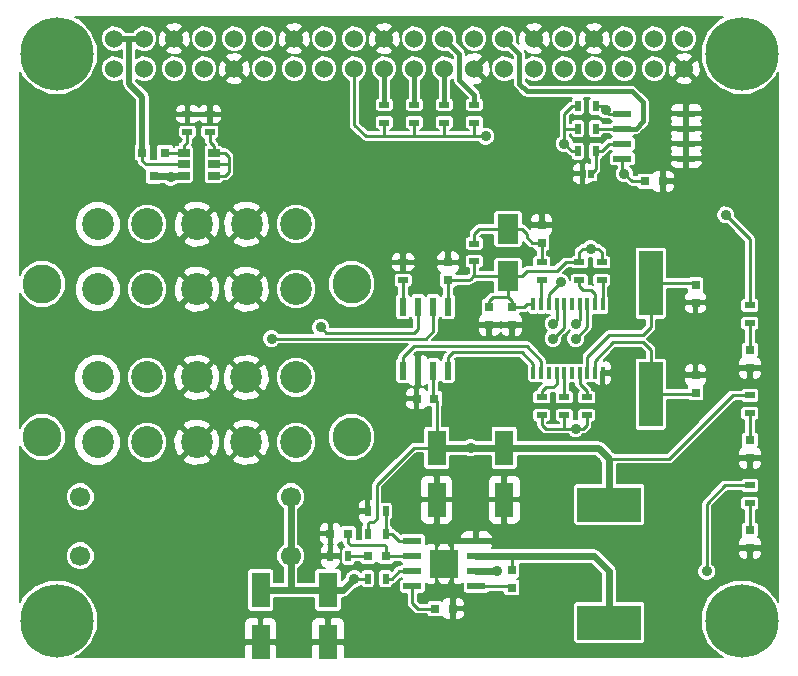
<source format=gtl>
%FSLAX46Y46*%
G04 Gerber Fmt 4.6, Leading zero omitted, Abs format (unit mm)*
G04 Created by KiCad (PCBNEW (2014-10-27 BZR 5228)-product) date 5/29/2015 4:18:02 PM*
%MOMM*%
G01*
G04 APERTURE LIST*
%ADD10C,0.100000*%
%ADD11R,0.750000X0.800000*%
%ADD12R,0.800000X0.750000*%
%ADD13R,1.600200X2.999740*%
%ADD14R,1.800860X2.499360*%
%ADD15R,0.797560X0.797560*%
%ADD16R,0.508000X0.762000*%
%ADD17R,5.400040X2.900680*%
%ADD18C,6.200000*%
%ADD19C,1.524000*%
%ADD20R,0.800100X0.800100*%
%ADD21R,1.000760X0.701040*%
%ADD22R,0.900000X0.500000*%
%ADD23R,0.500000X0.900000*%
%ADD24R,0.600000X1.550000*%
%ADD25R,1.550000X0.600000*%
%ADD26R,1.175000X1.175000*%
%ADD27R,1.998980X5.499100*%
%ADD28R,0.400000X1.000000*%
%ADD29C,2.700000*%
%ADD30C,3.300000*%
%ADD31C,1.700000*%
%ADD32C,0.889000*%
%ADD33C,0.254000*%
%ADD34C,0.609600*%
%ADD35C,0.500000*%
%ADD36C,0.406400*%
%ADD37C,0.203200*%
G04 APERTURE END LIST*
D10*
D11*
X219075000Y-124027500D03*
X219075000Y-125527500D03*
X220980000Y-124027500D03*
X220980000Y-125527500D03*
X236537500Y-122122500D03*
X236537500Y-123622500D03*
X236537500Y-131242500D03*
X236537500Y-129742500D03*
X215582500Y-121717500D03*
X215582500Y-120217500D03*
D12*
X214427500Y-131762500D03*
X212927500Y-131762500D03*
D11*
X223520000Y-118542500D03*
X223520000Y-117042500D03*
D12*
X214515000Y-149542500D03*
X216015000Y-149542500D03*
D11*
X220980000Y-146252500D03*
X220980000Y-147752500D03*
D13*
X214630000Y-135912860D03*
X214630000Y-140312140D03*
X220345000Y-135912860D03*
X220345000Y-140312140D03*
X205422500Y-147977860D03*
X205422500Y-152377140D03*
X199707500Y-147977860D03*
X199707500Y-152377140D03*
D12*
X207125000Y-143192500D03*
X205625000Y-143192500D03*
X210300000Y-145097500D03*
X208800000Y-145097500D03*
X232295000Y-113347500D03*
X233795000Y-113347500D03*
D14*
X220662500Y-117381020D03*
X220662500Y-121378980D03*
D15*
X241141250Y-142919450D03*
X241141250Y-144418050D03*
X241141250Y-135299450D03*
X241141250Y-136798050D03*
X241141250Y-127679450D03*
X241141250Y-129178050D03*
D16*
X226974400Y-112712500D03*
X227685600Y-112712500D03*
D17*
X229235000Y-150733760D03*
X229235000Y-140731240D03*
D18*
X182455000Y-150552500D03*
X240455000Y-150552500D03*
X240455000Y-102552500D03*
X182455000Y-102552500D03*
D19*
X187325000Y-103822500D03*
X189865000Y-103822500D03*
X189865000Y-101282500D03*
X192405000Y-103822500D03*
X192405000Y-101282500D03*
X194945000Y-103822500D03*
X194945000Y-101282500D03*
X197485000Y-103822500D03*
X197485000Y-101282500D03*
X200025000Y-103822500D03*
X200025000Y-101282500D03*
X202565000Y-103822500D03*
X202565000Y-101282500D03*
X205105000Y-103822500D03*
X205105000Y-101282500D03*
X207645000Y-103822500D03*
X207645000Y-101282500D03*
X210185000Y-103822500D03*
X210185000Y-101282500D03*
X212725000Y-103822500D03*
X212725000Y-101282500D03*
X215265000Y-103822500D03*
X215265000Y-101282500D03*
X217805000Y-103822500D03*
X217805000Y-101282500D03*
X220345000Y-103822500D03*
X220345000Y-101282500D03*
X222885000Y-103822500D03*
X222885000Y-101282500D03*
X225425000Y-103822500D03*
X225425000Y-101282500D03*
X227965000Y-103822500D03*
X227965000Y-101282500D03*
X230505000Y-103822500D03*
X230505000Y-101282500D03*
X233045000Y-103822500D03*
X233045000Y-101282500D03*
X235585000Y-103822500D03*
X235585000Y-101282500D03*
X187325000Y-101282500D03*
D20*
X191608750Y-110917990D03*
X189708750Y-110917990D03*
X190658750Y-112916970D03*
D21*
X193198750Y-112871250D03*
X193198750Y-111918750D03*
X193198750Y-110966250D03*
X195738750Y-110966250D03*
X195738750Y-111918750D03*
X195738750Y-112871250D03*
D22*
X210185000Y-108382500D03*
X210185000Y-106882500D03*
X212725000Y-108382500D03*
X212725000Y-106882500D03*
X215265000Y-108382500D03*
X215265000Y-106882500D03*
X217805000Y-108382500D03*
X217805000Y-106882500D03*
X226695000Y-120217500D03*
X226695000Y-121717500D03*
X228600000Y-120217500D03*
X228600000Y-121717500D03*
X223520000Y-133147500D03*
X223520000Y-131647500D03*
X225425000Y-133147500D03*
X225425000Y-131647500D03*
X227330000Y-133147500D03*
X227330000Y-131647500D03*
X211772500Y-121717500D03*
X211772500Y-120217500D03*
X223520000Y-120217500D03*
X223520000Y-121717500D03*
X217805000Y-120130000D03*
X217805000Y-118630000D03*
D23*
X210300000Y-147002500D03*
X208800000Y-147002500D03*
D22*
X195421250Y-109176250D03*
X195421250Y-107676250D03*
X193516250Y-109176250D03*
X193516250Y-107676250D03*
D23*
X205625000Y-145097500D03*
X207125000Y-145097500D03*
X208800000Y-141287500D03*
X210300000Y-141287500D03*
X210300000Y-143192500D03*
X208800000Y-143192500D03*
X226580000Y-110807500D03*
X228080000Y-110807500D03*
X226580000Y-108902500D03*
X228080000Y-108902500D03*
X226580000Y-106997500D03*
X228080000Y-106997500D03*
D22*
X241141250Y-139108750D03*
X241141250Y-140608750D03*
X241141250Y-131488750D03*
X241141250Y-132988750D03*
X241141250Y-123868750D03*
X241141250Y-125368750D03*
D24*
X211772500Y-129382500D03*
X213042500Y-129382500D03*
X214312500Y-129382500D03*
X215582500Y-129382500D03*
X215582500Y-123982500D03*
X214312500Y-123982500D03*
X213042500Y-123982500D03*
X211772500Y-123982500D03*
D25*
X217965000Y-147637500D03*
X217965000Y-146367500D03*
X217965000Y-145097500D03*
X217965000Y-143827500D03*
X212565000Y-143827500D03*
X212565000Y-145097500D03*
X212565000Y-146367500D03*
X212565000Y-147637500D03*
D26*
X214677500Y-145145000D03*
X214677500Y-146320000D03*
X215852500Y-145145000D03*
X215852500Y-146320000D03*
D25*
X235745000Y-111442500D03*
X235745000Y-110172500D03*
X235745000Y-108902500D03*
X235745000Y-107632500D03*
X230345000Y-107632500D03*
X230345000Y-108902500D03*
X230345000Y-110172500D03*
X230345000Y-111442500D03*
D27*
X232727500Y-121983500D03*
X232727500Y-131381500D03*
D28*
X222817500Y-129582500D03*
X223467500Y-129582500D03*
X224117500Y-129582500D03*
X224767500Y-129582500D03*
X225417500Y-129582500D03*
X226067500Y-129582500D03*
X226717500Y-129582500D03*
X227367500Y-129582500D03*
X228017500Y-129582500D03*
X228667500Y-129582500D03*
X228667500Y-123782500D03*
X228017500Y-123782500D03*
X227367500Y-123782500D03*
X226717500Y-123782500D03*
X226067500Y-123782500D03*
X225417500Y-123782500D03*
X224767500Y-123782500D03*
X224117500Y-123782500D03*
X223467500Y-123782500D03*
X222817500Y-123782500D03*
D29*
X194310000Y-129965000D03*
X194310000Y-135465000D03*
X198510000Y-129965000D03*
X198510000Y-135465000D03*
X202710000Y-129965000D03*
X202710000Y-135465000D03*
X190110000Y-135465000D03*
X190110000Y-129965000D03*
X185910000Y-135465000D03*
X185910000Y-129965000D03*
D30*
X207410000Y-135005000D03*
X181210000Y-135005000D03*
D29*
X194319000Y-116996501D03*
X194319000Y-122496501D03*
X198519000Y-116996501D03*
X198519000Y-122496501D03*
X202719000Y-116996501D03*
X202719000Y-122496501D03*
X190119000Y-122496501D03*
X190119000Y-116996501D03*
X185919000Y-122496501D03*
X185919000Y-116996501D03*
D30*
X207419000Y-122036501D03*
X181219000Y-122036501D03*
D31*
X184457500Y-140057500D03*
X184457500Y-145057500D03*
X202257500Y-145057500D03*
X202257500Y-140057500D03*
D32*
X239077500Y-116205000D03*
X226377500Y-134302500D03*
X227647500Y-119062500D03*
X218757500Y-109537500D03*
X230505000Y-112712500D03*
X225425000Y-110172500D03*
X233680000Y-110172500D03*
X228917500Y-131445000D03*
X236537500Y-125412500D03*
X236537500Y-127952500D03*
X211455000Y-131762500D03*
X218440000Y-140335000D03*
X216535000Y-140335000D03*
X201930000Y-152400000D03*
X203200000Y-152400000D03*
X217487500Y-135912860D03*
X192087500Y-113030000D03*
X219710000Y-146367500D03*
X237490000Y-146367500D03*
X207645000Y-147002500D03*
X204787500Y-125730000D03*
X200660000Y-126682500D03*
X224472500Y-126682500D03*
X224472500Y-125412500D03*
X226377500Y-126682500D03*
X226377500Y-125412500D03*
X225107500Y-121920000D03*
X228917500Y-107315000D03*
D33*
X220662500Y-123190000D02*
X219392500Y-123190000D01*
X219075000Y-123507500D02*
X219075000Y-124027500D01*
X219392500Y-123190000D02*
X219075000Y-123507500D01*
X225425000Y-133147500D02*
X225425000Y-134302500D01*
X217805000Y-108382500D02*
X217805000Y-109537500D01*
X241141250Y-123868750D02*
X241141250Y-118268750D01*
X241141250Y-118268750D02*
X239077500Y-116205000D01*
X226695000Y-120217500D02*
X225540000Y-120217500D01*
X221838520Y-121378980D02*
X222250000Y-120967500D01*
X222250000Y-120967500D02*
X224790000Y-120967500D01*
X224790000Y-120967500D02*
X225425000Y-120332500D01*
X221838520Y-121378980D02*
X220662500Y-121378980D01*
X225540000Y-120217500D02*
X225425000Y-120332500D01*
X210185000Y-109537500D02*
X210185000Y-109220000D01*
X210185000Y-109220000D02*
X210185000Y-108382500D01*
X210502500Y-109537500D02*
X210185000Y-109537500D01*
X210185000Y-109537500D02*
X208597500Y-109537500D01*
X212725000Y-109537500D02*
X210502500Y-109537500D01*
X207645000Y-108585000D02*
X207645000Y-103822500D01*
X208597500Y-109537500D02*
X207645000Y-108585000D01*
X215265000Y-109537500D02*
X217805000Y-109537500D01*
X217805000Y-109537500D02*
X218757500Y-109537500D01*
X230345000Y-111442500D02*
X230345000Y-112552500D01*
X230345000Y-112552500D02*
X230505000Y-112712500D01*
X215265000Y-108382500D02*
X215265000Y-109537500D01*
X212725000Y-108382500D02*
X212725000Y-109537500D01*
X215265000Y-109537500D02*
X212725000Y-109537500D01*
X217805000Y-120130000D02*
X217805000Y-121378980D01*
X217805000Y-121378980D02*
X217805000Y-121285000D01*
X217805000Y-121285000D02*
X217805000Y-121378980D01*
X215582500Y-121717500D02*
X217372500Y-121717500D01*
X217711020Y-121378980D02*
X217487500Y-121602500D01*
X217711020Y-121378980D02*
X217805000Y-121378980D01*
X217805000Y-121378980D02*
X220662500Y-121378980D01*
X217372500Y-121717500D02*
X217487500Y-121602500D01*
X215582500Y-123982500D02*
X215582500Y-121717500D01*
X222817500Y-123782500D02*
X222292500Y-123782500D01*
X222047500Y-124027500D02*
X220980000Y-124027500D01*
X222292500Y-123782500D02*
X222047500Y-124027500D01*
X220662500Y-121378980D02*
X220662500Y-123190000D01*
X220980000Y-124027500D02*
X220980000Y-123507500D01*
X220980000Y-123507500D02*
X220662500Y-123190000D01*
X228600000Y-120217500D02*
X228600000Y-119380000D01*
X228600000Y-119380000D02*
X228282500Y-119062500D01*
X228282500Y-119062500D02*
X227647500Y-119062500D01*
X226695000Y-119380000D02*
X227012500Y-119062500D01*
X226695000Y-119380000D02*
X226695000Y-120217500D01*
X227012500Y-119062500D02*
X227647500Y-119062500D01*
X227330000Y-133147500D02*
X227330000Y-133985000D01*
X227330000Y-133985000D02*
X227012500Y-134302500D01*
X227012500Y-134302500D02*
X226377500Y-134302500D01*
X223520000Y-133985000D02*
X223837500Y-134302500D01*
X223520000Y-133985000D02*
X223520000Y-133147500D01*
X223837500Y-134302500D02*
X225425000Y-134302500D01*
X225425000Y-134302500D02*
X226377500Y-134302500D01*
X226580000Y-108902500D02*
X225425000Y-108902500D01*
X226580000Y-110807500D02*
X226060000Y-110807500D01*
X226060000Y-110807500D02*
X225425000Y-110172500D01*
X226060000Y-106997500D02*
X225425000Y-107632500D01*
X226060000Y-106997500D02*
X226580000Y-106997500D01*
X225425000Y-110172500D02*
X225425000Y-108902500D01*
X225425000Y-108902500D02*
X225425000Y-107632500D01*
X231140000Y-113347500D02*
X232295000Y-113347500D01*
X230345000Y-112552500D02*
X231140000Y-113347500D01*
X235745000Y-110172500D02*
X233680000Y-110172500D01*
X228667500Y-129582500D02*
X228667500Y-131195000D01*
X228667500Y-131195000D02*
X228917500Y-131445000D01*
X236537500Y-128270000D02*
X236537500Y-127952500D01*
X236537500Y-129742500D02*
X236537500Y-128270000D01*
X236537500Y-125412500D02*
X236537500Y-123622500D01*
X212927500Y-131762500D02*
X211455000Y-131762500D01*
X214630000Y-140312140D02*
X216512140Y-140312140D01*
X218462860Y-140312140D02*
X220345000Y-140312140D01*
X218440000Y-140335000D02*
X218462860Y-140312140D01*
X216512140Y-140312140D02*
X216535000Y-140335000D01*
X201907140Y-152377140D02*
X201930000Y-152400000D01*
X203200000Y-152400000D02*
X203222860Y-152377140D01*
X203222860Y-152377140D02*
X205422500Y-152377140D01*
X199707500Y-152377140D02*
X201907140Y-152377140D01*
X227367500Y-129582500D02*
X227367500Y-128232500D01*
X232092500Y-126365000D02*
X232727500Y-125730000D01*
X232727500Y-125730000D02*
X232727500Y-121983500D01*
X229235000Y-126365000D02*
X232092500Y-126365000D01*
X227367500Y-128232500D02*
X229235000Y-126365000D01*
X232727500Y-121983500D02*
X236398500Y-121983500D01*
X236398500Y-121983500D02*
X236537500Y-122122500D01*
X228017500Y-129582500D02*
X228017500Y-128535000D01*
X232727500Y-127635000D02*
X232727500Y-131381500D01*
X232092500Y-127000000D02*
X232727500Y-127635000D01*
X229552500Y-127000000D02*
X232092500Y-127000000D01*
X228017500Y-128535000D02*
X229552500Y-127000000D01*
X232727500Y-131381500D02*
X236398500Y-131381500D01*
X236398500Y-131381500D02*
X236537500Y-131242500D01*
D34*
X193198750Y-112871250D02*
X192246250Y-112871250D01*
X192246250Y-112871250D02*
X192087500Y-113030000D01*
X191974470Y-112916970D02*
X190658750Y-112916970D01*
X192087500Y-113030000D02*
X191974470Y-112916970D01*
X214630000Y-135912860D02*
X217487500Y-135912860D01*
X220345000Y-135912860D02*
X217487500Y-135912860D01*
D33*
X235267500Y-135890000D02*
X234315000Y-136842500D01*
X239668750Y-131488750D02*
X235267500Y-135890000D01*
X241141250Y-131488750D02*
X239668750Y-131488750D01*
X234315000Y-136842500D02*
X229235000Y-136842500D01*
X229235000Y-136842500D02*
X228917500Y-136842500D01*
X228917500Y-136842500D02*
X228917500Y-136525000D01*
D34*
X229235000Y-140731240D02*
X229235000Y-136842500D01*
X228305360Y-135912860D02*
X220345000Y-135912860D01*
X229235000Y-136842500D02*
X228917500Y-136525000D01*
X228917500Y-136525000D02*
X228305360Y-135912860D01*
D33*
X208800000Y-143192500D02*
X208800000Y-142355000D01*
X208800000Y-142355000D02*
X208915000Y-142240000D01*
X208915000Y-142240000D02*
X209232500Y-142240000D01*
X209232500Y-142240000D02*
X209550000Y-141922500D01*
X209550000Y-141922500D02*
X209550000Y-139065000D01*
X209550000Y-139065000D02*
X212702140Y-135912860D01*
X212702140Y-135912860D02*
X214630000Y-135912860D01*
X214630000Y-135912860D02*
X214630000Y-131965000D01*
X214630000Y-131965000D02*
X214427500Y-131762500D01*
X214312500Y-129382500D02*
X214312500Y-131647500D01*
X214312500Y-131647500D02*
X214427500Y-131762500D01*
X220662500Y-117381020D02*
X218216480Y-117381020D01*
X217805000Y-117792500D02*
X217805000Y-118630000D01*
X218216480Y-117381020D02*
X217805000Y-117792500D01*
X220662500Y-117381020D02*
X221838520Y-117381020D01*
X222682500Y-118542500D02*
X222250000Y-118110000D01*
X222250000Y-118110000D02*
X222250000Y-117792500D01*
X222682500Y-118542500D02*
X223520000Y-118542500D01*
X221838520Y-117381020D02*
X222250000Y-117792500D01*
X223520000Y-120217500D02*
X223520000Y-118542500D01*
X212565000Y-147637500D02*
X212565000Y-149065000D01*
X213042500Y-149542500D02*
X214515000Y-149542500D01*
X212565000Y-149065000D02*
X213042500Y-149542500D01*
D34*
X220980000Y-145097500D02*
X227965000Y-145097500D01*
X229235000Y-146367500D02*
X229235000Y-150733760D01*
X227965000Y-145097500D02*
X229235000Y-146367500D01*
X217965000Y-145097500D02*
X220980000Y-145097500D01*
D33*
X220980000Y-145097500D02*
X220980000Y-146252500D01*
X217965000Y-147637500D02*
X220865000Y-147637500D01*
X220865000Y-147637500D02*
X220980000Y-147752500D01*
D34*
X219710000Y-146367500D02*
X217965000Y-146367500D01*
D33*
X239033750Y-139108750D02*
X237490000Y-140652500D01*
X237490000Y-140652500D02*
X237490000Y-146367500D01*
X239033750Y-139108750D02*
X241141250Y-139108750D01*
D34*
X205422500Y-147977860D02*
X206669640Y-147977860D01*
D33*
X207645000Y-147002500D02*
X208800000Y-147002500D01*
D34*
X206669640Y-147977860D02*
X207645000Y-147002500D01*
X202247500Y-147977860D02*
X205422500Y-147977860D01*
X199707500Y-147977860D02*
X202247500Y-147977860D01*
X202247500Y-145067500D02*
X202247500Y-147977860D01*
X202257500Y-145057500D02*
X202247500Y-145067500D01*
X202257500Y-140057500D02*
X202257500Y-145057500D01*
D33*
X210300000Y-145097500D02*
X210300000Y-144260000D01*
X207125000Y-143942500D02*
X207327500Y-144145000D01*
X207327500Y-144145000D02*
X209550000Y-144145000D01*
X207125000Y-143942500D02*
X207125000Y-143192500D01*
X210185000Y-144145000D02*
X209550000Y-144145000D01*
X210300000Y-144260000D02*
X210185000Y-144145000D01*
X212565000Y-145097500D02*
X210300000Y-145097500D01*
X208800000Y-145097500D02*
X207125000Y-145097500D01*
X241141250Y-142919450D02*
X241141250Y-140608750D01*
X241141250Y-135299450D02*
X241141250Y-132988750D01*
X241141250Y-127679450D02*
X241141250Y-125368750D01*
X190745000Y-135465000D02*
X190286000Y-135924000D01*
X228080000Y-110807500D02*
X228080000Y-112318100D01*
X228080000Y-112318100D02*
X227685600Y-112712500D01*
X230345000Y-110172500D02*
X229235000Y-110172500D01*
X228600000Y-110807500D02*
X228080000Y-110807500D01*
X229235000Y-110172500D02*
X228600000Y-110807500D01*
X213042500Y-123982500D02*
X213042500Y-125856998D01*
X205231998Y-126174498D02*
X204787500Y-125730000D01*
X212725000Y-126174498D02*
X205231998Y-126174498D01*
X213042500Y-125856998D02*
X212725000Y-126174498D01*
X214312500Y-123982500D02*
X214312500Y-126047500D01*
X213677500Y-126682500D02*
X200660000Y-126682500D01*
X214312500Y-126047500D02*
X213677500Y-126682500D01*
X189708750Y-110917990D02*
X189708750Y-111603750D01*
X190023750Y-111918750D02*
X193198750Y-111918750D01*
X189708750Y-111603750D02*
X190023750Y-111918750D01*
D35*
X187325000Y-101282500D02*
X188595000Y-101282500D01*
X189865000Y-101282500D02*
X188595000Y-101282500D01*
X189708750Y-106206250D02*
X189708750Y-110917990D01*
X188595000Y-105092500D02*
X189708750Y-106206250D01*
X188595000Y-101282500D02*
X188595000Y-105092500D01*
D33*
X225417500Y-125737500D02*
X224472500Y-126682500D01*
X225417500Y-123782500D02*
X225417500Y-125737500D01*
D36*
X210185000Y-106882500D02*
X210185000Y-103822500D01*
D33*
X224767500Y-123782500D02*
X224767500Y-125117500D01*
X224767500Y-125117500D02*
X224472500Y-125412500D01*
D36*
X212725000Y-106882500D02*
X212725000Y-103822500D01*
D33*
X227367500Y-123782500D02*
X227367500Y-125692500D01*
X227367500Y-125692500D02*
X226377500Y-126682500D01*
X226717500Y-123782500D02*
X226717500Y-125072500D01*
X226717500Y-125072500D02*
X226377500Y-125412500D01*
D36*
X215265000Y-106882500D02*
X215265000Y-103822500D01*
D33*
X224117500Y-122910000D02*
X225107500Y-121920000D01*
X224117500Y-123782500D02*
X224117500Y-122910000D01*
D36*
X215265000Y-101282500D02*
X216535000Y-102552500D01*
X216535000Y-102552500D02*
X216535000Y-104775000D01*
X216535000Y-104775000D02*
X217805000Y-106045000D01*
X217805000Y-106045000D02*
X217805000Y-106882500D01*
D33*
X230345000Y-107632500D02*
X229235000Y-107632500D01*
X228600000Y-106997500D02*
X228080000Y-106997500D01*
X229235000Y-107632500D02*
X228917500Y-107315000D01*
X228917500Y-107315000D02*
X228600000Y-106997500D01*
D36*
X220345000Y-101282500D02*
X221615000Y-102552500D01*
X231457500Y-108902500D02*
X230345000Y-108902500D01*
X232092500Y-108267500D02*
X231457500Y-108902500D01*
X232092500Y-106680000D02*
X232092500Y-108267500D01*
X231140000Y-105727500D02*
X232092500Y-106680000D01*
X222250000Y-105727500D02*
X231140000Y-105727500D01*
X221615000Y-105092500D02*
X222250000Y-105727500D01*
X221615000Y-102552500D02*
X221615000Y-105092500D01*
D33*
X230345000Y-108902500D02*
X228080000Y-108902500D01*
X195738750Y-111918750D02*
X197008750Y-111918750D01*
X195738750Y-110966250D02*
X196691250Y-110966250D01*
X196691250Y-112871250D02*
X197008750Y-112553750D01*
X197008750Y-112553750D02*
X197008750Y-111918750D01*
X196691250Y-112871250D02*
X195738750Y-112871250D01*
X197008750Y-111283750D02*
X197008750Y-111918750D01*
X196691250Y-110966250D02*
X197008750Y-111283750D01*
X195738750Y-110966250D02*
X195738750Y-110331250D01*
X195421250Y-110013750D02*
X195421250Y-109176250D01*
X195738750Y-110331250D02*
X195421250Y-110013750D01*
X226695000Y-121717500D02*
X226695000Y-122237500D01*
X228017500Y-122925000D02*
X227647500Y-122555000D01*
X227647500Y-122555000D02*
X227012500Y-122555000D01*
X228017500Y-122925000D02*
X228017500Y-123782500D01*
X227012500Y-122555000D02*
X227012500Y-122555000D01*
X226695000Y-122237500D02*
X227012500Y-122555000D01*
X228667500Y-123782500D02*
X228667500Y-121785000D01*
X228667500Y-121785000D02*
X228600000Y-121717500D01*
X223520000Y-131647500D02*
X223520000Y-131127500D01*
X224767500Y-130515000D02*
X224472500Y-130810000D01*
X224472500Y-130810000D02*
X224155000Y-130810000D01*
X224767500Y-130515000D02*
X224767500Y-129582500D01*
X223837500Y-130810000D02*
X224155000Y-130810000D01*
X223520000Y-131127500D02*
X223837500Y-130810000D01*
X225417500Y-129582500D02*
X225417500Y-131640000D01*
X225417500Y-131640000D02*
X225425000Y-131647500D01*
X227330000Y-131647500D02*
X227330000Y-131127500D01*
X226717500Y-130515000D02*
X227012500Y-130810000D01*
X226717500Y-130515000D02*
X226717500Y-129582500D01*
X227330000Y-131127500D02*
X227012500Y-130810000D01*
X211772500Y-123982500D02*
X211772500Y-121717500D01*
X223467500Y-123782500D02*
X223467500Y-121770000D01*
X223467500Y-121770000D02*
X223520000Y-121717500D01*
X212565000Y-146367500D02*
X211455000Y-146367500D01*
X210820000Y-147002500D02*
X210300000Y-147002500D01*
X211455000Y-146367500D02*
X210820000Y-147002500D01*
X210300000Y-143192500D02*
X210820000Y-143192500D01*
X211455000Y-143827500D02*
X212565000Y-143827500D01*
X210820000Y-143192500D02*
X211455000Y-143827500D01*
X210300000Y-141287500D02*
X210300000Y-143192500D01*
X223467500Y-129582500D02*
X223467500Y-128535000D01*
X211772500Y-128270000D02*
X211772500Y-129382500D01*
X212725000Y-127317500D02*
X211772500Y-128270000D01*
X222250000Y-127317500D02*
X212725000Y-127317500D01*
X223467500Y-128535000D02*
X222250000Y-127317500D01*
X222817500Y-129582500D02*
X222817500Y-128837500D01*
X215582500Y-128270000D02*
X215582500Y-129382500D01*
X216026998Y-127825502D02*
X215582500Y-128270000D01*
X221805502Y-127825502D02*
X216026998Y-127825502D01*
X222817500Y-128837500D02*
X221805502Y-127825502D01*
X193198750Y-110966250D02*
X191657010Y-110966250D01*
X191657010Y-110966250D02*
X191608750Y-110917990D01*
X193198750Y-110966250D02*
X193198750Y-110331250D01*
X193516250Y-110013750D02*
X193516250Y-109176250D01*
X193198750Y-110331250D02*
X193516250Y-110013750D01*
D37*
G36*
X243549400Y-148992535D02*
X243386223Y-148597617D01*
X242414996Y-147624693D01*
X242149630Y-147514503D01*
X242149630Y-144938087D01*
X242149630Y-144722850D01*
X242149630Y-144113250D01*
X242149630Y-143898013D01*
X242149630Y-137318087D01*
X242149630Y-137102850D01*
X242149630Y-136493250D01*
X242149630Y-136278013D01*
X242149630Y-129698087D01*
X242149630Y-129482850D01*
X242149630Y-128873250D01*
X242149630Y-128658013D01*
X242056824Y-128433959D01*
X241885341Y-128262476D01*
X241853990Y-128249490D01*
X241895630Y-128148963D01*
X241895630Y-128007497D01*
X241895630Y-127209937D01*
X241841493Y-127079239D01*
X241741461Y-126979207D01*
X241623850Y-126930490D01*
X241623850Y-125974350D01*
X241661983Y-125974350D01*
X241792681Y-125920213D01*
X241892713Y-125820181D01*
X241946850Y-125689483D01*
X241946850Y-125548017D01*
X241946850Y-125048017D01*
X241946850Y-124189483D01*
X241946850Y-124048017D01*
X241946850Y-123548017D01*
X241892713Y-123417319D01*
X241792681Y-123317287D01*
X241661983Y-123263150D01*
X241623850Y-123263150D01*
X241623850Y-118268750D01*
X241587114Y-118084067D01*
X241482500Y-117927500D01*
X239877497Y-116322497D01*
X239877739Y-116046548D01*
X239756187Y-115752372D01*
X239531312Y-115527104D01*
X239237348Y-115405039D01*
X238919048Y-115404761D01*
X238624872Y-115526313D01*
X238399604Y-115751188D01*
X238277539Y-116045152D01*
X238277261Y-116363452D01*
X238398813Y-116657628D01*
X238623688Y-116882896D01*
X238917652Y-117004961D01*
X239195203Y-117005203D01*
X240658650Y-118468650D01*
X240658650Y-123263150D01*
X240620517Y-123263150D01*
X240489819Y-123317287D01*
X240389787Y-123417319D01*
X240335650Y-123548017D01*
X240335650Y-123689483D01*
X240335650Y-124189483D01*
X240389787Y-124320181D01*
X240489819Y-124420213D01*
X240620517Y-124474350D01*
X240761983Y-124474350D01*
X241661983Y-124474350D01*
X241792681Y-124420213D01*
X241892713Y-124320181D01*
X241946850Y-124189483D01*
X241946850Y-125048017D01*
X241892713Y-124917319D01*
X241792681Y-124817287D01*
X241661983Y-124763150D01*
X241520517Y-124763150D01*
X240620517Y-124763150D01*
X240489819Y-124817287D01*
X240389787Y-124917319D01*
X240335650Y-125048017D01*
X240335650Y-125189483D01*
X240335650Y-125689483D01*
X240389787Y-125820181D01*
X240489819Y-125920213D01*
X240620517Y-125974350D01*
X240658650Y-125974350D01*
X240658650Y-126930490D01*
X240541039Y-126979207D01*
X240441007Y-127079239D01*
X240386870Y-127209937D01*
X240386870Y-127351403D01*
X240386870Y-128148963D01*
X240428509Y-128249490D01*
X240397159Y-128262476D01*
X240225676Y-128433959D01*
X240132870Y-128658013D01*
X240132870Y-128873250D01*
X240285270Y-129025650D01*
X240988850Y-129025650D01*
X240988850Y-129005650D01*
X241293650Y-129005650D01*
X241293650Y-129025650D01*
X241997230Y-129025650D01*
X242149630Y-128873250D01*
X242149630Y-129482850D01*
X241997230Y-129330450D01*
X241293650Y-129330450D01*
X241293650Y-130034030D01*
X241446050Y-130186430D01*
X241661287Y-130186430D01*
X241885341Y-130093624D01*
X242056824Y-129922141D01*
X242149630Y-129698087D01*
X242149630Y-136278013D01*
X242056824Y-136053959D01*
X241885341Y-135882476D01*
X241853990Y-135869490D01*
X241895630Y-135768963D01*
X241895630Y-135627497D01*
X241895630Y-134829937D01*
X241841493Y-134699239D01*
X241741461Y-134599207D01*
X241623850Y-134550490D01*
X241623850Y-133594350D01*
X241661983Y-133594350D01*
X241792681Y-133540213D01*
X241892713Y-133440181D01*
X241946850Y-133309483D01*
X241946850Y-133168017D01*
X241946850Y-132668017D01*
X241946850Y-131809483D01*
X241946850Y-131668017D01*
X241946850Y-131168017D01*
X241892713Y-131037319D01*
X241792681Y-130937287D01*
X241661983Y-130883150D01*
X241520517Y-130883150D01*
X240988850Y-130883150D01*
X240988850Y-130034030D01*
X240988850Y-129330450D01*
X240285270Y-129330450D01*
X240132870Y-129482850D01*
X240132870Y-129698087D01*
X240225676Y-129922141D01*
X240397159Y-130093624D01*
X240621213Y-130186430D01*
X240836450Y-130186430D01*
X240988850Y-130034030D01*
X240988850Y-130883150D01*
X240620517Y-130883150D01*
X240489819Y-130937287D01*
X240420956Y-131006150D01*
X239668750Y-131006150D01*
X239484067Y-131042886D01*
X239327500Y-131147500D01*
X239327497Y-131147503D01*
X234926250Y-135548750D01*
X234926247Y-135548753D01*
X234115100Y-136359900D01*
X229686346Y-136359900D01*
X229477100Y-136150654D01*
X229477100Y-130203757D01*
X229477100Y-129887300D01*
X229324700Y-129734900D01*
X228767500Y-129734900D01*
X228767500Y-130539700D01*
X228919900Y-130692100D01*
X228988757Y-130692100D01*
X229212811Y-130599294D01*
X229384294Y-130427811D01*
X229477100Y-130203757D01*
X229477100Y-136150654D01*
X229384476Y-136058030D01*
X229384474Y-136058027D01*
X228772333Y-135445887D01*
X228558084Y-135302730D01*
X228305360Y-135252460D01*
X228135600Y-135252460D01*
X228135600Y-133468233D01*
X228135600Y-133326767D01*
X228135600Y-132826767D01*
X228081463Y-132696069D01*
X227981431Y-132596037D01*
X227850733Y-132541900D01*
X227709267Y-132541900D01*
X226809267Y-132541900D01*
X226678569Y-132596037D01*
X226578537Y-132696069D01*
X226524400Y-132826767D01*
X226524400Y-132968233D01*
X226524400Y-133468233D01*
X226538872Y-133503171D01*
X226537348Y-133502539D01*
X226219048Y-133502261D01*
X226215980Y-133503528D01*
X226230600Y-133468233D01*
X226230600Y-133326767D01*
X226230600Y-132826767D01*
X226176463Y-132696069D01*
X226076431Y-132596037D01*
X225945733Y-132541900D01*
X225804267Y-132541900D01*
X224904267Y-132541900D01*
X224773569Y-132596037D01*
X224673537Y-132696069D01*
X224619400Y-132826767D01*
X224619400Y-132968233D01*
X224619400Y-133468233D01*
X224673537Y-133598931D01*
X224773569Y-133698963D01*
X224904267Y-133753100D01*
X224942400Y-133753100D01*
X224942400Y-133819900D01*
X224037400Y-133819900D01*
X224002600Y-133785100D01*
X224002600Y-133753100D01*
X224040733Y-133753100D01*
X224171431Y-133698963D01*
X224271463Y-133598931D01*
X224325600Y-133468233D01*
X224325600Y-133326767D01*
X224325600Y-132826767D01*
X224271463Y-132696069D01*
X224171431Y-132596037D01*
X224040733Y-132541900D01*
X223899267Y-132541900D01*
X222999267Y-132541900D01*
X222868569Y-132596037D01*
X222768537Y-132696069D01*
X222714400Y-132826767D01*
X222714400Y-132968233D01*
X222714400Y-133468233D01*
X222768537Y-133598931D01*
X222868569Y-133698963D01*
X222999267Y-133753100D01*
X223037400Y-133753100D01*
X223037400Y-133985000D01*
X223074136Y-134169683D01*
X223178750Y-134326250D01*
X223496250Y-134643750D01*
X223652817Y-134748364D01*
X223837500Y-134785101D01*
X223837500Y-134785100D01*
X223837505Y-134785100D01*
X225425000Y-134785100D01*
X225728732Y-134785100D01*
X225923688Y-134980396D01*
X226217652Y-135102461D01*
X226535952Y-135102739D01*
X226830128Y-134981187D01*
X227030055Y-134781607D01*
X227197183Y-134748364D01*
X227353750Y-134643750D01*
X227671250Y-134326250D01*
X227775864Y-134169683D01*
X227812600Y-133985000D01*
X227812601Y-133985000D01*
X227812600Y-133984994D01*
X227812600Y-133753100D01*
X227850733Y-133753100D01*
X227981431Y-133698963D01*
X228081463Y-133598931D01*
X228135600Y-133468233D01*
X228135600Y-135252460D01*
X221500700Y-135252460D01*
X221500700Y-134342257D01*
X221446563Y-134211559D01*
X221346531Y-134111527D01*
X221215833Y-134057390D01*
X221074367Y-134057390D01*
X219474167Y-134057390D01*
X219343469Y-134111527D01*
X219243437Y-134211559D01*
X219189300Y-134342257D01*
X219189300Y-134483723D01*
X219189300Y-135252460D01*
X217958777Y-135252460D01*
X217941312Y-135234964D01*
X217647348Y-135112899D01*
X217329048Y-135112621D01*
X217034872Y-135234173D01*
X217016553Y-135252460D01*
X215785700Y-135252460D01*
X215785700Y-134342257D01*
X215731563Y-134211559D01*
X215631531Y-134111527D01*
X215500833Y-134057390D01*
X215359367Y-134057390D01*
X215112600Y-134057390D01*
X215112600Y-132355294D01*
X215128963Y-132338931D01*
X215183100Y-132208233D01*
X215183100Y-132066767D01*
X215183100Y-131316767D01*
X215128963Y-131186069D01*
X215028931Y-131086037D01*
X214898233Y-131031900D01*
X214795100Y-131031900D01*
X214795100Y-130466763D01*
X214813931Y-130458963D01*
X214913963Y-130358931D01*
X214947500Y-130277965D01*
X214981037Y-130358931D01*
X215081069Y-130458963D01*
X215211767Y-130513100D01*
X215353233Y-130513100D01*
X215953233Y-130513100D01*
X216083931Y-130458963D01*
X216183963Y-130358931D01*
X216238100Y-130228233D01*
X216238100Y-130086767D01*
X216238100Y-128536767D01*
X216183963Y-128406069D01*
X216156447Y-128378553D01*
X216226898Y-128308102D01*
X221605601Y-128308102D01*
X222275773Y-128978273D01*
X222261900Y-129011767D01*
X222261900Y-129153233D01*
X222261900Y-130153233D01*
X222316037Y-130283931D01*
X222416069Y-130383963D01*
X222546767Y-130438100D01*
X222688233Y-130438100D01*
X223088233Y-130438100D01*
X223142500Y-130415621D01*
X223196767Y-130438100D01*
X223338233Y-130438100D01*
X223542121Y-130438100D01*
X223496250Y-130468750D01*
X223178750Y-130786250D01*
X223074136Y-130942817D01*
X223054427Y-131041900D01*
X222999267Y-131041900D01*
X222868569Y-131096037D01*
X222768537Y-131196069D01*
X222714400Y-131326767D01*
X222714400Y-131468233D01*
X222714400Y-131968233D01*
X222768537Y-132098931D01*
X222868569Y-132198963D01*
X222999267Y-132253100D01*
X223140733Y-132253100D01*
X224040733Y-132253100D01*
X224171431Y-132198963D01*
X224271463Y-132098931D01*
X224325600Y-131968233D01*
X224325600Y-131826767D01*
X224325600Y-131326767D01*
X224311447Y-131292600D01*
X224472500Y-131292600D01*
X224648013Y-131257687D01*
X224619400Y-131326767D01*
X224619400Y-131468233D01*
X224619400Y-131968233D01*
X224673537Y-132098931D01*
X224773569Y-132198963D01*
X224904267Y-132253100D01*
X225045733Y-132253100D01*
X225945733Y-132253100D01*
X226076431Y-132198963D01*
X226176463Y-132098931D01*
X226230600Y-131968233D01*
X226230600Y-131826767D01*
X226230600Y-131326767D01*
X226176463Y-131196069D01*
X226076431Y-131096037D01*
X225945733Y-131041900D01*
X225900100Y-131041900D01*
X225900100Y-130438100D01*
X225938233Y-130438100D01*
X226234900Y-130438100D01*
X226234900Y-130515000D01*
X226271636Y-130699683D01*
X226376250Y-130856250D01*
X226647303Y-131127303D01*
X226578537Y-131196069D01*
X226524400Y-131326767D01*
X226524400Y-131468233D01*
X226524400Y-131968233D01*
X226578537Y-132098931D01*
X226678569Y-132198963D01*
X226809267Y-132253100D01*
X226950733Y-132253100D01*
X227850733Y-132253100D01*
X227981431Y-132198963D01*
X228081463Y-132098931D01*
X228135600Y-131968233D01*
X228135600Y-131826767D01*
X228135600Y-131326767D01*
X228081463Y-131196069D01*
X227981431Y-131096037D01*
X227850733Y-131041900D01*
X227795573Y-131041900D01*
X227775864Y-130942817D01*
X227671250Y-130786250D01*
X227353750Y-130468750D01*
X227323100Y-130438100D01*
X227638233Y-130438100D01*
X227692500Y-130415621D01*
X227746767Y-130438100D01*
X227888233Y-130438100D01*
X227960995Y-130438100D01*
X228122189Y-130599294D01*
X228346243Y-130692100D01*
X228415100Y-130692100D01*
X228567500Y-130539700D01*
X228567500Y-130166752D01*
X228573100Y-130153233D01*
X228573100Y-130011767D01*
X228573100Y-129410100D01*
X228767500Y-129410100D01*
X228767500Y-129430100D01*
X229324700Y-129430100D01*
X229477100Y-129277700D01*
X229477100Y-128961243D01*
X229384294Y-128737189D01*
X229212811Y-128565706D01*
X228988757Y-128472900D01*
X228919900Y-128472900D01*
X228819902Y-128572898D01*
X228819902Y-128472900D01*
X228762100Y-128472900D01*
X229752400Y-127482600D01*
X231892600Y-127482600D01*
X232244900Y-127834899D01*
X232244900Y-128276350D01*
X231657277Y-128276350D01*
X231526579Y-128330487D01*
X231426547Y-128430519D01*
X231372410Y-128561217D01*
X231372410Y-128702683D01*
X231372410Y-134201783D01*
X231426547Y-134332481D01*
X231526579Y-134432513D01*
X231657277Y-134486650D01*
X231798743Y-134486650D01*
X233797723Y-134486650D01*
X233928421Y-134432513D01*
X234028453Y-134332481D01*
X234082590Y-134201783D01*
X234082590Y-134060317D01*
X234082590Y-131864100D01*
X235881206Y-131864100D01*
X235961069Y-131943963D01*
X236091767Y-131998100D01*
X236233233Y-131998100D01*
X236983233Y-131998100D01*
X237113931Y-131943963D01*
X237213963Y-131843931D01*
X237268100Y-131713233D01*
X237268100Y-131571767D01*
X237268100Y-130771767D01*
X237226827Y-130672127D01*
X237257811Y-130659294D01*
X237429294Y-130487811D01*
X237522100Y-130263757D01*
X237522100Y-130047300D01*
X237522100Y-129437700D01*
X237522100Y-129221243D01*
X237522100Y-124143757D01*
X237522100Y-123927300D01*
X237369700Y-123774900D01*
X236689900Y-123774900D01*
X236689900Y-124479700D01*
X236842300Y-124632100D01*
X237033757Y-124632100D01*
X237257811Y-124539294D01*
X237429294Y-124367811D01*
X237522100Y-124143757D01*
X237522100Y-129221243D01*
X237429294Y-128997189D01*
X237257811Y-128825706D01*
X237033757Y-128732900D01*
X236842300Y-128732900D01*
X236689900Y-128885300D01*
X236689900Y-129590100D01*
X237369700Y-129590100D01*
X237522100Y-129437700D01*
X237522100Y-130047300D01*
X237369700Y-129894900D01*
X236689900Y-129894900D01*
X236689900Y-129914900D01*
X236385100Y-129914900D01*
X236385100Y-129894900D01*
X236385100Y-129590100D01*
X236385100Y-128885300D01*
X236385100Y-124479700D01*
X236385100Y-123774900D01*
X235705300Y-123774900D01*
X235552900Y-123927300D01*
X235552900Y-124143757D01*
X235645706Y-124367811D01*
X235817189Y-124539294D01*
X236041243Y-124632100D01*
X236232700Y-124632100D01*
X236385100Y-124479700D01*
X236385100Y-128885300D01*
X236232700Y-128732900D01*
X236041243Y-128732900D01*
X235817189Y-128825706D01*
X235645706Y-128997189D01*
X235552900Y-129221243D01*
X235552900Y-129437700D01*
X235705300Y-129590100D01*
X236385100Y-129590100D01*
X236385100Y-129894900D01*
X235705300Y-129894900D01*
X235552900Y-130047300D01*
X235552900Y-130263757D01*
X235645706Y-130487811D01*
X235817189Y-130659294D01*
X235848172Y-130672127D01*
X235806900Y-130771767D01*
X235806900Y-130898900D01*
X234082590Y-130898900D01*
X234082590Y-128561217D01*
X234028453Y-128430519D01*
X233928421Y-128330487D01*
X233797723Y-128276350D01*
X233656257Y-128276350D01*
X233210100Y-128276350D01*
X233210100Y-127635005D01*
X233210100Y-127635000D01*
X233210101Y-127635000D01*
X233173364Y-127450317D01*
X233068750Y-127293751D01*
X233068750Y-127293750D01*
X233068746Y-127293747D01*
X232457499Y-126682500D01*
X233068746Y-126071252D01*
X233068750Y-126071250D01*
X233068750Y-126071249D01*
X233173364Y-125914683D01*
X233210100Y-125730000D01*
X233210101Y-125730000D01*
X233210100Y-125729994D01*
X233210100Y-125088650D01*
X233797723Y-125088650D01*
X233928421Y-125034513D01*
X234028453Y-124934481D01*
X234082590Y-124803783D01*
X234082590Y-124662317D01*
X234082590Y-122466100D01*
X235806900Y-122466100D01*
X235806900Y-122593233D01*
X235848172Y-122692872D01*
X235817189Y-122705706D01*
X235645706Y-122877189D01*
X235552900Y-123101243D01*
X235552900Y-123317700D01*
X235705300Y-123470100D01*
X236385100Y-123470100D01*
X236385100Y-123450100D01*
X236689900Y-123450100D01*
X236689900Y-123470100D01*
X237369700Y-123470100D01*
X237522100Y-123317700D01*
X237522100Y-123101243D01*
X237429294Y-122877189D01*
X237257811Y-122705706D01*
X237226827Y-122692872D01*
X237268100Y-122593233D01*
X237268100Y-122451767D01*
X237268100Y-121651767D01*
X237213963Y-121521069D01*
X237129600Y-121436706D01*
X237129600Y-111863757D01*
X237129600Y-111744900D01*
X237129600Y-111140100D01*
X237129600Y-111021243D01*
X237041064Y-110807500D01*
X237129600Y-110593757D01*
X237129600Y-110474900D01*
X237129600Y-109870100D01*
X237129600Y-109751243D01*
X237041064Y-109537500D01*
X237129600Y-109323757D01*
X237129600Y-109204900D01*
X237129600Y-108600100D01*
X237129600Y-108481243D01*
X237041064Y-108267500D01*
X237129600Y-108053757D01*
X237129600Y-107934900D01*
X237129600Y-107330100D01*
X237129600Y-107211243D01*
X237036794Y-106987189D01*
X236972310Y-106922705D01*
X236972310Y-103998833D01*
X236934186Y-103454510D01*
X236799227Y-103128690D01*
X236702793Y-103098377D01*
X236702793Y-101061171D01*
X236533008Y-100650258D01*
X236218896Y-100335597D01*
X235808280Y-100165094D01*
X235363671Y-100164707D01*
X234952758Y-100334492D01*
X234638097Y-100648604D01*
X234467594Y-101059220D01*
X234467207Y-101503829D01*
X234636992Y-101914742D01*
X234951104Y-102229403D01*
X235361720Y-102399906D01*
X235806329Y-102400293D01*
X236217242Y-102230508D01*
X236531903Y-101916396D01*
X236702406Y-101505780D01*
X236702793Y-101061171D01*
X236702793Y-103098377D01*
X236567253Y-103055773D01*
X236351727Y-103271299D01*
X236351727Y-102840247D01*
X236278810Y-102608273D01*
X235761333Y-102435190D01*
X235217010Y-102473314D01*
X234891190Y-102608273D01*
X234818273Y-102840247D01*
X235585000Y-103606974D01*
X236351727Y-102840247D01*
X236351727Y-103271299D01*
X235800526Y-103822500D01*
X236567253Y-104589227D01*
X236799227Y-104516310D01*
X236972310Y-103998833D01*
X236972310Y-106922705D01*
X236865311Y-106815706D01*
X236641257Y-106722900D01*
X236351727Y-106722900D01*
X236351727Y-104804753D01*
X235585000Y-104038026D01*
X235369474Y-104253552D01*
X235369474Y-103822500D01*
X234602747Y-103055773D01*
X234370773Y-103128690D01*
X234197690Y-103646167D01*
X234235814Y-104190490D01*
X234370773Y-104516310D01*
X234602747Y-104589227D01*
X235369474Y-103822500D01*
X235369474Y-104253552D01*
X234818273Y-104804753D01*
X234891190Y-105036727D01*
X235408667Y-105209810D01*
X235952990Y-105171686D01*
X236278810Y-105036727D01*
X236351727Y-104804753D01*
X236351727Y-106722900D01*
X236049800Y-106722900D01*
X235897400Y-106875300D01*
X235897400Y-107482500D01*
X236977200Y-107482500D01*
X237129600Y-107330100D01*
X237129600Y-107934900D01*
X236977200Y-107782500D01*
X235897400Y-107782500D01*
X235897400Y-108145300D01*
X235897400Y-108389700D01*
X235897400Y-108752500D01*
X236977200Y-108752500D01*
X237129600Y-108600100D01*
X237129600Y-109204900D01*
X236977200Y-109052500D01*
X235897400Y-109052500D01*
X235897400Y-109415300D01*
X235897400Y-109659700D01*
X235897400Y-110022500D01*
X236977200Y-110022500D01*
X237129600Y-109870100D01*
X237129600Y-110474900D01*
X236977200Y-110322500D01*
X235897400Y-110322500D01*
X235897400Y-110685300D01*
X235897400Y-110929700D01*
X235897400Y-111292500D01*
X236977200Y-111292500D01*
X237129600Y-111140100D01*
X237129600Y-111744900D01*
X236977200Y-111592500D01*
X235897400Y-111592500D01*
X235897400Y-112199700D01*
X236049800Y-112352100D01*
X236641257Y-112352100D01*
X236865311Y-112259294D01*
X237036794Y-112087811D01*
X237129600Y-111863757D01*
X237129600Y-121436706D01*
X237113931Y-121421037D01*
X236983233Y-121366900D01*
X236841767Y-121366900D01*
X236091767Y-121366900D01*
X235961069Y-121421037D01*
X235881206Y-121500900D01*
X235592600Y-121500900D01*
X235592600Y-112199700D01*
X235592600Y-111592500D01*
X235592600Y-111292500D01*
X235592600Y-110929700D01*
X235592600Y-110685300D01*
X235592600Y-110322500D01*
X235592600Y-110022500D01*
X235592600Y-109659700D01*
X235592600Y-109415300D01*
X235592600Y-109052500D01*
X235592600Y-108752500D01*
X235592600Y-108389700D01*
X235592600Y-108145300D01*
X235592600Y-107782500D01*
X235592600Y-107482500D01*
X235592600Y-106875300D01*
X235440200Y-106722900D01*
X234848743Y-106722900D01*
X234624689Y-106815706D01*
X234453206Y-106987189D01*
X234360400Y-107211243D01*
X234360400Y-107330100D01*
X234512800Y-107482500D01*
X235592600Y-107482500D01*
X235592600Y-107782500D01*
X234512800Y-107782500D01*
X234360400Y-107934900D01*
X234360400Y-108053757D01*
X234448935Y-108267500D01*
X234360400Y-108481243D01*
X234360400Y-108600100D01*
X234512800Y-108752500D01*
X235592600Y-108752500D01*
X235592600Y-109052500D01*
X234512800Y-109052500D01*
X234360400Y-109204900D01*
X234360400Y-109323757D01*
X234448935Y-109537500D01*
X234360400Y-109751243D01*
X234360400Y-109870100D01*
X234512800Y-110022500D01*
X235592600Y-110022500D01*
X235592600Y-110322500D01*
X234512800Y-110322500D01*
X234360400Y-110474900D01*
X234360400Y-110593757D01*
X234448935Y-110807500D01*
X234360400Y-111021243D01*
X234360400Y-111140100D01*
X234512800Y-111292500D01*
X235592600Y-111292500D01*
X235592600Y-111592500D01*
X234512800Y-111592500D01*
X234360400Y-111744900D01*
X234360400Y-111863757D01*
X234453206Y-112087811D01*
X234624689Y-112259294D01*
X234848743Y-112352100D01*
X235440200Y-112352100D01*
X235592600Y-112199700D01*
X235592600Y-121500900D01*
X234804600Y-121500900D01*
X234804600Y-113843757D01*
X234804600Y-113652300D01*
X234804600Y-113042700D01*
X234804600Y-112851243D01*
X234711794Y-112627189D01*
X234540311Y-112455706D01*
X234316257Y-112362900D01*
X234162793Y-112362900D01*
X234162793Y-103601171D01*
X234162793Y-101061171D01*
X233993008Y-100650258D01*
X233678896Y-100335597D01*
X233268280Y-100165094D01*
X232823671Y-100164707D01*
X232412758Y-100334492D01*
X232098097Y-100648604D01*
X231927594Y-101059220D01*
X231927207Y-101503829D01*
X232096992Y-101914742D01*
X232411104Y-102229403D01*
X232821720Y-102399906D01*
X233266329Y-102400293D01*
X233677242Y-102230508D01*
X233991903Y-101916396D01*
X234162406Y-101505780D01*
X234162793Y-101061171D01*
X234162793Y-103601171D01*
X233993008Y-103190258D01*
X233678896Y-102875597D01*
X233268280Y-102705094D01*
X232823671Y-102704707D01*
X232412758Y-102874492D01*
X232098097Y-103188604D01*
X231927594Y-103599220D01*
X231927207Y-104043829D01*
X232096992Y-104454742D01*
X232411104Y-104769403D01*
X232821720Y-104939906D01*
X233266329Y-104940293D01*
X233677242Y-104770508D01*
X233991903Y-104456396D01*
X234162406Y-104045780D01*
X234162793Y-103601171D01*
X234162793Y-112362900D01*
X234099800Y-112362900D01*
X233947400Y-112515300D01*
X233947400Y-113195100D01*
X234652200Y-113195100D01*
X234804600Y-113042700D01*
X234804600Y-113652300D01*
X234652200Y-113499900D01*
X233947400Y-113499900D01*
X233947400Y-114179700D01*
X234099800Y-114332100D01*
X234316257Y-114332100D01*
X234540311Y-114239294D01*
X234711794Y-114067811D01*
X234804600Y-113843757D01*
X234804600Y-121500900D01*
X234082590Y-121500900D01*
X234082590Y-119163217D01*
X234028453Y-119032519D01*
X233928421Y-118932487D01*
X233797723Y-118878350D01*
X233656257Y-118878350D01*
X233642600Y-118878350D01*
X233642600Y-114179700D01*
X233642600Y-113499900D01*
X233622600Y-113499900D01*
X233622600Y-113195100D01*
X233642600Y-113195100D01*
X233642600Y-112515300D01*
X233490200Y-112362900D01*
X233273743Y-112362900D01*
X233049689Y-112455706D01*
X232878206Y-112627189D01*
X232865372Y-112658172D01*
X232765733Y-112616900D01*
X232624267Y-112616900D01*
X231824267Y-112616900D01*
X231693569Y-112671037D01*
X231593537Y-112771069D01*
X231554670Y-112864900D01*
X231339900Y-112864900D01*
X231304997Y-112829997D01*
X231305239Y-112554048D01*
X231183687Y-112259872D01*
X231022197Y-112098100D01*
X231190733Y-112098100D01*
X231321431Y-112043963D01*
X231421463Y-111943931D01*
X231475600Y-111813233D01*
X231475600Y-111671767D01*
X231475600Y-111071767D01*
X231421463Y-110941069D01*
X231321431Y-110841037D01*
X231240465Y-110807500D01*
X231321431Y-110773963D01*
X231421463Y-110673931D01*
X231475600Y-110543233D01*
X231475600Y-110401767D01*
X231475600Y-109801767D01*
X231421463Y-109671069D01*
X231321431Y-109571037D01*
X231240465Y-109537500D01*
X231321431Y-109503963D01*
X231364094Y-109461300D01*
X231457500Y-109461300D01*
X231671343Y-109418764D01*
X231671344Y-109418764D01*
X231852631Y-109297631D01*
X232487631Y-108662631D01*
X232487632Y-108662631D01*
X232608764Y-108481344D01*
X232608765Y-108481343D01*
X232651300Y-108267500D01*
X232651300Y-106680000D01*
X232608764Y-106466156D01*
X232487631Y-106284869D01*
X232487631Y-106284868D01*
X231622793Y-105420030D01*
X231622793Y-103601171D01*
X231622793Y-101061171D01*
X231453008Y-100650258D01*
X231138896Y-100335597D01*
X230728280Y-100165094D01*
X230283671Y-100164707D01*
X229872758Y-100334492D01*
X229558097Y-100648604D01*
X229387594Y-101059220D01*
X229387207Y-101503829D01*
X229556992Y-101914742D01*
X229871104Y-102229403D01*
X230281720Y-102399906D01*
X230726329Y-102400293D01*
X231137242Y-102230508D01*
X231451903Y-101916396D01*
X231622406Y-101505780D01*
X231622793Y-101061171D01*
X231622793Y-103601171D01*
X231453008Y-103190258D01*
X231138896Y-102875597D01*
X230728280Y-102705094D01*
X230283671Y-102704707D01*
X229872758Y-102874492D01*
X229558097Y-103188604D01*
X229387594Y-103599220D01*
X229387207Y-104043829D01*
X229556992Y-104454742D01*
X229871104Y-104769403D01*
X230281720Y-104939906D01*
X230726329Y-104940293D01*
X231137242Y-104770508D01*
X231451903Y-104456396D01*
X231622406Y-104045780D01*
X231622793Y-103601171D01*
X231622793Y-105420030D01*
X231535131Y-105332369D01*
X231353844Y-105211236D01*
X231140000Y-105168700D01*
X229352310Y-105168700D01*
X229352310Y-101458833D01*
X229314186Y-100914510D01*
X229179227Y-100588690D01*
X228947253Y-100515773D01*
X228731727Y-100731299D01*
X228731727Y-100300247D01*
X228658810Y-100068273D01*
X228141333Y-99895190D01*
X227597010Y-99933314D01*
X227271190Y-100068273D01*
X227198273Y-100300247D01*
X227965000Y-101066974D01*
X228731727Y-100300247D01*
X228731727Y-100731299D01*
X228180526Y-101282500D01*
X228947253Y-102049227D01*
X229179227Y-101976310D01*
X229352310Y-101458833D01*
X229352310Y-105168700D01*
X229082793Y-105168700D01*
X229082793Y-103601171D01*
X228913008Y-103190258D01*
X228731727Y-103008660D01*
X228731727Y-102264753D01*
X227965000Y-101498026D01*
X227749474Y-101713552D01*
X227749474Y-101282500D01*
X226982747Y-100515773D01*
X226750773Y-100588690D01*
X226577690Y-101106167D01*
X226615814Y-101650490D01*
X226750773Y-101976310D01*
X226982747Y-102049227D01*
X227749474Y-101282500D01*
X227749474Y-101713552D01*
X227198273Y-102264753D01*
X227271190Y-102496727D01*
X227788667Y-102669810D01*
X228332990Y-102631686D01*
X228658810Y-102496727D01*
X228731727Y-102264753D01*
X228731727Y-103008660D01*
X228598896Y-102875597D01*
X228188280Y-102705094D01*
X227743671Y-102704707D01*
X227332758Y-102874492D01*
X227018097Y-103188604D01*
X226847594Y-103599220D01*
X226847207Y-104043829D01*
X227016992Y-104454742D01*
X227331104Y-104769403D01*
X227741720Y-104939906D01*
X228186329Y-104940293D01*
X228597242Y-104770508D01*
X228911903Y-104456396D01*
X229082406Y-104045780D01*
X229082793Y-103601171D01*
X229082793Y-105168700D01*
X226542793Y-105168700D01*
X226542793Y-103601171D01*
X226542793Y-101061171D01*
X226373008Y-100650258D01*
X226058896Y-100335597D01*
X225648280Y-100165094D01*
X225203671Y-100164707D01*
X224792758Y-100334492D01*
X224478097Y-100648604D01*
X224307594Y-101059220D01*
X224307207Y-101503829D01*
X224476992Y-101914742D01*
X224791104Y-102229403D01*
X225201720Y-102399906D01*
X225646329Y-102400293D01*
X226057242Y-102230508D01*
X226371903Y-101916396D01*
X226542406Y-101505780D01*
X226542793Y-101061171D01*
X226542793Y-103601171D01*
X226373008Y-103190258D01*
X226058896Y-102875597D01*
X225648280Y-102705094D01*
X225203671Y-102704707D01*
X224792758Y-102874492D01*
X224478097Y-103188604D01*
X224307594Y-103599220D01*
X224307207Y-104043829D01*
X224476992Y-104454742D01*
X224791104Y-104769403D01*
X225201720Y-104939906D01*
X225646329Y-104940293D01*
X226057242Y-104770508D01*
X226371903Y-104456396D01*
X226542406Y-104045780D01*
X226542793Y-103601171D01*
X226542793Y-105168700D01*
X224272310Y-105168700D01*
X224272310Y-101458833D01*
X224234186Y-100914510D01*
X224099227Y-100588690D01*
X223867253Y-100515773D01*
X223651727Y-100731299D01*
X223651727Y-100300247D01*
X223578810Y-100068273D01*
X223061333Y-99895190D01*
X222517010Y-99933314D01*
X222191190Y-100068273D01*
X222118273Y-100300247D01*
X222885000Y-101066974D01*
X223651727Y-100300247D01*
X223651727Y-100731299D01*
X223100526Y-101282500D01*
X223867253Y-102049227D01*
X224099227Y-101976310D01*
X224272310Y-101458833D01*
X224272310Y-105168700D01*
X222481462Y-105168700D01*
X222173800Y-104861037D01*
X222173800Y-104691963D01*
X222251104Y-104769403D01*
X222661720Y-104939906D01*
X223106329Y-104940293D01*
X223517242Y-104770508D01*
X223831903Y-104456396D01*
X224002406Y-104045780D01*
X224002793Y-103601171D01*
X223833008Y-103190258D01*
X223651727Y-103008660D01*
X223518896Y-102875597D01*
X223108280Y-102705094D01*
X222663671Y-102704707D01*
X222252758Y-102874492D01*
X222173800Y-102953312D01*
X222173800Y-102552500D01*
X222131264Y-102338657D01*
X222131264Y-102338656D01*
X222096460Y-102286568D01*
X222118273Y-102264755D01*
X222191190Y-102496727D01*
X222708667Y-102669810D01*
X223252990Y-102631686D01*
X223578810Y-102496727D01*
X223651727Y-102264753D01*
X222885000Y-101498026D01*
X222870857Y-101512168D01*
X222655331Y-101296642D01*
X222669474Y-101282500D01*
X221902747Y-100515773D01*
X221670773Y-100588690D01*
X221497690Y-101106167D01*
X221535814Y-101650490D01*
X221558838Y-101706076D01*
X221431931Y-101579169D01*
X221462406Y-101505780D01*
X221462793Y-101061171D01*
X221293008Y-100650258D01*
X220978896Y-100335597D01*
X220568280Y-100165094D01*
X220123671Y-100164707D01*
X219712758Y-100334492D01*
X219398097Y-100648604D01*
X219227594Y-101059220D01*
X219227207Y-101503829D01*
X219396992Y-101914742D01*
X219711104Y-102229403D01*
X220121720Y-102399906D01*
X220566329Y-102400293D01*
X220641479Y-102369241D01*
X221056200Y-102783962D01*
X221056200Y-102953036D01*
X220978896Y-102875597D01*
X220568280Y-102705094D01*
X220123671Y-102704707D01*
X219712758Y-102874492D01*
X219398097Y-103188604D01*
X219227594Y-103599220D01*
X219227207Y-104043829D01*
X219396992Y-104454742D01*
X219711104Y-104769403D01*
X220121720Y-104939906D01*
X220566329Y-104940293D01*
X220977242Y-104770508D01*
X221056200Y-104691687D01*
X221056200Y-105092500D01*
X221098736Y-105306344D01*
X221219869Y-105487631D01*
X221854869Y-106122632D01*
X222036156Y-106243764D01*
X222036157Y-106243765D01*
X222250000Y-106286300D01*
X226088306Y-106286300D01*
X226028537Y-106346069D01*
X225974400Y-106476767D01*
X225974400Y-106531926D01*
X225875317Y-106551636D01*
X225718750Y-106656250D01*
X225718747Y-106656253D01*
X225083750Y-107291250D01*
X224979136Y-107447817D01*
X224942400Y-107632500D01*
X224942400Y-108902500D01*
X224942400Y-109523732D01*
X224747104Y-109718688D01*
X224625039Y-110012652D01*
X224624761Y-110330952D01*
X224746313Y-110625128D01*
X224971188Y-110850396D01*
X225265152Y-110972461D01*
X225542704Y-110972703D01*
X225718747Y-111148746D01*
X225718750Y-111148750D01*
X225718751Y-111148750D01*
X225875317Y-111253364D01*
X225974400Y-111273073D01*
X225974400Y-111328233D01*
X226028537Y-111458931D01*
X226128569Y-111558963D01*
X226259267Y-111613100D01*
X226400733Y-111613100D01*
X226900733Y-111613100D01*
X227031431Y-111558963D01*
X227131463Y-111458931D01*
X227185600Y-111328233D01*
X227185600Y-111186767D01*
X227185600Y-110286767D01*
X227131463Y-110156069D01*
X227031431Y-110056037D01*
X226900733Y-110001900D01*
X226759267Y-110001900D01*
X226259267Y-110001900D01*
X226225237Y-110015995D01*
X226225239Y-110014048D01*
X226103687Y-109719872D01*
X225907600Y-109523442D01*
X225907600Y-109385100D01*
X225974400Y-109385100D01*
X225974400Y-109423233D01*
X226028537Y-109553931D01*
X226128569Y-109653963D01*
X226259267Y-109708100D01*
X226400733Y-109708100D01*
X226900733Y-109708100D01*
X227031431Y-109653963D01*
X227131463Y-109553931D01*
X227185600Y-109423233D01*
X227185600Y-109281767D01*
X227185600Y-108381767D01*
X227131463Y-108251069D01*
X227031431Y-108151037D01*
X226900733Y-108096900D01*
X226759267Y-108096900D01*
X226259267Y-108096900D01*
X226128569Y-108151037D01*
X226028537Y-108251069D01*
X225974400Y-108381767D01*
X225974400Y-108419900D01*
X225907600Y-108419900D01*
X225907600Y-107832399D01*
X226059802Y-107680196D01*
X226128569Y-107748963D01*
X226259267Y-107803100D01*
X226400733Y-107803100D01*
X226900733Y-107803100D01*
X227031431Y-107748963D01*
X227131463Y-107648931D01*
X227185600Y-107518233D01*
X227185600Y-107376767D01*
X227185600Y-106476767D01*
X227131463Y-106346069D01*
X227071694Y-106286300D01*
X227588306Y-106286300D01*
X227528537Y-106346069D01*
X227474400Y-106476767D01*
X227474400Y-106618233D01*
X227474400Y-107518233D01*
X227528537Y-107648931D01*
X227628569Y-107748963D01*
X227759267Y-107803100D01*
X227900733Y-107803100D01*
X228274223Y-107803100D01*
X228463688Y-107992896D01*
X228757652Y-108114961D01*
X229075952Y-108115239D01*
X229127863Y-108093789D01*
X229127864Y-108093789D01*
X229235000Y-108115101D01*
X229235000Y-108115100D01*
X229235005Y-108115100D01*
X229260736Y-108115100D01*
X229268537Y-108133931D01*
X229368569Y-108233963D01*
X229449534Y-108267500D01*
X229368569Y-108301037D01*
X229268537Y-108401069D01*
X229260736Y-108419900D01*
X228685600Y-108419900D01*
X228685600Y-108381767D01*
X228631463Y-108251069D01*
X228531431Y-108151037D01*
X228400733Y-108096900D01*
X228259267Y-108096900D01*
X227759267Y-108096900D01*
X227628569Y-108151037D01*
X227528537Y-108251069D01*
X227474400Y-108381767D01*
X227474400Y-108523233D01*
X227474400Y-109423233D01*
X227528537Y-109553931D01*
X227628569Y-109653963D01*
X227759267Y-109708100D01*
X227900733Y-109708100D01*
X228400733Y-109708100D01*
X228531431Y-109653963D01*
X228631463Y-109553931D01*
X228685600Y-109423233D01*
X228685600Y-109385100D01*
X229260736Y-109385100D01*
X229268537Y-109403931D01*
X229368569Y-109503963D01*
X229449534Y-109537500D01*
X229368569Y-109571037D01*
X229268537Y-109671069D01*
X229260736Y-109689900D01*
X229235005Y-109689900D01*
X229235000Y-109689899D01*
X229050317Y-109726636D01*
X228893750Y-109831250D01*
X228893747Y-109831253D01*
X228600197Y-110124803D01*
X228531431Y-110056037D01*
X228400733Y-110001900D01*
X228259267Y-110001900D01*
X227759267Y-110001900D01*
X227628569Y-110056037D01*
X227528537Y-110156069D01*
X227474400Y-110286767D01*
X227474400Y-110428233D01*
X227474400Y-111328233D01*
X227528537Y-111458931D01*
X227597400Y-111527794D01*
X227597400Y-111838395D01*
X227573711Y-111814706D01*
X227349657Y-111721900D01*
X227253800Y-111721900D01*
X227101400Y-111874300D01*
X227101400Y-112199446D01*
X227076000Y-112260767D01*
X227076000Y-112402233D01*
X227076000Y-113164233D01*
X227101400Y-113225553D01*
X227101400Y-113550700D01*
X227253800Y-113703100D01*
X227349657Y-113703100D01*
X227573711Y-113610294D01*
X227734905Y-113449100D01*
X228010333Y-113449100D01*
X228141031Y-113394963D01*
X228241063Y-113294931D01*
X228295200Y-113164233D01*
X228295200Y-113022767D01*
X228295200Y-112785400D01*
X228421250Y-112659350D01*
X228525864Y-112502783D01*
X228562600Y-112318100D01*
X228562600Y-111527794D01*
X228631463Y-111458931D01*
X228685600Y-111328233D01*
X228685600Y-111273072D01*
X228784683Y-111253364D01*
X228941250Y-111148750D01*
X229342302Y-110747696D01*
X229368569Y-110773963D01*
X229449534Y-110807500D01*
X229368569Y-110841037D01*
X229268537Y-110941069D01*
X229214400Y-111071767D01*
X229214400Y-111213233D01*
X229214400Y-111813233D01*
X229268537Y-111943931D01*
X229368569Y-112043963D01*
X229499267Y-112098100D01*
X229640733Y-112098100D01*
X229862400Y-112098100D01*
X229862400Y-112223453D01*
X229827104Y-112258688D01*
X229705039Y-112552652D01*
X229704761Y-112870952D01*
X229826313Y-113165128D01*
X230051188Y-113390396D01*
X230345152Y-113512461D01*
X230622703Y-113512703D01*
X230798750Y-113688750D01*
X230955317Y-113793364D01*
X231140000Y-113830101D01*
X231140000Y-113830100D01*
X231140005Y-113830100D01*
X231554670Y-113830100D01*
X231593537Y-113923931D01*
X231693569Y-114023963D01*
X231824267Y-114078100D01*
X231965733Y-114078100D01*
X232765733Y-114078100D01*
X232865372Y-114036827D01*
X232878206Y-114067811D01*
X233049689Y-114239294D01*
X233273743Y-114332100D01*
X233490200Y-114332100D01*
X233642600Y-114179700D01*
X233642600Y-118878350D01*
X231657277Y-118878350D01*
X231526579Y-118932487D01*
X231426547Y-119032519D01*
X231372410Y-119163217D01*
X231372410Y-119304683D01*
X231372410Y-124803783D01*
X231426547Y-124934481D01*
X231526579Y-125034513D01*
X231657277Y-125088650D01*
X231798743Y-125088650D01*
X232244900Y-125088650D01*
X232244900Y-125530100D01*
X231892600Y-125882400D01*
X229235000Y-125882400D01*
X229050317Y-125919136D01*
X228893750Y-126023750D01*
X227026250Y-127891250D01*
X226921636Y-128047817D01*
X226884900Y-128232500D01*
X226884900Y-128726900D01*
X226846767Y-128726900D01*
X226446767Y-128726900D01*
X226392500Y-128749378D01*
X226338233Y-128726900D01*
X226196767Y-128726900D01*
X225796767Y-128726900D01*
X225742500Y-128749378D01*
X225688233Y-128726900D01*
X225546767Y-128726900D01*
X225146767Y-128726900D01*
X225092500Y-128749378D01*
X225038233Y-128726900D01*
X224896767Y-128726900D01*
X224496767Y-128726900D01*
X224442500Y-128749378D01*
X224388233Y-128726900D01*
X224246767Y-128726900D01*
X223950100Y-128726900D01*
X223950100Y-128535000D01*
X223913364Y-128350317D01*
X223808750Y-128193750D01*
X222591250Y-126976250D01*
X222434683Y-126871636D01*
X222250000Y-126834900D01*
X221964600Y-126834900D01*
X221964600Y-126048757D01*
X221964600Y-125832300D01*
X221812200Y-125679900D01*
X221132400Y-125679900D01*
X221132400Y-126384700D01*
X221284800Y-126537100D01*
X221476257Y-126537100D01*
X221700311Y-126444294D01*
X221871794Y-126272811D01*
X221964600Y-126048757D01*
X221964600Y-126834900D01*
X220827600Y-126834900D01*
X220827600Y-126384700D01*
X220827600Y-125679900D01*
X220147800Y-125679900D01*
X220027500Y-125800200D01*
X219907200Y-125679900D01*
X219227400Y-125679900D01*
X219227400Y-126384700D01*
X219379800Y-126537100D01*
X219571257Y-126537100D01*
X219795311Y-126444294D01*
X219966794Y-126272811D01*
X220027500Y-126126253D01*
X220088206Y-126272811D01*
X220259689Y-126444294D01*
X220483743Y-126537100D01*
X220675200Y-126537100D01*
X220827600Y-126384700D01*
X220827600Y-126834900D01*
X218922600Y-126834900D01*
X218922600Y-126384700D01*
X218922600Y-125679900D01*
X218242800Y-125679900D01*
X218090400Y-125832300D01*
X218090400Y-126048757D01*
X218183206Y-126272811D01*
X218354689Y-126444294D01*
X218578743Y-126537100D01*
X218770200Y-126537100D01*
X218922600Y-126384700D01*
X218922600Y-126834900D01*
X214207599Y-126834900D01*
X214653746Y-126388752D01*
X214653750Y-126388750D01*
X214653750Y-126388749D01*
X214758364Y-126232183D01*
X214795100Y-126047500D01*
X214795101Y-126047500D01*
X214795100Y-126047494D01*
X214795100Y-125066763D01*
X214813931Y-125058963D01*
X214913963Y-124958931D01*
X214947500Y-124877965D01*
X214981037Y-124958931D01*
X215081069Y-125058963D01*
X215211767Y-125113100D01*
X215353233Y-125113100D01*
X215953233Y-125113100D01*
X216083931Y-125058963D01*
X216183963Y-124958931D01*
X216238100Y-124828233D01*
X216238100Y-124686767D01*
X216238100Y-123136767D01*
X216183963Y-123006069D01*
X216083931Y-122906037D01*
X216065100Y-122898236D01*
X216065100Y-122457829D01*
X216158931Y-122418963D01*
X216258963Y-122318931D01*
X216308184Y-122200100D01*
X217372500Y-122200100D01*
X217557183Y-122163364D01*
X217713750Y-122058750D01*
X217828746Y-121943752D01*
X217828750Y-121943750D01*
X217828750Y-121943749D01*
X217910920Y-121861580D01*
X219406470Y-121861580D01*
X219406470Y-122699393D01*
X219409786Y-122707400D01*
X219392505Y-122707400D01*
X219392500Y-122707399D01*
X219207817Y-122744136D01*
X219051250Y-122848750D01*
X218733750Y-123166250D01*
X218663157Y-123271900D01*
X218629267Y-123271900D01*
X218498569Y-123326037D01*
X218398537Y-123426069D01*
X218344400Y-123556767D01*
X218344400Y-123698233D01*
X218344400Y-124498233D01*
X218385672Y-124597872D01*
X218354689Y-124610706D01*
X218183206Y-124782189D01*
X218090400Y-125006243D01*
X218090400Y-125222700D01*
X218242800Y-125375100D01*
X218922600Y-125375100D01*
X218922600Y-125355100D01*
X219227400Y-125355100D01*
X219227400Y-125375100D01*
X219907200Y-125375100D01*
X220027500Y-125254800D01*
X220147800Y-125375100D01*
X220827600Y-125375100D01*
X220827600Y-125355100D01*
X221132400Y-125355100D01*
X221132400Y-125375100D01*
X221812200Y-125375100D01*
X221964600Y-125222700D01*
X221964600Y-125006243D01*
X221871794Y-124782189D01*
X221700311Y-124610706D01*
X221669327Y-124597872D01*
X221705684Y-124510100D01*
X222047500Y-124510100D01*
X222232183Y-124473364D01*
X222294431Y-124431771D01*
X222316037Y-124483931D01*
X222416069Y-124583963D01*
X222546767Y-124638100D01*
X222688233Y-124638100D01*
X223088233Y-124638100D01*
X223142500Y-124615621D01*
X223196767Y-124638100D01*
X223338233Y-124638100D01*
X223738233Y-124638100D01*
X223792500Y-124615621D01*
X223846767Y-124638100D01*
X223988233Y-124638100D01*
X224251513Y-124638100D01*
X224019872Y-124733813D01*
X223794604Y-124958688D01*
X223672539Y-125252652D01*
X223672261Y-125570952D01*
X223793813Y-125865128D01*
X223975987Y-126047620D01*
X223794604Y-126228688D01*
X223672539Y-126522652D01*
X223672261Y-126840952D01*
X223793813Y-127135128D01*
X224018688Y-127360396D01*
X224312652Y-127482461D01*
X224630952Y-127482739D01*
X224925128Y-127361187D01*
X225150396Y-127136312D01*
X225272461Y-126842348D01*
X225272703Y-126564796D01*
X225758750Y-126078750D01*
X225820222Y-125986749D01*
X225880987Y-126047620D01*
X225699604Y-126228688D01*
X225577539Y-126522652D01*
X225577261Y-126840952D01*
X225698813Y-127135128D01*
X225923688Y-127360396D01*
X226217652Y-127482461D01*
X226535952Y-127482739D01*
X226830128Y-127361187D01*
X227055396Y-127136312D01*
X227177461Y-126842348D01*
X227177703Y-126564796D01*
X227708746Y-126033752D01*
X227708749Y-126033750D01*
X227708750Y-126033750D01*
X227813364Y-125877183D01*
X227850100Y-125692500D01*
X227850100Y-124638100D01*
X227888233Y-124638100D01*
X228288233Y-124638100D01*
X228342500Y-124615621D01*
X228396767Y-124638100D01*
X228538233Y-124638100D01*
X228938233Y-124638100D01*
X229068931Y-124583963D01*
X229168963Y-124483931D01*
X229223100Y-124353233D01*
X229223100Y-124211767D01*
X229223100Y-123211767D01*
X229168963Y-123081069D01*
X229150100Y-123062206D01*
X229150100Y-122310935D01*
X229251431Y-122268963D01*
X229351463Y-122168931D01*
X229405600Y-122038233D01*
X229405600Y-121896767D01*
X229405600Y-121396767D01*
X229351463Y-121266069D01*
X229251431Y-121166037D01*
X229120733Y-121111900D01*
X228979267Y-121111900D01*
X228079267Y-121111900D01*
X227948569Y-121166037D01*
X227848537Y-121266069D01*
X227794400Y-121396767D01*
X227794400Y-121538233D01*
X227794400Y-122038233D01*
X227823013Y-122107312D01*
X227647500Y-122072400D01*
X227486447Y-122072400D01*
X227500600Y-122038233D01*
X227500600Y-121896767D01*
X227500600Y-121396767D01*
X227446463Y-121266069D01*
X227346431Y-121166037D01*
X227215733Y-121111900D01*
X227074267Y-121111900D01*
X226174267Y-121111900D01*
X226043569Y-121166037D01*
X225943537Y-121266069D01*
X225889400Y-121396767D01*
X225889400Y-121538233D01*
X225889400Y-121717164D01*
X225786187Y-121467372D01*
X225561312Y-121242104D01*
X225304523Y-121135475D01*
X225739899Y-120700100D01*
X225974706Y-120700100D01*
X226043569Y-120768963D01*
X226174267Y-120823100D01*
X226315733Y-120823100D01*
X227215733Y-120823100D01*
X227346431Y-120768963D01*
X227446463Y-120668931D01*
X227500600Y-120538233D01*
X227500600Y-120396767D01*
X227500600Y-119896767D01*
X227486127Y-119861828D01*
X227487652Y-119862461D01*
X227805952Y-119862739D01*
X227809019Y-119861471D01*
X227794400Y-119896767D01*
X227794400Y-120038233D01*
X227794400Y-120538233D01*
X227848537Y-120668931D01*
X227948569Y-120768963D01*
X228079267Y-120823100D01*
X228220733Y-120823100D01*
X229120733Y-120823100D01*
X229251431Y-120768963D01*
X229351463Y-120668931D01*
X229405600Y-120538233D01*
X229405600Y-120396767D01*
X229405600Y-119896767D01*
X229351463Y-119766069D01*
X229251431Y-119666037D01*
X229120733Y-119611900D01*
X229082600Y-119611900D01*
X229082600Y-119380005D01*
X229082600Y-119380000D01*
X229082601Y-119380000D01*
X229045864Y-119195317D01*
X228941250Y-119038750D01*
X228623750Y-118721250D01*
X228467183Y-118616636D01*
X228299678Y-118583317D01*
X228101312Y-118384604D01*
X227807348Y-118262539D01*
X227489048Y-118262261D01*
X227194872Y-118383813D01*
X226994945Y-118583390D01*
X226847400Y-118612740D01*
X226847400Y-113550700D01*
X226847400Y-112864900D01*
X226847400Y-112560100D01*
X226847400Y-111874300D01*
X226695000Y-111721900D01*
X226599143Y-111721900D01*
X226375089Y-111814706D01*
X226203606Y-111986189D01*
X226110800Y-112210243D01*
X226110800Y-112407700D01*
X226263200Y-112560100D01*
X226847400Y-112560100D01*
X226847400Y-112864900D01*
X226263200Y-112864900D01*
X226110800Y-113017300D01*
X226110800Y-113214757D01*
X226203606Y-113438811D01*
X226375089Y-113610294D01*
X226599143Y-113703100D01*
X226695000Y-113703100D01*
X226847400Y-113550700D01*
X226847400Y-118612740D01*
X226827817Y-118616636D01*
X226671250Y-118721250D01*
X226353750Y-119038750D01*
X226249136Y-119195317D01*
X226212400Y-119380000D01*
X226212400Y-119611900D01*
X226174267Y-119611900D01*
X226043569Y-119666037D01*
X225974706Y-119734900D01*
X225540005Y-119734900D01*
X225540000Y-119734899D01*
X225355317Y-119771636D01*
X225198750Y-119876250D01*
X225198747Y-119876253D01*
X225083750Y-119991250D01*
X225083747Y-119991253D01*
X224590100Y-120484900D01*
X224325600Y-120484900D01*
X224325600Y-120396767D01*
X224325600Y-119896767D01*
X224271463Y-119766069D01*
X224171431Y-119666037D01*
X224040733Y-119611900D01*
X224002600Y-119611900D01*
X224002600Y-119282829D01*
X224096431Y-119243963D01*
X224196463Y-119143931D01*
X224250600Y-119013233D01*
X224250600Y-118871767D01*
X224250600Y-118071767D01*
X224209327Y-117972127D01*
X224240311Y-117959294D01*
X224411794Y-117787811D01*
X224504600Y-117563757D01*
X224504600Y-117347300D01*
X224504600Y-116737700D01*
X224504600Y-116521243D01*
X224411794Y-116297189D01*
X224240311Y-116125706D01*
X224016257Y-116032900D01*
X223824800Y-116032900D01*
X223672400Y-116185300D01*
X223672400Y-116890100D01*
X224352200Y-116890100D01*
X224504600Y-116737700D01*
X224504600Y-117347300D01*
X224352200Y-117194900D01*
X223672400Y-117194900D01*
X223672400Y-117214900D01*
X223367600Y-117214900D01*
X223367600Y-117194900D01*
X223367600Y-116890100D01*
X223367600Y-116185300D01*
X223215200Y-116032900D01*
X223023743Y-116032900D01*
X222799689Y-116125706D01*
X222628206Y-116297189D01*
X222535400Y-116521243D01*
X222535400Y-116737700D01*
X222687800Y-116890100D01*
X223367600Y-116890100D01*
X223367600Y-117194900D01*
X222687800Y-117194900D01*
X222535400Y-117347300D01*
X222535400Y-117395400D01*
X222179770Y-117039770D01*
X222023203Y-116935156D01*
X221918530Y-116914335D01*
X221918530Y-116060607D01*
X221864393Y-115929909D01*
X221764361Y-115829877D01*
X221633663Y-115775740D01*
X221492197Y-115775740D01*
X219691337Y-115775740D01*
X219560639Y-115829877D01*
X219557739Y-115832777D01*
X219557739Y-109379048D01*
X219436187Y-109084872D01*
X219211312Y-108859604D01*
X219192310Y-108851713D01*
X219192310Y-103998833D01*
X219154186Y-103454510D01*
X219019227Y-103128690D01*
X218922793Y-103098377D01*
X218922793Y-101061171D01*
X218753008Y-100650258D01*
X218438896Y-100335597D01*
X218028280Y-100165094D01*
X217583671Y-100164707D01*
X217172758Y-100334492D01*
X216858097Y-100648604D01*
X216687594Y-101059220D01*
X216687207Y-101503829D01*
X216856992Y-101914742D01*
X217171104Y-102229403D01*
X217581720Y-102399906D01*
X218026329Y-102400293D01*
X218437242Y-102230508D01*
X218751903Y-101916396D01*
X218922406Y-101505780D01*
X218922793Y-101061171D01*
X218922793Y-103098377D01*
X218787253Y-103055773D01*
X218020526Y-103822500D01*
X218787253Y-104589227D01*
X219019227Y-104516310D01*
X219192310Y-103998833D01*
X219192310Y-108851713D01*
X218917348Y-108737539D01*
X218599048Y-108737261D01*
X218595980Y-108738528D01*
X218610600Y-108703233D01*
X218610600Y-108561767D01*
X218610600Y-108061767D01*
X218610600Y-107203233D01*
X218610600Y-107061767D01*
X218610600Y-106561767D01*
X218556463Y-106431069D01*
X218456431Y-106331037D01*
X218363800Y-106292667D01*
X218363800Y-106045000D01*
X218321264Y-105831157D01*
X218321264Y-105831156D01*
X218200131Y-105649869D01*
X217751470Y-105201208D01*
X218172990Y-105171686D01*
X218498810Y-105036727D01*
X218571727Y-104804753D01*
X217805000Y-104038026D01*
X217790857Y-104052168D01*
X217575331Y-103836642D01*
X217589474Y-103822500D01*
X217575331Y-103808357D01*
X217790857Y-103592831D01*
X217805000Y-103606974D01*
X218571727Y-102840247D01*
X218498810Y-102608273D01*
X217981333Y-102435190D01*
X217437010Y-102473314D01*
X217111190Y-102608273D01*
X217093800Y-102663596D01*
X217093800Y-102552500D01*
X217051264Y-102338657D01*
X217051264Y-102338656D01*
X216930131Y-102157369D01*
X216351931Y-101579169D01*
X216382406Y-101505780D01*
X216382793Y-101061171D01*
X216213008Y-100650258D01*
X215898896Y-100335597D01*
X215488280Y-100165094D01*
X215043671Y-100164707D01*
X214632758Y-100334492D01*
X214318097Y-100648604D01*
X214147594Y-101059220D01*
X214147207Y-101503829D01*
X214316992Y-101914742D01*
X214631104Y-102229403D01*
X215041720Y-102399906D01*
X215486329Y-102400293D01*
X215561479Y-102369241D01*
X215976200Y-102783962D01*
X215976200Y-102953036D01*
X215898896Y-102875597D01*
X215488280Y-102705094D01*
X215043671Y-102704707D01*
X214632758Y-102874492D01*
X214318097Y-103188604D01*
X214147594Y-103599220D01*
X214147207Y-104043829D01*
X214316992Y-104454742D01*
X214631104Y-104769403D01*
X214706200Y-104800585D01*
X214706200Y-106292667D01*
X214613569Y-106331037D01*
X214513537Y-106431069D01*
X214459400Y-106561767D01*
X214459400Y-106703233D01*
X214459400Y-107203233D01*
X214513537Y-107333931D01*
X214613569Y-107433963D01*
X214744267Y-107488100D01*
X214885733Y-107488100D01*
X215785733Y-107488100D01*
X215916431Y-107433963D01*
X216016463Y-107333931D01*
X216070600Y-107203233D01*
X216070600Y-107061767D01*
X216070600Y-106561767D01*
X216016463Y-106431069D01*
X215916431Y-106331037D01*
X215823800Y-106292667D01*
X215823800Y-104800853D01*
X215897242Y-104770508D01*
X215976200Y-104691687D01*
X215976200Y-104775000D01*
X216018736Y-104988844D01*
X216139869Y-105170131D01*
X217246200Y-106276462D01*
X217246200Y-106292667D01*
X217153569Y-106331037D01*
X217053537Y-106431069D01*
X216999400Y-106561767D01*
X216999400Y-106703233D01*
X216999400Y-107203233D01*
X217053537Y-107333931D01*
X217153569Y-107433963D01*
X217284267Y-107488100D01*
X217425733Y-107488100D01*
X218325733Y-107488100D01*
X218456431Y-107433963D01*
X218556463Y-107333931D01*
X218610600Y-107203233D01*
X218610600Y-108061767D01*
X218556463Y-107931069D01*
X218456431Y-107831037D01*
X218325733Y-107776900D01*
X218184267Y-107776900D01*
X217284267Y-107776900D01*
X217153569Y-107831037D01*
X217053537Y-107931069D01*
X216999400Y-108061767D01*
X216999400Y-108203233D01*
X216999400Y-108703233D01*
X217053537Y-108833931D01*
X217153569Y-108933963D01*
X217284267Y-108988100D01*
X217322400Y-108988100D01*
X217322400Y-109054900D01*
X215747600Y-109054900D01*
X215747600Y-108988100D01*
X215785733Y-108988100D01*
X215916431Y-108933963D01*
X216016463Y-108833931D01*
X216070600Y-108703233D01*
X216070600Y-108561767D01*
X216070600Y-108061767D01*
X216016463Y-107931069D01*
X215916431Y-107831037D01*
X215785733Y-107776900D01*
X215644267Y-107776900D01*
X214744267Y-107776900D01*
X214613569Y-107831037D01*
X214513537Y-107931069D01*
X214459400Y-108061767D01*
X214459400Y-108203233D01*
X214459400Y-108703233D01*
X214513537Y-108833931D01*
X214613569Y-108933963D01*
X214744267Y-108988100D01*
X214782400Y-108988100D01*
X214782400Y-109054900D01*
X213842793Y-109054900D01*
X213842793Y-103601171D01*
X213842793Y-101061171D01*
X213673008Y-100650258D01*
X213358896Y-100335597D01*
X212948280Y-100165094D01*
X212503671Y-100164707D01*
X212092758Y-100334492D01*
X211778097Y-100648604D01*
X211607594Y-101059220D01*
X211607207Y-101503829D01*
X211776992Y-101914742D01*
X212091104Y-102229403D01*
X212501720Y-102399906D01*
X212946329Y-102400293D01*
X213357242Y-102230508D01*
X213671903Y-101916396D01*
X213842406Y-101505780D01*
X213842793Y-101061171D01*
X213842793Y-103601171D01*
X213673008Y-103190258D01*
X213358896Y-102875597D01*
X212948280Y-102705094D01*
X212503671Y-102704707D01*
X212092758Y-102874492D01*
X211778097Y-103188604D01*
X211607594Y-103599220D01*
X211607207Y-104043829D01*
X211776992Y-104454742D01*
X212091104Y-104769403D01*
X212166200Y-104800585D01*
X212166200Y-106292667D01*
X212073569Y-106331037D01*
X211973537Y-106431069D01*
X211919400Y-106561767D01*
X211919400Y-106703233D01*
X211919400Y-107203233D01*
X211973537Y-107333931D01*
X212073569Y-107433963D01*
X212204267Y-107488100D01*
X212345733Y-107488100D01*
X213245733Y-107488100D01*
X213376431Y-107433963D01*
X213476463Y-107333931D01*
X213530600Y-107203233D01*
X213530600Y-107061767D01*
X213530600Y-106561767D01*
X213476463Y-106431069D01*
X213376431Y-106331037D01*
X213283800Y-106292667D01*
X213283800Y-104800853D01*
X213357242Y-104770508D01*
X213671903Y-104456396D01*
X213842406Y-104045780D01*
X213842793Y-103601171D01*
X213842793Y-109054900D01*
X213207600Y-109054900D01*
X213207600Y-108988100D01*
X213245733Y-108988100D01*
X213376431Y-108933963D01*
X213476463Y-108833931D01*
X213530600Y-108703233D01*
X213530600Y-108561767D01*
X213530600Y-108061767D01*
X213476463Y-107931069D01*
X213376431Y-107831037D01*
X213245733Y-107776900D01*
X213104267Y-107776900D01*
X212204267Y-107776900D01*
X212073569Y-107831037D01*
X211973537Y-107931069D01*
X211919400Y-108061767D01*
X211919400Y-108203233D01*
X211919400Y-108703233D01*
X211973537Y-108833931D01*
X212073569Y-108933963D01*
X212204267Y-108988100D01*
X212242400Y-108988100D01*
X212242400Y-109054900D01*
X211572310Y-109054900D01*
X211572310Y-101458833D01*
X211534186Y-100914510D01*
X211399227Y-100588690D01*
X211167253Y-100515773D01*
X210951727Y-100731299D01*
X210951727Y-100300247D01*
X210878810Y-100068273D01*
X210361333Y-99895190D01*
X209817010Y-99933314D01*
X209491190Y-100068273D01*
X209418273Y-100300247D01*
X210185000Y-101066974D01*
X210951727Y-100300247D01*
X210951727Y-100731299D01*
X210400526Y-101282500D01*
X211167253Y-102049227D01*
X211399227Y-101976310D01*
X211572310Y-101458833D01*
X211572310Y-109054900D01*
X211302793Y-109054900D01*
X211302793Y-103601171D01*
X211133008Y-103190258D01*
X210951727Y-103008660D01*
X210951727Y-102264753D01*
X210185000Y-101498026D01*
X209969474Y-101713552D01*
X209969474Y-101282500D01*
X209202747Y-100515773D01*
X208970773Y-100588690D01*
X208797690Y-101106167D01*
X208835814Y-101650490D01*
X208970773Y-101976310D01*
X209202747Y-102049227D01*
X209969474Y-101282500D01*
X209969474Y-101713552D01*
X209418273Y-102264753D01*
X209491190Y-102496727D01*
X210008667Y-102669810D01*
X210552990Y-102631686D01*
X210878810Y-102496727D01*
X210951727Y-102264753D01*
X210951727Y-103008660D01*
X210818896Y-102875597D01*
X210408280Y-102705094D01*
X209963671Y-102704707D01*
X209552758Y-102874492D01*
X209238097Y-103188604D01*
X209067594Y-103599220D01*
X209067207Y-104043829D01*
X209236992Y-104454742D01*
X209551104Y-104769403D01*
X209626200Y-104800585D01*
X209626200Y-106292667D01*
X209533569Y-106331037D01*
X209433537Y-106431069D01*
X209379400Y-106561767D01*
X209379400Y-106703233D01*
X209379400Y-107203233D01*
X209433537Y-107333931D01*
X209533569Y-107433963D01*
X209664267Y-107488100D01*
X209805733Y-107488100D01*
X210705733Y-107488100D01*
X210836431Y-107433963D01*
X210936463Y-107333931D01*
X210990600Y-107203233D01*
X210990600Y-107061767D01*
X210990600Y-106561767D01*
X210936463Y-106431069D01*
X210836431Y-106331037D01*
X210743800Y-106292667D01*
X210743800Y-104800853D01*
X210817242Y-104770508D01*
X211131903Y-104456396D01*
X211302406Y-104045780D01*
X211302793Y-103601171D01*
X211302793Y-109054900D01*
X210667600Y-109054900D01*
X210667600Y-108988100D01*
X210705733Y-108988100D01*
X210836431Y-108933963D01*
X210936463Y-108833931D01*
X210990600Y-108703233D01*
X210990600Y-108561767D01*
X210990600Y-108061767D01*
X210936463Y-107931069D01*
X210836431Y-107831037D01*
X210705733Y-107776900D01*
X210564267Y-107776900D01*
X209664267Y-107776900D01*
X209533569Y-107831037D01*
X209433537Y-107931069D01*
X209379400Y-108061767D01*
X209379400Y-108203233D01*
X209379400Y-108703233D01*
X209433537Y-108833931D01*
X209533569Y-108933963D01*
X209664267Y-108988100D01*
X209702400Y-108988100D01*
X209702400Y-109054900D01*
X208797399Y-109054900D01*
X208127600Y-108385100D01*
X208127600Y-104832338D01*
X208277242Y-104770508D01*
X208591903Y-104456396D01*
X208762406Y-104045780D01*
X208762793Y-103601171D01*
X208762793Y-101061171D01*
X208593008Y-100650258D01*
X208278896Y-100335597D01*
X207868280Y-100165094D01*
X207423671Y-100164707D01*
X207012758Y-100334492D01*
X206698097Y-100648604D01*
X206527594Y-101059220D01*
X206527207Y-101503829D01*
X206696992Y-101914742D01*
X207011104Y-102229403D01*
X207421720Y-102399906D01*
X207866329Y-102400293D01*
X208277242Y-102230508D01*
X208591903Y-101916396D01*
X208762406Y-101505780D01*
X208762793Y-101061171D01*
X208762793Y-103601171D01*
X208593008Y-103190258D01*
X208278896Y-102875597D01*
X207868280Y-102705094D01*
X207423671Y-102704707D01*
X207012758Y-102874492D01*
X206698097Y-103188604D01*
X206527594Y-103599220D01*
X206527207Y-104043829D01*
X206696992Y-104454742D01*
X207011104Y-104769403D01*
X207162400Y-104832226D01*
X207162400Y-108585000D01*
X207199136Y-108769683D01*
X207303750Y-108926250D01*
X208256247Y-109878746D01*
X208256250Y-109878750D01*
X208412817Y-109983364D01*
X208597500Y-110020100D01*
X210185000Y-110020100D01*
X210502500Y-110020100D01*
X212725000Y-110020100D01*
X215265000Y-110020100D01*
X217805000Y-110020100D01*
X218108732Y-110020100D01*
X218303688Y-110215396D01*
X218597652Y-110337461D01*
X218915952Y-110337739D01*
X219210128Y-110216187D01*
X219435396Y-109991312D01*
X219557461Y-109697348D01*
X219557739Y-109379048D01*
X219557739Y-115832777D01*
X219460607Y-115929909D01*
X219406470Y-116060607D01*
X219406470Y-116202073D01*
X219406470Y-116898420D01*
X218216485Y-116898420D01*
X218216480Y-116898419D01*
X218031797Y-116935156D01*
X217875230Y-117039770D01*
X217875227Y-117039773D01*
X217463750Y-117451250D01*
X217359136Y-117607817D01*
X217322400Y-117792500D01*
X217322400Y-118024400D01*
X217284267Y-118024400D01*
X217153569Y-118078537D01*
X217053537Y-118178569D01*
X216999400Y-118309267D01*
X216999400Y-118450733D01*
X216999400Y-118950733D01*
X217053537Y-119081431D01*
X217153569Y-119181463D01*
X217284267Y-119235600D01*
X217425733Y-119235600D01*
X218325733Y-119235600D01*
X218456431Y-119181463D01*
X218556463Y-119081431D01*
X218610600Y-118950733D01*
X218610600Y-118809267D01*
X218610600Y-118309267D01*
X218556463Y-118178569D01*
X218456431Y-118078537D01*
X218325733Y-118024400D01*
X218287600Y-118024400D01*
X218287600Y-117992399D01*
X218416379Y-117863620D01*
X219406470Y-117863620D01*
X219406470Y-118701433D01*
X219460607Y-118832131D01*
X219560639Y-118932163D01*
X219691337Y-118986300D01*
X219832803Y-118986300D01*
X221633663Y-118986300D01*
X221764361Y-118932163D01*
X221864393Y-118832131D01*
X221918530Y-118701433D01*
X221918530Y-118559967D01*
X221918530Y-118461029D01*
X222341247Y-118883746D01*
X222341250Y-118883750D01*
X222497817Y-118988364D01*
X222682500Y-119025100D01*
X222794315Y-119025100D01*
X222843537Y-119143931D01*
X222943569Y-119243963D01*
X223037400Y-119282829D01*
X223037400Y-119611900D01*
X222999267Y-119611900D01*
X222868569Y-119666037D01*
X222768537Y-119766069D01*
X222714400Y-119896767D01*
X222714400Y-120038233D01*
X222714400Y-120484900D01*
X222250005Y-120484900D01*
X222250000Y-120484899D01*
X222065317Y-120521636D01*
X221918530Y-120619715D01*
X221918530Y-120058567D01*
X221864393Y-119927869D01*
X221764361Y-119827837D01*
X221633663Y-119773700D01*
X221492197Y-119773700D01*
X219691337Y-119773700D01*
X219560639Y-119827837D01*
X219460607Y-119927869D01*
X219406470Y-120058567D01*
X219406470Y-120200033D01*
X219406470Y-120896380D01*
X218287600Y-120896380D01*
X218287600Y-120735600D01*
X218325733Y-120735600D01*
X218456431Y-120681463D01*
X218556463Y-120581431D01*
X218610600Y-120450733D01*
X218610600Y-120309267D01*
X218610600Y-119809267D01*
X218556463Y-119678569D01*
X218456431Y-119578537D01*
X218325733Y-119524400D01*
X218184267Y-119524400D01*
X217284267Y-119524400D01*
X217153569Y-119578537D01*
X217053537Y-119678569D01*
X216999400Y-119809267D01*
X216999400Y-119950733D01*
X216999400Y-120450733D01*
X217053537Y-120581431D01*
X217153569Y-120681463D01*
X217284267Y-120735600D01*
X217322400Y-120735600D01*
X217322400Y-121085100D01*
X217172600Y-121234900D01*
X216308184Y-121234900D01*
X216271827Y-121147127D01*
X216302811Y-121134294D01*
X216474294Y-120962811D01*
X216567100Y-120738757D01*
X216567100Y-120522300D01*
X216567100Y-119912700D01*
X216567100Y-119696243D01*
X216474294Y-119472189D01*
X216302811Y-119300706D01*
X216078757Y-119207900D01*
X215887300Y-119207900D01*
X215734900Y-119360300D01*
X215734900Y-120065100D01*
X216414700Y-120065100D01*
X216567100Y-119912700D01*
X216567100Y-120522300D01*
X216414700Y-120369900D01*
X215734900Y-120369900D01*
X215734900Y-120389900D01*
X215430100Y-120389900D01*
X215430100Y-120369900D01*
X215430100Y-120065100D01*
X215430100Y-119360300D01*
X215277700Y-119207900D01*
X215086243Y-119207900D01*
X214862189Y-119300706D01*
X214690706Y-119472189D01*
X214597900Y-119696243D01*
X214597900Y-119912700D01*
X214750300Y-120065100D01*
X215430100Y-120065100D01*
X215430100Y-120369900D01*
X214750300Y-120369900D01*
X214597900Y-120522300D01*
X214597900Y-120738757D01*
X214690706Y-120962811D01*
X214862189Y-121134294D01*
X214893172Y-121147127D01*
X214851900Y-121246767D01*
X214851900Y-121388233D01*
X214851900Y-122188233D01*
X214906037Y-122318931D01*
X215006069Y-122418963D01*
X215099900Y-122457829D01*
X215099900Y-122898236D01*
X215081069Y-122906037D01*
X214981037Y-123006069D01*
X214947500Y-123087034D01*
X214913963Y-123006069D01*
X214813931Y-122906037D01*
X214683233Y-122851900D01*
X214541767Y-122851900D01*
X213941767Y-122851900D01*
X213811069Y-122906037D01*
X213711037Y-123006069D01*
X213677500Y-123087034D01*
X213643963Y-123006069D01*
X213543931Y-122906037D01*
X213413233Y-122851900D01*
X213271767Y-122851900D01*
X212832100Y-122851900D01*
X212832100Y-120588757D01*
X212832100Y-120494900D01*
X212832100Y-119940100D01*
X212832100Y-119846243D01*
X212739294Y-119622189D01*
X212567811Y-119450706D01*
X212343757Y-119357900D01*
X212101243Y-119357900D01*
X212077300Y-119357900D01*
X211924900Y-119510300D01*
X211924900Y-120092500D01*
X212679700Y-120092500D01*
X212832100Y-119940100D01*
X212832100Y-120494900D01*
X212679700Y-120342500D01*
X211924900Y-120342500D01*
X211924900Y-120924700D01*
X212077300Y-121077100D01*
X212101243Y-121077100D01*
X212343757Y-121077100D01*
X212567811Y-120984294D01*
X212739294Y-120812811D01*
X212832100Y-120588757D01*
X212832100Y-122851900D01*
X212671767Y-122851900D01*
X212541069Y-122906037D01*
X212441037Y-123006069D01*
X212407500Y-123087034D01*
X212373963Y-123006069D01*
X212273931Y-122906037D01*
X212255100Y-122898236D01*
X212255100Y-122323100D01*
X212293233Y-122323100D01*
X212423931Y-122268963D01*
X212523963Y-122168931D01*
X212578100Y-122038233D01*
X212578100Y-121896767D01*
X212578100Y-121396767D01*
X212523963Y-121266069D01*
X212423931Y-121166037D01*
X212293233Y-121111900D01*
X212151767Y-121111900D01*
X211620100Y-121111900D01*
X211620100Y-120924700D01*
X211620100Y-120342500D01*
X211620100Y-120092500D01*
X211620100Y-119510300D01*
X211467700Y-119357900D01*
X211443757Y-119357900D01*
X211201243Y-119357900D01*
X210977189Y-119450706D01*
X210805706Y-119622189D01*
X210712900Y-119846243D01*
X210712900Y-119940100D01*
X210865300Y-120092500D01*
X211620100Y-120092500D01*
X211620100Y-120342500D01*
X210865300Y-120342500D01*
X210712900Y-120494900D01*
X210712900Y-120588757D01*
X210805706Y-120812811D01*
X210977189Y-120984294D01*
X211201243Y-121077100D01*
X211443757Y-121077100D01*
X211467700Y-121077100D01*
X211620100Y-120924700D01*
X211620100Y-121111900D01*
X211251767Y-121111900D01*
X211121069Y-121166037D01*
X211021037Y-121266069D01*
X210966900Y-121396767D01*
X210966900Y-121538233D01*
X210966900Y-122038233D01*
X211021037Y-122168931D01*
X211121069Y-122268963D01*
X211251767Y-122323100D01*
X211289900Y-122323100D01*
X211289900Y-122898236D01*
X211271069Y-122906037D01*
X211171037Y-123006069D01*
X211116900Y-123136767D01*
X211116900Y-123278233D01*
X211116900Y-124828233D01*
X211171037Y-124958931D01*
X211271069Y-125058963D01*
X211401767Y-125113100D01*
X211543233Y-125113100D01*
X212143233Y-125113100D01*
X212273931Y-125058963D01*
X212373963Y-124958931D01*
X212407500Y-124877965D01*
X212441037Y-124958931D01*
X212541069Y-125058963D01*
X212559900Y-125066763D01*
X212559900Y-125657098D01*
X212525099Y-125691898D01*
X209424947Y-125691898D01*
X209424947Y-121639313D01*
X209120256Y-120901904D01*
X208556564Y-120337228D01*
X207819689Y-120031250D01*
X207021812Y-120030554D01*
X206284403Y-120335245D01*
X206222793Y-120396747D01*
X206222793Y-103601171D01*
X206222793Y-101061171D01*
X206053008Y-100650258D01*
X205738896Y-100335597D01*
X205328280Y-100165094D01*
X204883671Y-100164707D01*
X204472758Y-100334492D01*
X204158097Y-100648604D01*
X203987594Y-101059220D01*
X203987207Y-101503829D01*
X204156992Y-101914742D01*
X204471104Y-102229403D01*
X204881720Y-102399906D01*
X205326329Y-102400293D01*
X205737242Y-102230508D01*
X206051903Y-101916396D01*
X206222406Y-101505780D01*
X206222793Y-101061171D01*
X206222793Y-103601171D01*
X206053008Y-103190258D01*
X205738896Y-102875597D01*
X205328280Y-102705094D01*
X204883671Y-102704707D01*
X204472758Y-102874492D01*
X204158097Y-103188604D01*
X203987594Y-103599220D01*
X203987207Y-104043829D01*
X204156992Y-104454742D01*
X204471104Y-104769403D01*
X204881720Y-104939906D01*
X205326329Y-104940293D01*
X205737242Y-104770508D01*
X206051903Y-104456396D01*
X206222406Y-104045780D01*
X206222793Y-103601171D01*
X206222793Y-120396747D01*
X205719727Y-120898937D01*
X205413749Y-121635812D01*
X205413053Y-122433689D01*
X205717744Y-123171098D01*
X206281436Y-123735774D01*
X207018311Y-124041752D01*
X207816188Y-124042448D01*
X208553597Y-123737757D01*
X209118273Y-123174065D01*
X209424251Y-122437190D01*
X209424947Y-121639313D01*
X209424947Y-125691898D01*
X205587633Y-125691898D01*
X205587739Y-125571548D01*
X205466187Y-125277372D01*
X205241312Y-125052104D01*
X204947348Y-124930039D01*
X204629048Y-124929761D01*
X204424896Y-125014115D01*
X204424896Y-122158725D01*
X204424896Y-116658725D01*
X204165781Y-116031618D01*
X203952310Y-115817774D01*
X203952310Y-101458833D01*
X203914186Y-100914510D01*
X203779227Y-100588690D01*
X203547253Y-100515773D01*
X203331727Y-100731299D01*
X203331727Y-100300247D01*
X203258810Y-100068273D01*
X202741333Y-99895190D01*
X202197010Y-99933314D01*
X201871190Y-100068273D01*
X201798273Y-100300247D01*
X202565000Y-101066974D01*
X203331727Y-100300247D01*
X203331727Y-100731299D01*
X202780526Y-101282500D01*
X203547253Y-102049227D01*
X203779227Y-101976310D01*
X203952310Y-101458833D01*
X203952310Y-115817774D01*
X203686406Y-115551407D01*
X203682793Y-115549906D01*
X203682793Y-103601171D01*
X203513008Y-103190258D01*
X203331727Y-103008660D01*
X203331727Y-102264753D01*
X202565000Y-101498026D01*
X202349474Y-101713552D01*
X202349474Y-101282500D01*
X201582747Y-100515773D01*
X201350773Y-100588690D01*
X201177690Y-101106167D01*
X201215814Y-101650490D01*
X201350773Y-101976310D01*
X201582747Y-102049227D01*
X202349474Y-101282500D01*
X202349474Y-101713552D01*
X201798273Y-102264753D01*
X201871190Y-102496727D01*
X202388667Y-102669810D01*
X202932990Y-102631686D01*
X203258810Y-102496727D01*
X203331727Y-102264753D01*
X203331727Y-103008660D01*
X203198896Y-102875597D01*
X202788280Y-102705094D01*
X202343671Y-102704707D01*
X201932758Y-102874492D01*
X201618097Y-103188604D01*
X201447594Y-103599220D01*
X201447207Y-104043829D01*
X201616992Y-104454742D01*
X201931104Y-104769403D01*
X202341720Y-104939906D01*
X202786329Y-104940293D01*
X203197242Y-104770508D01*
X203511903Y-104456396D01*
X203682406Y-104045780D01*
X203682793Y-103601171D01*
X203682793Y-115549906D01*
X203059753Y-115291197D01*
X202381224Y-115290605D01*
X201754117Y-115549720D01*
X201273906Y-116029095D01*
X201142793Y-116344849D01*
X201142793Y-103601171D01*
X201142793Y-101061171D01*
X200973008Y-100650258D01*
X200658896Y-100335597D01*
X200248280Y-100165094D01*
X199803671Y-100164707D01*
X199392758Y-100334492D01*
X199078097Y-100648604D01*
X198907594Y-101059220D01*
X198907207Y-101503829D01*
X199076992Y-101914742D01*
X199391104Y-102229403D01*
X199801720Y-102399906D01*
X200246329Y-102400293D01*
X200657242Y-102230508D01*
X200971903Y-101916396D01*
X201142406Y-101505780D01*
X201142793Y-101061171D01*
X201142793Y-103601171D01*
X200973008Y-103190258D01*
X200658896Y-102875597D01*
X200248280Y-102705094D01*
X199803671Y-102704707D01*
X199392758Y-102874492D01*
X199078097Y-103188604D01*
X198907594Y-103599220D01*
X198907207Y-104043829D01*
X199076992Y-104454742D01*
X199391104Y-104769403D01*
X199801720Y-104939906D01*
X200246329Y-104940293D01*
X200657242Y-104770508D01*
X200971903Y-104456396D01*
X201142406Y-104045780D01*
X201142793Y-103601171D01*
X201142793Y-116344849D01*
X201013696Y-116655748D01*
X201013104Y-117334277D01*
X201272219Y-117961384D01*
X201751594Y-118441595D01*
X202378247Y-118701805D01*
X203056776Y-118702397D01*
X203683883Y-118443282D01*
X204164094Y-117963907D01*
X204424304Y-117337254D01*
X204424896Y-116658725D01*
X204424896Y-122158725D01*
X204165781Y-121531618D01*
X203686406Y-121051407D01*
X203059753Y-120791197D01*
X202381224Y-120790605D01*
X201754117Y-121049720D01*
X201273906Y-121529095D01*
X201013696Y-122155748D01*
X201013104Y-122834277D01*
X201272219Y-123461384D01*
X201751594Y-123941595D01*
X202378247Y-124201805D01*
X203056776Y-124202397D01*
X203683883Y-123943282D01*
X204164094Y-123463907D01*
X204424304Y-122837254D01*
X204424896Y-122158725D01*
X204424896Y-125014115D01*
X204334872Y-125051313D01*
X204109604Y-125276188D01*
X203987539Y-125570152D01*
X203987261Y-125888452D01*
X204108813Y-126182628D01*
X204126054Y-126199900D01*
X201308767Y-126199900D01*
X201113812Y-126004604D01*
X200819848Y-125882539D01*
X200501548Y-125882261D01*
X200491703Y-125886328D01*
X200491703Y-122813375D01*
X200491703Y-117313375D01*
X200462802Y-116534334D01*
X200220278Y-115948828D01*
X199927336Y-115803691D01*
X199711810Y-116019217D01*
X199711810Y-115588165D01*
X199566673Y-115295223D01*
X198872310Y-115037330D01*
X198872310Y-103998833D01*
X198834186Y-103454510D01*
X198699227Y-103128690D01*
X198602793Y-103098377D01*
X198602793Y-101061171D01*
X198433008Y-100650258D01*
X198118896Y-100335597D01*
X197708280Y-100165094D01*
X197263671Y-100164707D01*
X196852758Y-100334492D01*
X196538097Y-100648604D01*
X196367594Y-101059220D01*
X196367207Y-101503829D01*
X196536992Y-101914742D01*
X196851104Y-102229403D01*
X197261720Y-102399906D01*
X197706329Y-102400293D01*
X198117242Y-102230508D01*
X198431903Y-101916396D01*
X198602406Y-101505780D01*
X198602793Y-101061171D01*
X198602793Y-103098377D01*
X198467253Y-103055773D01*
X198251727Y-103271299D01*
X198251727Y-102840247D01*
X198178810Y-102608273D01*
X197661333Y-102435190D01*
X197117010Y-102473314D01*
X196791190Y-102608273D01*
X196718273Y-102840247D01*
X197485000Y-103606974D01*
X198251727Y-102840247D01*
X198251727Y-103271299D01*
X197700526Y-103822500D01*
X198467253Y-104589227D01*
X198699227Y-104516310D01*
X198872310Y-103998833D01*
X198872310Y-115037330D01*
X198835874Y-115023798D01*
X198251727Y-115045468D01*
X198251727Y-104804753D01*
X197485000Y-104038026D01*
X197269474Y-104253552D01*
X197269474Y-103822500D01*
X196502747Y-103055773D01*
X196270773Y-103128690D01*
X196097690Y-103646167D01*
X196135814Y-104190490D01*
X196270773Y-104516310D01*
X196502747Y-104589227D01*
X197269474Y-103822500D01*
X197269474Y-104253552D01*
X196718273Y-104804753D01*
X196791190Y-105036727D01*
X197308667Y-105209810D01*
X197852990Y-105171686D01*
X198178810Y-105036727D01*
X198251727Y-104804753D01*
X198251727Y-115045468D01*
X198056833Y-115052699D01*
X197491351Y-115286928D01*
X197491351Y-112553750D01*
X197491350Y-112553744D01*
X197491350Y-111918750D01*
X197491350Y-111283755D01*
X197491350Y-111283750D01*
X197491351Y-111283750D01*
X197454614Y-111099067D01*
X197350000Y-110942500D01*
X197032500Y-110625000D01*
X196875933Y-110520386D01*
X196691250Y-110483650D01*
X196569319Y-110483650D01*
X196540593Y-110414299D01*
X196480850Y-110354556D01*
X196480850Y-108047507D01*
X196480850Y-107953650D01*
X196480850Y-107398850D01*
X196480850Y-107304993D01*
X196388044Y-107080939D01*
X196216561Y-106909456D01*
X196062793Y-106845763D01*
X196062793Y-103601171D01*
X196062793Y-101061171D01*
X195893008Y-100650258D01*
X195578896Y-100335597D01*
X195168280Y-100165094D01*
X194723671Y-100164707D01*
X194312758Y-100334492D01*
X193998097Y-100648604D01*
X193827594Y-101059220D01*
X193827207Y-101503829D01*
X193996992Y-101914742D01*
X194311104Y-102229403D01*
X194721720Y-102399906D01*
X195166329Y-102400293D01*
X195577242Y-102230508D01*
X195891903Y-101916396D01*
X196062406Y-101505780D01*
X196062793Y-101061171D01*
X196062793Y-103601171D01*
X195893008Y-103190258D01*
X195578896Y-102875597D01*
X195168280Y-102705094D01*
X194723671Y-102704707D01*
X194312758Y-102874492D01*
X193998097Y-103188604D01*
X193827594Y-103599220D01*
X193827207Y-104043829D01*
X193996992Y-104454742D01*
X194311104Y-104769403D01*
X194721720Y-104939906D01*
X195166329Y-104940293D01*
X195577242Y-104770508D01*
X195891903Y-104456396D01*
X196062406Y-104045780D01*
X196062793Y-103601171D01*
X196062793Y-106845763D01*
X195992507Y-106816650D01*
X195749993Y-106816650D01*
X195726050Y-106816650D01*
X195573650Y-106969050D01*
X195573650Y-107551250D01*
X196328450Y-107551250D01*
X196480850Y-107398850D01*
X196480850Y-107953650D01*
X196328450Y-107801250D01*
X195573650Y-107801250D01*
X195573650Y-108383450D01*
X195726050Y-108535850D01*
X195749993Y-108535850D01*
X195992507Y-108535850D01*
X196216561Y-108443044D01*
X196388044Y-108271561D01*
X196480850Y-108047507D01*
X196480850Y-110354556D01*
X196440561Y-110314267D01*
X196309863Y-110260130D01*
X196207203Y-110260130D01*
X196184614Y-110146567D01*
X196080000Y-109990000D01*
X195903850Y-109813850D01*
X195903850Y-109781850D01*
X195941983Y-109781850D01*
X196072681Y-109727713D01*
X196172713Y-109627681D01*
X196226850Y-109496983D01*
X196226850Y-109355517D01*
X196226850Y-108855517D01*
X196172713Y-108724819D01*
X196072681Y-108624787D01*
X195941983Y-108570650D01*
X195800517Y-108570650D01*
X195268850Y-108570650D01*
X195268850Y-108383450D01*
X195268850Y-107801250D01*
X195268850Y-107551250D01*
X195268850Y-106969050D01*
X195116450Y-106816650D01*
X195092507Y-106816650D01*
X194849993Y-106816650D01*
X194625939Y-106909456D01*
X194468750Y-107066645D01*
X194311561Y-106909456D01*
X194087507Y-106816650D01*
X193844993Y-106816650D01*
X193821050Y-106816650D01*
X193792310Y-106845390D01*
X193792310Y-101458833D01*
X193754186Y-100914510D01*
X193619227Y-100588690D01*
X193387253Y-100515773D01*
X193171727Y-100731299D01*
X193171727Y-100300247D01*
X193098810Y-100068273D01*
X192581333Y-99895190D01*
X192037010Y-99933314D01*
X191711190Y-100068273D01*
X191638273Y-100300247D01*
X192405000Y-101066974D01*
X193171727Y-100300247D01*
X193171727Y-100731299D01*
X192620526Y-101282500D01*
X193387253Y-102049227D01*
X193619227Y-101976310D01*
X193792310Y-101458833D01*
X193792310Y-106845390D01*
X193668650Y-106969050D01*
X193668650Y-107551250D01*
X194423450Y-107551250D01*
X194468750Y-107505950D01*
X194514050Y-107551250D01*
X195268850Y-107551250D01*
X195268850Y-107801250D01*
X194514050Y-107801250D01*
X194468750Y-107846550D01*
X194423450Y-107801250D01*
X193668650Y-107801250D01*
X193668650Y-108383450D01*
X193821050Y-108535850D01*
X193844993Y-108535850D01*
X194087507Y-108535850D01*
X194311561Y-108443044D01*
X194468750Y-108285855D01*
X194625939Y-108443044D01*
X194849993Y-108535850D01*
X195092507Y-108535850D01*
X195116450Y-108535850D01*
X195268850Y-108383450D01*
X195268850Y-108570650D01*
X194900517Y-108570650D01*
X194769819Y-108624787D01*
X194669787Y-108724819D01*
X194615650Y-108855517D01*
X194615650Y-108996983D01*
X194615650Y-109496983D01*
X194669787Y-109627681D01*
X194769819Y-109727713D01*
X194900517Y-109781850D01*
X194938650Y-109781850D01*
X194938650Y-110013750D01*
X194975386Y-110198433D01*
X195049348Y-110309126D01*
X195036939Y-110314267D01*
X194936907Y-110414299D01*
X194882770Y-110544997D01*
X194882770Y-110686463D01*
X194882770Y-111387503D01*
X194905550Y-111442500D01*
X194882770Y-111497497D01*
X194882770Y-111638963D01*
X194882770Y-112340003D01*
X194905550Y-112395000D01*
X194882770Y-112449997D01*
X194882770Y-112591463D01*
X194882770Y-113292503D01*
X194936907Y-113423201D01*
X195036939Y-113523233D01*
X195167637Y-113577370D01*
X195309103Y-113577370D01*
X196309863Y-113577370D01*
X196440561Y-113523233D01*
X196540593Y-113423201D01*
X196569319Y-113353850D01*
X196691250Y-113353850D01*
X196875933Y-113317114D01*
X197032500Y-113212500D01*
X197350000Y-112895000D01*
X197454614Y-112738433D01*
X197491350Y-112553750D01*
X197491351Y-112553750D01*
X197491351Y-115286928D01*
X197471327Y-115295223D01*
X197326190Y-115588165D01*
X198519000Y-116780975D01*
X199711810Y-115588165D01*
X199711810Y-116019217D01*
X198734526Y-116996501D01*
X199927336Y-118189311D01*
X200220278Y-118044174D01*
X200491703Y-117313375D01*
X200491703Y-122813375D01*
X200462802Y-122034334D01*
X200220278Y-121448828D01*
X199927336Y-121303691D01*
X199711810Y-121519217D01*
X199711810Y-121088165D01*
X199711810Y-118404837D01*
X198519000Y-117212027D01*
X198303474Y-117427553D01*
X198303474Y-116996501D01*
X197110664Y-115803691D01*
X196817722Y-115948828D01*
X196546297Y-116679627D01*
X196575198Y-117458668D01*
X196817722Y-118044174D01*
X197110664Y-118189311D01*
X198303474Y-116996501D01*
X198303474Y-117427553D01*
X197326190Y-118404837D01*
X197471327Y-118697779D01*
X198202126Y-118969204D01*
X198981167Y-118940303D01*
X199566673Y-118697779D01*
X199711810Y-118404837D01*
X199711810Y-121088165D01*
X199566673Y-120795223D01*
X198835874Y-120523798D01*
X198056833Y-120552699D01*
X197471327Y-120795223D01*
X197326190Y-121088165D01*
X198519000Y-122280975D01*
X199711810Y-121088165D01*
X199711810Y-121519217D01*
X198734526Y-122496501D01*
X199927336Y-123689311D01*
X200220278Y-123544174D01*
X200491703Y-122813375D01*
X200491703Y-125886328D01*
X200207372Y-126003813D01*
X199982104Y-126228688D01*
X199860039Y-126522652D01*
X199859761Y-126840952D01*
X199981313Y-127135128D01*
X200206188Y-127360396D01*
X200500152Y-127482461D01*
X200818452Y-127482739D01*
X201112628Y-127361187D01*
X201309057Y-127165100D01*
X212194900Y-127165100D01*
X211431250Y-127928750D01*
X211326636Y-128085317D01*
X211289900Y-128270000D01*
X211289900Y-128298236D01*
X211271069Y-128306037D01*
X211171037Y-128406069D01*
X211116900Y-128536767D01*
X211116900Y-128678233D01*
X211116900Y-130228233D01*
X211171037Y-130358931D01*
X211271069Y-130458963D01*
X211401767Y-130513100D01*
X211543233Y-130513100D01*
X212143233Y-130513100D01*
X212217265Y-130482434D01*
X212225706Y-130502811D01*
X212397189Y-130674294D01*
X212621243Y-130767100D01*
X212740100Y-130767100D01*
X212892500Y-130614700D01*
X212892500Y-129534900D01*
X212870100Y-129534900D01*
X212870100Y-129230100D01*
X212892500Y-129230100D01*
X212892500Y-128150300D01*
X212740100Y-127997900D01*
X212727099Y-127997900D01*
X212924899Y-127800100D01*
X215369900Y-127800100D01*
X215241250Y-127928750D01*
X215136636Y-128085317D01*
X215099900Y-128270000D01*
X215099900Y-128298236D01*
X215081069Y-128306037D01*
X214981037Y-128406069D01*
X214947500Y-128487034D01*
X214913963Y-128406069D01*
X214813931Y-128306037D01*
X214683233Y-128251900D01*
X214541767Y-128251900D01*
X213941767Y-128251900D01*
X213867734Y-128282565D01*
X213859294Y-128262189D01*
X213687811Y-128090706D01*
X213463757Y-127997900D01*
X213344900Y-127997900D01*
X213192500Y-128150300D01*
X213192500Y-129230100D01*
X213214900Y-129230100D01*
X213214900Y-129534900D01*
X213192500Y-129534900D01*
X213192500Y-130614700D01*
X213344900Y-130767100D01*
X213463757Y-130767100D01*
X213687811Y-130674294D01*
X213829900Y-130532205D01*
X213829900Y-131027795D01*
X213672811Y-130870706D01*
X213448757Y-130777900D01*
X213232300Y-130777900D01*
X213079900Y-130930300D01*
X213079900Y-131610100D01*
X213099900Y-131610100D01*
X213099900Y-131914900D01*
X213079900Y-131914900D01*
X213079900Y-132594700D01*
X213232300Y-132747100D01*
X213448757Y-132747100D01*
X213672811Y-132654294D01*
X213844294Y-132482811D01*
X213857127Y-132451827D01*
X213956767Y-132493100D01*
X214098233Y-132493100D01*
X214147400Y-132493100D01*
X214147400Y-134057390D01*
X213759167Y-134057390D01*
X213628469Y-134111527D01*
X213528437Y-134211559D01*
X213474300Y-134342257D01*
X213474300Y-134483723D01*
X213474300Y-135430260D01*
X212775100Y-135430260D01*
X212775100Y-132594700D01*
X212775100Y-131914900D01*
X212775100Y-131610100D01*
X212775100Y-130930300D01*
X212622700Y-130777900D01*
X212406243Y-130777900D01*
X212182189Y-130870706D01*
X212010706Y-131042189D01*
X211917900Y-131266243D01*
X211917900Y-131457700D01*
X212070300Y-131610100D01*
X212775100Y-131610100D01*
X212775100Y-131914900D01*
X212070300Y-131914900D01*
X211917900Y-132067300D01*
X211917900Y-132258757D01*
X212010706Y-132482811D01*
X212182189Y-132654294D01*
X212406243Y-132747100D01*
X212622700Y-132747100D01*
X212775100Y-132594700D01*
X212775100Y-135430260D01*
X212702140Y-135430260D01*
X212517457Y-135466996D01*
X212360890Y-135571610D01*
X209415947Y-138516553D01*
X209415947Y-134607812D01*
X209111256Y-133870403D01*
X208547564Y-133305727D01*
X207810689Y-132999749D01*
X207012812Y-132999053D01*
X206275403Y-133303744D01*
X205710727Y-133867436D01*
X205404749Y-134604311D01*
X205404053Y-135402188D01*
X205708744Y-136139597D01*
X206272436Y-136704273D01*
X207009311Y-137010251D01*
X207807188Y-137010947D01*
X208544597Y-136706256D01*
X209109273Y-136142564D01*
X209415251Y-135405689D01*
X209415947Y-134607812D01*
X209415947Y-138516553D01*
X209208750Y-138723750D01*
X209104136Y-138880317D01*
X209067400Y-139065000D01*
X209067400Y-140237900D01*
X208925000Y-140380300D01*
X208925000Y-141135100D01*
X208972400Y-141135100D01*
X208972400Y-141439900D01*
X208925000Y-141439900D01*
X208925000Y-141459900D01*
X208675000Y-141459900D01*
X208675000Y-141439900D01*
X208675000Y-141135100D01*
X208675000Y-140380300D01*
X208522600Y-140227900D01*
X208428743Y-140227900D01*
X208204689Y-140320706D01*
X208033206Y-140492189D01*
X207940400Y-140716243D01*
X207940400Y-140958757D01*
X207940400Y-140982700D01*
X208092800Y-141135100D01*
X208675000Y-141135100D01*
X208675000Y-141439900D01*
X208092800Y-141439900D01*
X207940400Y-141592300D01*
X207940400Y-141616243D01*
X207940400Y-141858757D01*
X208033206Y-142082811D01*
X208204689Y-142254294D01*
X208327327Y-142305092D01*
X208317400Y-142355000D01*
X208317400Y-142472206D01*
X208248537Y-142541069D01*
X208194400Y-142671767D01*
X208194400Y-142813233D01*
X208194400Y-143662400D01*
X207870589Y-143662400D01*
X207880600Y-143638233D01*
X207880600Y-143496767D01*
X207880600Y-142746767D01*
X207826463Y-142616069D01*
X207726431Y-142516037D01*
X207595733Y-142461900D01*
X207454267Y-142461900D01*
X206654267Y-142461900D01*
X206554627Y-142503172D01*
X206541794Y-142472189D01*
X206370311Y-142300706D01*
X206146257Y-142207900D01*
X205929800Y-142207900D01*
X205777400Y-142360300D01*
X205777400Y-143040100D01*
X205797400Y-143040100D01*
X205797400Y-143344900D01*
X205777400Y-143344900D01*
X205777400Y-144024700D01*
X205846500Y-144093800D01*
X205750000Y-144190300D01*
X205750000Y-144945100D01*
X206332200Y-144945100D01*
X206484600Y-144792700D01*
X206484600Y-144768757D01*
X206484600Y-144526243D01*
X206391794Y-144302189D01*
X206231426Y-144141821D01*
X206370311Y-144084294D01*
X206541794Y-143912811D01*
X206554627Y-143881827D01*
X206642400Y-143918184D01*
X206642400Y-143942500D01*
X206679136Y-144127183D01*
X206783750Y-144283750D01*
X206795522Y-144295522D01*
X206673569Y-144346037D01*
X206573537Y-144446069D01*
X206519400Y-144576767D01*
X206519400Y-144718233D01*
X206519400Y-145618233D01*
X206573537Y-145748931D01*
X206673569Y-145848963D01*
X206804267Y-145903100D01*
X206945733Y-145903100D01*
X207445733Y-145903100D01*
X207576431Y-145848963D01*
X207676463Y-145748931D01*
X207730600Y-145618233D01*
X207730600Y-145580100D01*
X208059670Y-145580100D01*
X208098537Y-145673931D01*
X208198569Y-145773963D01*
X208329267Y-145828100D01*
X208470733Y-145828100D01*
X209270733Y-145828100D01*
X209401431Y-145773963D01*
X209501463Y-145673931D01*
X209550000Y-145556752D01*
X209598537Y-145673931D01*
X209698569Y-145773963D01*
X209829267Y-145828100D01*
X209970733Y-145828100D01*
X210770733Y-145828100D01*
X210901431Y-145773963D01*
X211001463Y-145673931D01*
X211040329Y-145580100D01*
X211480736Y-145580100D01*
X211488537Y-145598931D01*
X211588569Y-145698963D01*
X211669534Y-145732500D01*
X211588569Y-145766037D01*
X211488537Y-145866069D01*
X211480736Y-145884900D01*
X211455005Y-145884900D01*
X211455000Y-145884899D01*
X211270317Y-145921636D01*
X211113750Y-146026250D01*
X211113747Y-146026253D01*
X210820197Y-146319803D01*
X210751431Y-146251037D01*
X210620733Y-146196900D01*
X210479267Y-146196900D01*
X209979267Y-146196900D01*
X209848569Y-146251037D01*
X209748537Y-146351069D01*
X209694400Y-146481767D01*
X209694400Y-146623233D01*
X209694400Y-147523233D01*
X209748537Y-147653931D01*
X209848569Y-147753963D01*
X209979267Y-147808100D01*
X210120733Y-147808100D01*
X210620733Y-147808100D01*
X210751431Y-147753963D01*
X210851463Y-147653931D01*
X210905600Y-147523233D01*
X210905600Y-147468072D01*
X211004683Y-147448364D01*
X211161250Y-147343750D01*
X211562302Y-146942696D01*
X211588569Y-146968963D01*
X211669534Y-147002500D01*
X211588569Y-147036037D01*
X211488537Y-147136069D01*
X211434400Y-147266767D01*
X211434400Y-147408233D01*
X211434400Y-148008233D01*
X211488537Y-148138931D01*
X211588569Y-148238963D01*
X211719267Y-148293100D01*
X211860733Y-148293100D01*
X212082400Y-148293100D01*
X212082400Y-149065000D01*
X212119136Y-149249683D01*
X212223750Y-149406250D01*
X212701250Y-149883750D01*
X212857817Y-149988364D01*
X213042500Y-150025100D01*
X213774670Y-150025100D01*
X213813537Y-150118931D01*
X213913569Y-150218963D01*
X214044267Y-150273100D01*
X214185733Y-150273100D01*
X214985733Y-150273100D01*
X215085372Y-150231827D01*
X215098206Y-150262811D01*
X215269689Y-150434294D01*
X215493743Y-150527100D01*
X215710200Y-150527100D01*
X215862600Y-150374700D01*
X215862600Y-149694900D01*
X215842600Y-149694900D01*
X215842600Y-149390100D01*
X215862600Y-149390100D01*
X215862600Y-148710300D01*
X215710200Y-148557900D01*
X215493743Y-148557900D01*
X215269689Y-148650706D01*
X215098206Y-148822189D01*
X215085372Y-148853172D01*
X214985733Y-148811900D01*
X214844267Y-148811900D01*
X214044267Y-148811900D01*
X213913569Y-148866037D01*
X213813537Y-148966069D01*
X213774670Y-149059900D01*
X213242400Y-149059900D01*
X213047600Y-148865100D01*
X213047600Y-148293100D01*
X213410733Y-148293100D01*
X213541431Y-148238963D01*
X213641463Y-148138931D01*
X213695600Y-148008233D01*
X213695600Y-147866767D01*
X213695600Y-147375205D01*
X213744689Y-147424294D01*
X213968743Y-147517100D01*
X214372700Y-147517100D01*
X214525100Y-147364700D01*
X214525100Y-146472400D01*
X214505100Y-146472400D01*
X214505100Y-146209700D01*
X214525100Y-146189700D01*
X214525100Y-146167600D01*
X214525100Y-145297400D01*
X214525100Y-145275300D01*
X214505100Y-145255300D01*
X214505100Y-144992600D01*
X214525100Y-144992600D01*
X214525100Y-144100300D01*
X214477600Y-144052800D01*
X214477600Y-142269210D01*
X214477600Y-140464540D01*
X214477600Y-140159740D01*
X214477600Y-138355070D01*
X214325200Y-138202670D01*
X213951157Y-138202670D01*
X213708643Y-138202670D01*
X213484589Y-138295476D01*
X213313106Y-138466959D01*
X213220300Y-138691013D01*
X213220300Y-140007340D01*
X213372700Y-140159740D01*
X214477600Y-140159740D01*
X214477600Y-140464540D01*
X213372700Y-140464540D01*
X213220300Y-140616940D01*
X213220300Y-141933267D01*
X213313106Y-142157321D01*
X213484589Y-142328804D01*
X213708643Y-142421610D01*
X213951157Y-142421610D01*
X214325200Y-142421610D01*
X214477600Y-142269210D01*
X214477600Y-144052800D01*
X214372700Y-143947900D01*
X213968743Y-143947900D01*
X213744689Y-144040706D01*
X213695600Y-144089795D01*
X213695600Y-144056767D01*
X213695600Y-143456767D01*
X213641463Y-143326069D01*
X213541431Y-143226037D01*
X213410733Y-143171900D01*
X213269267Y-143171900D01*
X211719267Y-143171900D01*
X211588569Y-143226037D01*
X211562302Y-143252303D01*
X211161250Y-142851250D01*
X211004683Y-142746636D01*
X210905600Y-142726927D01*
X210905600Y-142671767D01*
X210851463Y-142541069D01*
X210782600Y-142472206D01*
X210782600Y-142007794D01*
X210851463Y-141938931D01*
X210905600Y-141808233D01*
X210905600Y-141666767D01*
X210905600Y-140766767D01*
X210851463Y-140636069D01*
X210751431Y-140536037D01*
X210620733Y-140481900D01*
X210479267Y-140481900D01*
X210032600Y-140481900D01*
X210032600Y-139264900D01*
X212902040Y-136395460D01*
X213474300Y-136395460D01*
X213474300Y-137483463D01*
X213528437Y-137614161D01*
X213628469Y-137714193D01*
X213759167Y-137768330D01*
X213900633Y-137768330D01*
X215500833Y-137768330D01*
X215631531Y-137714193D01*
X215731563Y-137614161D01*
X215785700Y-137483463D01*
X215785700Y-137341997D01*
X215785700Y-136573260D01*
X217016222Y-136573260D01*
X217033688Y-136590756D01*
X217327652Y-136712821D01*
X217645952Y-136713099D01*
X217940128Y-136591547D01*
X217958446Y-136573260D01*
X219189300Y-136573260D01*
X219189300Y-137483463D01*
X219243437Y-137614161D01*
X219343469Y-137714193D01*
X219474167Y-137768330D01*
X219615633Y-137768330D01*
X221215833Y-137768330D01*
X221346531Y-137714193D01*
X221446563Y-137614161D01*
X221500700Y-137483463D01*
X221500700Y-137341997D01*
X221500700Y-136573260D01*
X228031813Y-136573260D01*
X228450527Y-136991974D01*
X228450530Y-136991976D01*
X228468134Y-137009580D01*
X228471636Y-137027183D01*
X228574600Y-137181280D01*
X228574600Y-138925300D01*
X226464247Y-138925300D01*
X226333549Y-138979437D01*
X226233517Y-139079469D01*
X226179380Y-139210167D01*
X226179380Y-139351633D01*
X226179380Y-142252313D01*
X226233517Y-142383011D01*
X226333549Y-142483043D01*
X226464247Y-142537180D01*
X226605713Y-142537180D01*
X232005753Y-142537180D01*
X232136451Y-142483043D01*
X232236483Y-142383011D01*
X232290620Y-142252313D01*
X232290620Y-142110847D01*
X232290620Y-139210167D01*
X232236483Y-139079469D01*
X232136451Y-138979437D01*
X232005753Y-138925300D01*
X231864287Y-138925300D01*
X229895400Y-138925300D01*
X229895400Y-137325100D01*
X234315000Y-137325100D01*
X234499683Y-137288364D01*
X234656250Y-137183750D01*
X235608746Y-136231252D01*
X235608749Y-136231250D01*
X235608750Y-136231250D01*
X239868649Y-131971350D01*
X240420956Y-131971350D01*
X240489819Y-132040213D01*
X240620517Y-132094350D01*
X240761983Y-132094350D01*
X241661983Y-132094350D01*
X241792681Y-132040213D01*
X241892713Y-131940181D01*
X241946850Y-131809483D01*
X241946850Y-132668017D01*
X241892713Y-132537319D01*
X241792681Y-132437287D01*
X241661983Y-132383150D01*
X241520517Y-132383150D01*
X240620517Y-132383150D01*
X240489819Y-132437287D01*
X240389787Y-132537319D01*
X240335650Y-132668017D01*
X240335650Y-132809483D01*
X240335650Y-133309483D01*
X240389787Y-133440181D01*
X240489819Y-133540213D01*
X240620517Y-133594350D01*
X240658650Y-133594350D01*
X240658650Y-134550490D01*
X240541039Y-134599207D01*
X240441007Y-134699239D01*
X240386870Y-134829937D01*
X240386870Y-134971403D01*
X240386870Y-135768963D01*
X240428509Y-135869490D01*
X240397159Y-135882476D01*
X240225676Y-136053959D01*
X240132870Y-136278013D01*
X240132870Y-136493250D01*
X240285270Y-136645650D01*
X240988850Y-136645650D01*
X240988850Y-136625650D01*
X241293650Y-136625650D01*
X241293650Y-136645650D01*
X241997230Y-136645650D01*
X242149630Y-136493250D01*
X242149630Y-137102850D01*
X241997230Y-136950450D01*
X241293650Y-136950450D01*
X241293650Y-137654030D01*
X241446050Y-137806430D01*
X241661287Y-137806430D01*
X241885341Y-137713624D01*
X242056824Y-137542141D01*
X242149630Y-137318087D01*
X242149630Y-143898013D01*
X242056824Y-143673959D01*
X241885341Y-143502476D01*
X241853990Y-143489490D01*
X241895630Y-143388963D01*
X241895630Y-143247497D01*
X241895630Y-142449937D01*
X241841493Y-142319239D01*
X241741461Y-142219207D01*
X241623850Y-142170490D01*
X241623850Y-141214350D01*
X241661983Y-141214350D01*
X241792681Y-141160213D01*
X241892713Y-141060181D01*
X241946850Y-140929483D01*
X241946850Y-140788017D01*
X241946850Y-140288017D01*
X241946850Y-139429483D01*
X241946850Y-139288017D01*
X241946850Y-138788017D01*
X241892713Y-138657319D01*
X241792681Y-138557287D01*
X241661983Y-138503150D01*
X241520517Y-138503150D01*
X240988850Y-138503150D01*
X240988850Y-137654030D01*
X240988850Y-136950450D01*
X240285270Y-136950450D01*
X240132870Y-137102850D01*
X240132870Y-137318087D01*
X240225676Y-137542141D01*
X240397159Y-137713624D01*
X240621213Y-137806430D01*
X240836450Y-137806430D01*
X240988850Y-137654030D01*
X240988850Y-138503150D01*
X240620517Y-138503150D01*
X240489819Y-138557287D01*
X240420956Y-138626150D01*
X239033750Y-138626150D01*
X238849067Y-138662886D01*
X238692500Y-138767500D01*
X237148750Y-140311250D01*
X237044136Y-140467817D01*
X237007400Y-140652500D01*
X237007400Y-145718732D01*
X236812104Y-145913688D01*
X236690039Y-146207652D01*
X236689761Y-146525952D01*
X236811313Y-146820128D01*
X237036188Y-147045396D01*
X237330152Y-147167461D01*
X237648452Y-147167739D01*
X237942628Y-147046187D01*
X238167896Y-146821312D01*
X238289961Y-146527348D01*
X238290239Y-146209048D01*
X238168687Y-145914872D01*
X237972600Y-145718442D01*
X237972600Y-140852400D01*
X239233650Y-139591350D01*
X240420956Y-139591350D01*
X240489819Y-139660213D01*
X240620517Y-139714350D01*
X240761983Y-139714350D01*
X241661983Y-139714350D01*
X241792681Y-139660213D01*
X241892713Y-139560181D01*
X241946850Y-139429483D01*
X241946850Y-140288017D01*
X241892713Y-140157319D01*
X241792681Y-140057287D01*
X241661983Y-140003150D01*
X241520517Y-140003150D01*
X240620517Y-140003150D01*
X240489819Y-140057287D01*
X240389787Y-140157319D01*
X240335650Y-140288017D01*
X240335650Y-140429483D01*
X240335650Y-140929483D01*
X240389787Y-141060181D01*
X240489819Y-141160213D01*
X240620517Y-141214350D01*
X240658650Y-141214350D01*
X240658650Y-142170490D01*
X240541039Y-142219207D01*
X240441007Y-142319239D01*
X240386870Y-142449937D01*
X240386870Y-142591403D01*
X240386870Y-143388963D01*
X240428509Y-143489490D01*
X240397159Y-143502476D01*
X240225676Y-143673959D01*
X240132870Y-143898013D01*
X240132870Y-144113250D01*
X240285270Y-144265650D01*
X240988850Y-144265650D01*
X240988850Y-144245650D01*
X241293650Y-144245650D01*
X241293650Y-144265650D01*
X241997230Y-144265650D01*
X242149630Y-144113250D01*
X242149630Y-144722850D01*
X241997230Y-144570450D01*
X241293650Y-144570450D01*
X241293650Y-145274030D01*
X241446050Y-145426430D01*
X241661287Y-145426430D01*
X241885341Y-145333624D01*
X242056824Y-145162141D01*
X242149630Y-144938087D01*
X242149630Y-147514503D01*
X241145377Y-147097501D01*
X240988850Y-147097364D01*
X240988850Y-145274030D01*
X240988850Y-144570450D01*
X240285270Y-144570450D01*
X240132870Y-144722850D01*
X240132870Y-144938087D01*
X240225676Y-145162141D01*
X240397159Y-145333624D01*
X240621213Y-145426430D01*
X240836450Y-145426430D01*
X240988850Y-145274030D01*
X240988850Y-147097364D01*
X239770654Y-147096302D01*
X238500117Y-147621277D01*
X237527193Y-148592504D01*
X237000001Y-149862123D01*
X236998802Y-151236846D01*
X237523777Y-152507383D01*
X238495004Y-153480307D01*
X238896204Y-153646900D01*
X232290620Y-153646900D01*
X232290620Y-152254833D01*
X232290620Y-152113367D01*
X232290620Y-149212687D01*
X232236483Y-149081989D01*
X232136451Y-148981957D01*
X232005753Y-148927820D01*
X231864287Y-148927820D01*
X229895400Y-148927820D01*
X229895400Y-146367500D01*
X229845130Y-146114776D01*
X229701973Y-145900527D01*
X228431973Y-144630527D01*
X228217724Y-144487370D01*
X227965000Y-144437100D01*
X221754700Y-144437100D01*
X221754700Y-141933267D01*
X221754700Y-140616940D01*
X221754700Y-140007340D01*
X221754700Y-138691013D01*
X221661894Y-138466959D01*
X221490411Y-138295476D01*
X221266357Y-138202670D01*
X221023843Y-138202670D01*
X220649800Y-138202670D01*
X220497400Y-138355070D01*
X220497400Y-140159740D01*
X221602300Y-140159740D01*
X221754700Y-140007340D01*
X221754700Y-140616940D01*
X221602300Y-140464540D01*
X220497400Y-140464540D01*
X220497400Y-142269210D01*
X220649800Y-142421610D01*
X221023843Y-142421610D01*
X221266357Y-142421610D01*
X221490411Y-142328804D01*
X221661894Y-142157321D01*
X221754700Y-141933267D01*
X221754700Y-144437100D01*
X220980000Y-144437100D01*
X220192600Y-144437100D01*
X220192600Y-142269210D01*
X220192600Y-140464540D01*
X220192600Y-140159740D01*
X220192600Y-138355070D01*
X220040200Y-138202670D01*
X219666157Y-138202670D01*
X219423643Y-138202670D01*
X219199589Y-138295476D01*
X219028106Y-138466959D01*
X218935300Y-138691013D01*
X218935300Y-140007340D01*
X219087700Y-140159740D01*
X220192600Y-140159740D01*
X220192600Y-140464540D01*
X219087700Y-140464540D01*
X218935300Y-140616940D01*
X218935300Y-141933267D01*
X219028106Y-142157321D01*
X219199589Y-142328804D01*
X219423643Y-142421610D01*
X219666157Y-142421610D01*
X220040200Y-142421610D01*
X220192600Y-142269210D01*
X220192600Y-144437100D01*
X219271585Y-144437100D01*
X219349600Y-144248757D01*
X219349600Y-144129900D01*
X219349600Y-143525100D01*
X219349600Y-143406243D01*
X219256794Y-143182189D01*
X219085311Y-143010706D01*
X218861257Y-142917900D01*
X218269800Y-142917900D01*
X218117400Y-143070300D01*
X218117400Y-143677500D01*
X219197200Y-143677500D01*
X219349600Y-143525100D01*
X219349600Y-144129900D01*
X219197200Y-143977500D01*
X218117400Y-143977500D01*
X218117400Y-143999900D01*
X217812600Y-143999900D01*
X217812600Y-143977500D01*
X217812600Y-143677500D01*
X217812600Y-143070300D01*
X217660200Y-142917900D01*
X217068743Y-142917900D01*
X216844689Y-143010706D01*
X216673206Y-143182189D01*
X216580400Y-143406243D01*
X216580400Y-143525100D01*
X216732800Y-143677500D01*
X217812600Y-143677500D01*
X217812600Y-143977500D01*
X216732800Y-143977500D01*
X216703486Y-144006813D01*
X216561257Y-143947900D01*
X216157300Y-143947900D01*
X216039700Y-144065500D01*
X216039700Y-141933267D01*
X216039700Y-140616940D01*
X216039700Y-140007340D01*
X216039700Y-138691013D01*
X215946894Y-138466959D01*
X215775411Y-138295476D01*
X215551357Y-138202670D01*
X215308843Y-138202670D01*
X214934800Y-138202670D01*
X214782400Y-138355070D01*
X214782400Y-140159740D01*
X215887300Y-140159740D01*
X216039700Y-140007340D01*
X216039700Y-140616940D01*
X215887300Y-140464540D01*
X214782400Y-140464540D01*
X214782400Y-142269210D01*
X214934800Y-142421610D01*
X215308843Y-142421610D01*
X215551357Y-142421610D01*
X215775411Y-142328804D01*
X215946894Y-142157321D01*
X216039700Y-141933267D01*
X216039700Y-144065500D01*
X216004900Y-144100300D01*
X216004900Y-144992600D01*
X216024900Y-144992600D01*
X216024900Y-145255300D01*
X216004900Y-145275300D01*
X216004900Y-145297400D01*
X216004900Y-146167600D01*
X216004900Y-146189700D01*
X216024900Y-146209700D01*
X216024900Y-146472400D01*
X216004900Y-146472400D01*
X216004900Y-147364700D01*
X216157300Y-147517100D01*
X216561257Y-147517100D01*
X216785311Y-147424294D01*
X216834400Y-147375205D01*
X216834400Y-147408233D01*
X216834400Y-148008233D01*
X216888537Y-148138931D01*
X216988569Y-148238963D01*
X217119267Y-148293100D01*
X217260733Y-148293100D01*
X218810733Y-148293100D01*
X218941431Y-148238963D01*
X219041463Y-148138931D01*
X219049263Y-148120100D01*
X220249400Y-148120100D01*
X220249400Y-148223233D01*
X220303537Y-148353931D01*
X220403569Y-148453963D01*
X220534267Y-148508100D01*
X220675733Y-148508100D01*
X221425733Y-148508100D01*
X221556431Y-148453963D01*
X221656463Y-148353931D01*
X221710600Y-148223233D01*
X221710600Y-148081767D01*
X221710600Y-147281767D01*
X221656463Y-147151069D01*
X221556431Y-147051037D01*
X221439252Y-147002500D01*
X221556431Y-146953963D01*
X221656463Y-146853931D01*
X221710600Y-146723233D01*
X221710600Y-146581767D01*
X221710600Y-145781767D01*
X221700713Y-145757900D01*
X227691454Y-145757900D01*
X228574600Y-146641046D01*
X228574600Y-148927820D01*
X226464247Y-148927820D01*
X226333549Y-148981957D01*
X226233517Y-149081989D01*
X226179380Y-149212687D01*
X226179380Y-149354153D01*
X226179380Y-152254833D01*
X226233517Y-152385531D01*
X226333549Y-152485563D01*
X226464247Y-152539700D01*
X226605713Y-152539700D01*
X232005753Y-152539700D01*
X232136451Y-152485563D01*
X232236483Y-152385531D01*
X232290620Y-152254833D01*
X232290620Y-153646900D01*
X217024600Y-153646900D01*
X217024600Y-150038757D01*
X217024600Y-149847300D01*
X217024600Y-149237700D01*
X217024600Y-149046243D01*
X216931794Y-148822189D01*
X216760311Y-148650706D01*
X216536257Y-148557900D01*
X216319800Y-148557900D01*
X216167400Y-148710300D01*
X216167400Y-149390100D01*
X216872200Y-149390100D01*
X217024600Y-149237700D01*
X217024600Y-149847300D01*
X216872200Y-149694900D01*
X216167400Y-149694900D01*
X216167400Y-150374700D01*
X216319800Y-150527100D01*
X216536257Y-150527100D01*
X216760311Y-150434294D01*
X216931794Y-150262811D01*
X217024600Y-150038757D01*
X217024600Y-153646900D01*
X215874600Y-153646900D01*
X215874600Y-147028757D01*
X215874600Y-146786243D01*
X215874600Y-146624800D01*
X215874600Y-146015200D01*
X215874600Y-145853757D01*
X215874600Y-145611243D01*
X215874600Y-145449800D01*
X215874600Y-144840200D01*
X215874600Y-144678757D01*
X215874600Y-144436243D01*
X215781794Y-144212189D01*
X215700100Y-144130495D01*
X215700100Y-144100300D01*
X215547700Y-143947900D01*
X215386257Y-143947900D01*
X215143743Y-143947900D01*
X214982300Y-143947900D01*
X214829900Y-144100300D01*
X214829900Y-144130495D01*
X214748206Y-144212189D01*
X214655400Y-144436243D01*
X214655400Y-144678757D01*
X214655400Y-144840200D01*
X214807800Y-144992600D01*
X214829900Y-144992600D01*
X215700100Y-144992600D01*
X215722200Y-144992600D01*
X215874600Y-144840200D01*
X215874600Y-145449800D01*
X215722200Y-145297400D01*
X215700100Y-145297400D01*
X215700100Y-145275300D01*
X215547700Y-145122900D01*
X215386257Y-145122900D01*
X215143743Y-145122900D01*
X214982300Y-145122900D01*
X214829900Y-145275300D01*
X214829900Y-145297400D01*
X214807800Y-145297400D01*
X214655400Y-145449800D01*
X214655400Y-145611243D01*
X214655400Y-145853757D01*
X214655400Y-146015200D01*
X214807800Y-146167600D01*
X214829900Y-146167600D01*
X214829900Y-146189700D01*
X214982300Y-146342100D01*
X215143743Y-146342100D01*
X215386257Y-146342100D01*
X215547700Y-146342100D01*
X215700100Y-146189700D01*
X215700100Y-146167600D01*
X215722200Y-146167600D01*
X215874600Y-146015200D01*
X215874600Y-146624800D01*
X215722200Y-146472400D01*
X215700100Y-146472400D01*
X214829900Y-146472400D01*
X214807800Y-146472400D01*
X214655400Y-146624800D01*
X214655400Y-146786243D01*
X214655400Y-147028757D01*
X214748206Y-147252811D01*
X214829900Y-147334505D01*
X214829900Y-147364700D01*
X214982300Y-147517100D01*
X215143743Y-147517100D01*
X215386257Y-147517100D01*
X215547700Y-147517100D01*
X215700100Y-147364700D01*
X215700100Y-147334505D01*
X215781794Y-147252811D01*
X215874600Y-147028757D01*
X215874600Y-153646900D01*
X209405600Y-153646900D01*
X209405600Y-147523233D01*
X209405600Y-147381767D01*
X209405600Y-146481767D01*
X209351463Y-146351069D01*
X209251431Y-146251037D01*
X209120733Y-146196900D01*
X208979267Y-146196900D01*
X208479267Y-146196900D01*
X208348569Y-146251037D01*
X208248537Y-146351069D01*
X208212376Y-146438367D01*
X208098812Y-146324604D01*
X207804848Y-146202539D01*
X207486548Y-146202261D01*
X207192372Y-146323813D01*
X206967104Y-146548688D01*
X206845039Y-146842652D01*
X206845016Y-146868536D01*
X206578200Y-147135353D01*
X206578200Y-146407257D01*
X206524063Y-146276559D01*
X206424031Y-146176527D01*
X206293333Y-146122390D01*
X206151867Y-146122390D01*
X206080054Y-146122390D01*
X206220311Y-146064294D01*
X206391794Y-145892811D01*
X206484600Y-145668757D01*
X206484600Y-145426243D01*
X206484600Y-145402300D01*
X206332200Y-145249900D01*
X205750000Y-145249900D01*
X205750000Y-145269900D01*
X205500000Y-145269900D01*
X205500000Y-145249900D01*
X205500000Y-144945100D01*
X205500000Y-144190300D01*
X205403500Y-144093800D01*
X205472600Y-144024700D01*
X205472600Y-143344900D01*
X205472600Y-143040100D01*
X205472600Y-142360300D01*
X205320200Y-142207900D01*
X205103743Y-142207900D01*
X204879689Y-142300706D01*
X204708206Y-142472189D01*
X204615400Y-142696243D01*
X204615400Y-142887700D01*
X204767800Y-143040100D01*
X205472600Y-143040100D01*
X205472600Y-143344900D01*
X204767800Y-143344900D01*
X204615400Y-143497300D01*
X204615400Y-143688757D01*
X204708206Y-143912811D01*
X204879689Y-144084294D01*
X205018573Y-144141821D01*
X204858206Y-144302189D01*
X204765400Y-144526243D01*
X204765400Y-144768757D01*
X204765400Y-144792700D01*
X204917800Y-144945100D01*
X205500000Y-144945100D01*
X205500000Y-145249900D01*
X204917800Y-145249900D01*
X204765400Y-145402300D01*
X204765400Y-145426243D01*
X204765400Y-145668757D01*
X204858206Y-145892811D01*
X205029689Y-146064294D01*
X205169945Y-146122390D01*
X204551667Y-146122390D01*
X204420969Y-146176527D01*
X204415896Y-146181600D01*
X204415896Y-135127224D01*
X204415896Y-129627224D01*
X204156781Y-129000117D01*
X203677406Y-128519906D01*
X203050753Y-128259696D01*
X202372224Y-128259104D01*
X201745117Y-128518219D01*
X201264906Y-128997594D01*
X201004696Y-129624247D01*
X201004104Y-130302776D01*
X201263219Y-130929883D01*
X201742594Y-131410094D01*
X202369247Y-131670304D01*
X203047776Y-131670896D01*
X203674883Y-131411781D01*
X204155094Y-130932406D01*
X204415304Y-130305753D01*
X204415896Y-129627224D01*
X204415896Y-135127224D01*
X204156781Y-134500117D01*
X203677406Y-134019906D01*
X203050753Y-133759696D01*
X202372224Y-133759104D01*
X201745117Y-134018219D01*
X201264906Y-134497594D01*
X201004696Y-135124247D01*
X201004104Y-135802776D01*
X201263219Y-136429883D01*
X201742594Y-136910094D01*
X202369247Y-137170304D01*
X203047776Y-137170896D01*
X203674883Y-136911781D01*
X204155094Y-136432406D01*
X204415304Y-135805753D01*
X204415896Y-135127224D01*
X204415896Y-146181600D01*
X204320937Y-146276559D01*
X204266800Y-146407257D01*
X204266800Y-146548723D01*
X204266800Y-147317460D01*
X202907900Y-147317460D01*
X202907900Y-146093221D01*
X202939525Y-146080154D01*
X203278962Y-145741309D01*
X203462890Y-145298361D01*
X203463309Y-144818743D01*
X203280154Y-144375475D01*
X202941309Y-144036038D01*
X202917900Y-144026317D01*
X202917900Y-141089089D01*
X202939525Y-141080154D01*
X203278962Y-140741309D01*
X203462890Y-140298361D01*
X203463309Y-139818743D01*
X203280154Y-139375475D01*
X202941309Y-139036038D01*
X202498361Y-138852110D01*
X202018743Y-138851691D01*
X201575475Y-139034846D01*
X201236038Y-139373691D01*
X201052110Y-139816639D01*
X201051691Y-140296257D01*
X201234846Y-140739525D01*
X201573691Y-141078962D01*
X201597100Y-141088682D01*
X201597100Y-144025910D01*
X201575475Y-144034846D01*
X201236038Y-144373691D01*
X201052110Y-144816639D01*
X201051691Y-145296257D01*
X201234846Y-145739525D01*
X201573691Y-146078962D01*
X201587100Y-146084529D01*
X201587100Y-147317460D01*
X200863200Y-147317460D01*
X200863200Y-146407257D01*
X200809063Y-146276559D01*
X200709031Y-146176527D01*
X200578333Y-146122390D01*
X200482703Y-146122390D01*
X200482703Y-135781874D01*
X200482703Y-130281874D01*
X200453802Y-129502833D01*
X200211278Y-128917327D01*
X199918336Y-128772190D01*
X199711810Y-128978716D01*
X199711810Y-123904837D01*
X198519000Y-122712027D01*
X198303474Y-122927553D01*
X198303474Y-122496501D01*
X197110664Y-121303691D01*
X196817722Y-121448828D01*
X196546297Y-122179627D01*
X196575198Y-122958668D01*
X196817722Y-123544174D01*
X197110664Y-123689311D01*
X198303474Y-122496501D01*
X198303474Y-122927553D01*
X197326190Y-123904837D01*
X197471327Y-124197779D01*
X198202126Y-124469204D01*
X198981167Y-124440303D01*
X199566673Y-124197779D01*
X199711810Y-123904837D01*
X199711810Y-128978716D01*
X199702810Y-128987716D01*
X199702810Y-128556664D01*
X199557673Y-128263722D01*
X198826874Y-127992297D01*
X198047833Y-128021198D01*
X197462327Y-128263722D01*
X197317190Y-128556664D01*
X198510000Y-129749474D01*
X199702810Y-128556664D01*
X199702810Y-128987716D01*
X198725526Y-129965000D01*
X199918336Y-131157810D01*
X200211278Y-131012673D01*
X200482703Y-130281874D01*
X200482703Y-135781874D01*
X200453802Y-135002833D01*
X200211278Y-134417327D01*
X199918336Y-134272190D01*
X199702810Y-134487716D01*
X199702810Y-134056664D01*
X199702810Y-131373336D01*
X198510000Y-130180526D01*
X198294474Y-130396052D01*
X198294474Y-129965000D01*
X197101664Y-128772190D01*
X196808722Y-128917327D01*
X196537297Y-129648126D01*
X196566198Y-130427167D01*
X196808722Y-131012673D01*
X197101664Y-131157810D01*
X198294474Y-129965000D01*
X198294474Y-130396052D01*
X197317190Y-131373336D01*
X197462327Y-131666278D01*
X198193126Y-131937703D01*
X198972167Y-131908802D01*
X199557673Y-131666278D01*
X199702810Y-131373336D01*
X199702810Y-134056664D01*
X199557673Y-133763722D01*
X198826874Y-133492297D01*
X198047833Y-133521198D01*
X197462327Y-133763722D01*
X197317190Y-134056664D01*
X198510000Y-135249474D01*
X199702810Y-134056664D01*
X199702810Y-134487716D01*
X198725526Y-135465000D01*
X199918336Y-136657810D01*
X200211278Y-136512673D01*
X200482703Y-135781874D01*
X200482703Y-146122390D01*
X200436867Y-146122390D01*
X199702810Y-146122390D01*
X199702810Y-136873336D01*
X198510000Y-135680526D01*
X198294474Y-135896052D01*
X198294474Y-135465000D01*
X197101664Y-134272190D01*
X196808722Y-134417327D01*
X196537297Y-135148126D01*
X196566198Y-135927167D01*
X196808722Y-136512673D01*
X197101664Y-136657810D01*
X198294474Y-135465000D01*
X198294474Y-135896052D01*
X197317190Y-136873336D01*
X197462327Y-137166278D01*
X198193126Y-137437703D01*
X198972167Y-137408802D01*
X199557673Y-137166278D01*
X199702810Y-136873336D01*
X199702810Y-146122390D01*
X198836667Y-146122390D01*
X198705969Y-146176527D01*
X198605937Y-146276559D01*
X198551800Y-146407257D01*
X198551800Y-146548723D01*
X198551800Y-149548463D01*
X198605937Y-149679161D01*
X198705969Y-149779193D01*
X198836667Y-149833330D01*
X198978133Y-149833330D01*
X200578333Y-149833330D01*
X200709031Y-149779193D01*
X200809063Y-149679161D01*
X200863200Y-149548463D01*
X200863200Y-149406997D01*
X200863200Y-148638260D01*
X202247500Y-148638260D01*
X204266800Y-148638260D01*
X204266800Y-149548463D01*
X204320937Y-149679161D01*
X204420969Y-149779193D01*
X204551667Y-149833330D01*
X204693133Y-149833330D01*
X206293333Y-149833330D01*
X206424031Y-149779193D01*
X206524063Y-149679161D01*
X206578200Y-149548463D01*
X206578200Y-149406997D01*
X206578200Y-148638260D01*
X206669640Y-148638260D01*
X206922364Y-148587990D01*
X207136613Y-148444833D01*
X207778729Y-147802717D01*
X207803452Y-147802739D01*
X208097628Y-147681187D01*
X208212378Y-147566636D01*
X208248537Y-147653931D01*
X208348569Y-147753963D01*
X208479267Y-147808100D01*
X208620733Y-147808100D01*
X209120733Y-147808100D01*
X209251431Y-147753963D01*
X209351463Y-147653931D01*
X209405600Y-147523233D01*
X209405600Y-153646900D01*
X206832200Y-153646900D01*
X206832200Y-152681940D01*
X206832200Y-152072340D01*
X206832200Y-150756013D01*
X206739394Y-150531959D01*
X206567911Y-150360476D01*
X206343857Y-150267670D01*
X206101343Y-150267670D01*
X205727300Y-150267670D01*
X205574900Y-150420070D01*
X205574900Y-152224740D01*
X206679800Y-152224740D01*
X206832200Y-152072340D01*
X206832200Y-152681940D01*
X206679800Y-152529540D01*
X205574900Y-152529540D01*
X205574900Y-152549540D01*
X205270100Y-152549540D01*
X205270100Y-152529540D01*
X205270100Y-152224740D01*
X205270100Y-150420070D01*
X205117700Y-150267670D01*
X204743657Y-150267670D01*
X204501143Y-150267670D01*
X204277089Y-150360476D01*
X204105606Y-150531959D01*
X204012800Y-150756013D01*
X204012800Y-152072340D01*
X204165200Y-152224740D01*
X205270100Y-152224740D01*
X205270100Y-152529540D01*
X204165200Y-152529540D01*
X204012800Y-152681940D01*
X204012800Y-153646900D01*
X201117200Y-153646900D01*
X201117200Y-152681940D01*
X201117200Y-152072340D01*
X201117200Y-150756013D01*
X201024394Y-150531959D01*
X200852911Y-150360476D01*
X200628857Y-150267670D01*
X200386343Y-150267670D01*
X200012300Y-150267670D01*
X199859900Y-150420070D01*
X199859900Y-152224740D01*
X200964800Y-152224740D01*
X201117200Y-152072340D01*
X201117200Y-152681940D01*
X200964800Y-152529540D01*
X199859900Y-152529540D01*
X199859900Y-152549540D01*
X199555100Y-152549540D01*
X199555100Y-152529540D01*
X199555100Y-152224740D01*
X199555100Y-150420070D01*
X199402700Y-150267670D01*
X199028657Y-150267670D01*
X198786143Y-150267670D01*
X198562089Y-150360476D01*
X198390606Y-150531959D01*
X198297800Y-150756013D01*
X198297800Y-152072340D01*
X198450200Y-152224740D01*
X199555100Y-152224740D01*
X199555100Y-152529540D01*
X198450200Y-152529540D01*
X198297800Y-152681940D01*
X198297800Y-153646900D01*
X196291703Y-153646900D01*
X196291703Y-122813375D01*
X196291703Y-117313375D01*
X196262802Y-116534334D01*
X196020278Y-115948828D01*
X195727336Y-115803691D01*
X195511810Y-116019217D01*
X195511810Y-115588165D01*
X195366673Y-115295223D01*
X194635874Y-115023798D01*
X194321850Y-115035447D01*
X194321850Y-109496983D01*
X194321850Y-109355517D01*
X194321850Y-108855517D01*
X194267713Y-108724819D01*
X194167681Y-108624787D01*
X194036983Y-108570650D01*
X193895517Y-108570650D01*
X193522793Y-108570650D01*
X193522793Y-103601171D01*
X193353008Y-103190258D01*
X193171727Y-103008660D01*
X193171727Y-102264753D01*
X192405000Y-101498026D01*
X192189474Y-101713552D01*
X192189474Y-101282500D01*
X191422747Y-100515773D01*
X191190773Y-100588690D01*
X191017690Y-101106167D01*
X191055814Y-101650490D01*
X191190773Y-101976310D01*
X191422747Y-102049227D01*
X192189474Y-101282500D01*
X192189474Y-101713552D01*
X191638273Y-102264753D01*
X191711190Y-102496727D01*
X192228667Y-102669810D01*
X192772990Y-102631686D01*
X193098810Y-102496727D01*
X193171727Y-102264753D01*
X193171727Y-103008660D01*
X193038896Y-102875597D01*
X192628280Y-102705094D01*
X192183671Y-102704707D01*
X191772758Y-102874492D01*
X191458097Y-103188604D01*
X191287594Y-103599220D01*
X191287207Y-104043829D01*
X191456992Y-104454742D01*
X191771104Y-104769403D01*
X192181720Y-104939906D01*
X192626329Y-104940293D01*
X193037242Y-104770508D01*
X193351903Y-104456396D01*
X193522406Y-104045780D01*
X193522793Y-103601171D01*
X193522793Y-108570650D01*
X193363850Y-108570650D01*
X193363850Y-108383450D01*
X193363850Y-107801250D01*
X193363850Y-107551250D01*
X193363850Y-106969050D01*
X193211450Y-106816650D01*
X193187507Y-106816650D01*
X192944993Y-106816650D01*
X192720939Y-106909456D01*
X192549456Y-107080939D01*
X192456650Y-107304993D01*
X192456650Y-107398850D01*
X192609050Y-107551250D01*
X193363850Y-107551250D01*
X193363850Y-107801250D01*
X192609050Y-107801250D01*
X192456650Y-107953650D01*
X192456650Y-108047507D01*
X192549456Y-108271561D01*
X192720939Y-108443044D01*
X192944993Y-108535850D01*
X193187507Y-108535850D01*
X193211450Y-108535850D01*
X193363850Y-108383450D01*
X193363850Y-108570650D01*
X192995517Y-108570650D01*
X192864819Y-108624787D01*
X192764787Y-108724819D01*
X192710650Y-108855517D01*
X192710650Y-108996983D01*
X192710650Y-109496983D01*
X192764787Y-109627681D01*
X192864819Y-109727713D01*
X192995517Y-109781850D01*
X193033650Y-109781850D01*
X193033650Y-109813850D01*
X192857500Y-109990000D01*
X192752886Y-110146567D01*
X192730296Y-110260130D01*
X192627637Y-110260130D01*
X192496939Y-110314267D01*
X192396907Y-110414299D01*
X192368180Y-110483650D01*
X192364400Y-110483650D01*
X192364400Y-110447207D01*
X192310263Y-110316509D01*
X192210231Y-110216477D01*
X192079533Y-110162340D01*
X191938067Y-110162340D01*
X191137967Y-110162340D01*
X191007269Y-110216477D01*
X190907237Y-110316509D01*
X190853100Y-110447207D01*
X190853100Y-110588673D01*
X190853100Y-111388773D01*
X190872724Y-111436150D01*
X190444775Y-111436150D01*
X190464400Y-111388773D01*
X190464400Y-111247307D01*
X190464400Y-110447207D01*
X190410263Y-110316509D01*
X190314350Y-110220596D01*
X190314350Y-106206250D01*
X190268251Y-105974497D01*
X190136974Y-105778026D01*
X189200600Y-104841652D01*
X189200600Y-104738845D01*
X189231104Y-104769403D01*
X189641720Y-104939906D01*
X190086329Y-104940293D01*
X190497242Y-104770508D01*
X190811903Y-104456396D01*
X190982406Y-104045780D01*
X190982793Y-103601171D01*
X190813008Y-103190258D01*
X190498896Y-102875597D01*
X190088280Y-102705094D01*
X189643671Y-102704707D01*
X189232758Y-102874492D01*
X189200600Y-102906593D01*
X189200600Y-102198845D01*
X189231104Y-102229403D01*
X189641720Y-102399906D01*
X190086329Y-102400293D01*
X190497242Y-102230508D01*
X190811903Y-101916396D01*
X190982406Y-101505780D01*
X190982793Y-101061171D01*
X190813008Y-100650258D01*
X190498896Y-100335597D01*
X190088280Y-100165094D01*
X189643671Y-100164707D01*
X189232758Y-100334492D01*
X188918097Y-100648604D01*
X188906347Y-100676900D01*
X188595000Y-100676900D01*
X188284016Y-100676900D01*
X188273008Y-100650258D01*
X187958896Y-100335597D01*
X187548280Y-100165094D01*
X187103671Y-100164707D01*
X186692758Y-100334492D01*
X186378097Y-100648604D01*
X186207594Y-101059220D01*
X186207207Y-101503829D01*
X186376992Y-101914742D01*
X186691104Y-102229403D01*
X187101720Y-102399906D01*
X187546329Y-102400293D01*
X187957242Y-102230508D01*
X187989400Y-102198406D01*
X187989400Y-102906154D01*
X187958896Y-102875597D01*
X187548280Y-102705094D01*
X187103671Y-102704707D01*
X186692758Y-102874492D01*
X186378097Y-103188604D01*
X186207594Y-103599220D01*
X186207207Y-104043829D01*
X186376992Y-104454742D01*
X186691104Y-104769403D01*
X187101720Y-104939906D01*
X187546329Y-104940293D01*
X187957242Y-104770508D01*
X187989400Y-104738406D01*
X187989400Y-105092500D01*
X188035499Y-105324253D01*
X188166776Y-105520724D01*
X189103150Y-106457098D01*
X189103150Y-110220596D01*
X189007237Y-110316509D01*
X188953100Y-110447207D01*
X188953100Y-110588673D01*
X188953100Y-111388773D01*
X189007237Y-111519471D01*
X189107269Y-111619503D01*
X189237967Y-111673640D01*
X189240052Y-111673640D01*
X189262886Y-111788433D01*
X189367500Y-111945000D01*
X189682500Y-112260000D01*
X189839067Y-112364614D01*
X189929442Y-112382590D01*
X189903100Y-112446187D01*
X189903100Y-112587653D01*
X189903100Y-113387753D01*
X189957237Y-113518451D01*
X190057269Y-113618483D01*
X190187967Y-113672620D01*
X190329433Y-113672620D01*
X191129533Y-113672620D01*
X191260231Y-113618483D01*
X191301344Y-113577370D01*
X191503389Y-113577370D01*
X191633688Y-113707896D01*
X191927652Y-113829961D01*
X192245952Y-113830239D01*
X192540128Y-113708687D01*
X192671674Y-113577370D01*
X192769103Y-113577370D01*
X193769863Y-113577370D01*
X193900561Y-113523233D01*
X194000593Y-113423201D01*
X194054730Y-113292503D01*
X194054730Y-113151037D01*
X194054730Y-112449997D01*
X194031949Y-112395000D01*
X194054730Y-112340003D01*
X194054730Y-112198537D01*
X194054730Y-111497497D01*
X194031949Y-111442500D01*
X194054730Y-111387503D01*
X194054730Y-111246037D01*
X194054730Y-110544997D01*
X194000593Y-110414299D01*
X193900561Y-110314267D01*
X193888151Y-110309126D01*
X193962114Y-110198433D01*
X193998850Y-110013750D01*
X193998851Y-110013750D01*
X193998850Y-110013744D01*
X193998850Y-109781850D01*
X194036983Y-109781850D01*
X194167681Y-109727713D01*
X194267713Y-109627681D01*
X194321850Y-109496983D01*
X194321850Y-115035447D01*
X193856833Y-115052699D01*
X193271327Y-115295223D01*
X193126190Y-115588165D01*
X194319000Y-116780975D01*
X195511810Y-115588165D01*
X195511810Y-116019217D01*
X194534526Y-116996501D01*
X195727336Y-118189311D01*
X196020278Y-118044174D01*
X196291703Y-117313375D01*
X196291703Y-122813375D01*
X196262802Y-122034334D01*
X196020278Y-121448828D01*
X195727336Y-121303691D01*
X195511810Y-121519217D01*
X195511810Y-121088165D01*
X195511810Y-118404837D01*
X194319000Y-117212027D01*
X194103474Y-117427553D01*
X194103474Y-116996501D01*
X192910664Y-115803691D01*
X192617722Y-115948828D01*
X192346297Y-116679627D01*
X192375198Y-117458668D01*
X192617722Y-118044174D01*
X192910664Y-118189311D01*
X194103474Y-116996501D01*
X194103474Y-117427553D01*
X193126190Y-118404837D01*
X193271327Y-118697779D01*
X194002126Y-118969204D01*
X194781167Y-118940303D01*
X195366673Y-118697779D01*
X195511810Y-118404837D01*
X195511810Y-121088165D01*
X195366673Y-120795223D01*
X194635874Y-120523798D01*
X193856833Y-120552699D01*
X193271327Y-120795223D01*
X193126190Y-121088165D01*
X194319000Y-122280975D01*
X195511810Y-121088165D01*
X195511810Y-121519217D01*
X194534526Y-122496501D01*
X195727336Y-123689311D01*
X196020278Y-123544174D01*
X196291703Y-122813375D01*
X196291703Y-153646900D01*
X196282703Y-153646900D01*
X196282703Y-135781874D01*
X196282703Y-130281874D01*
X196253802Y-129502833D01*
X196011278Y-128917327D01*
X195718336Y-128772190D01*
X195511810Y-128978716D01*
X195511810Y-123904837D01*
X194319000Y-122712027D01*
X194103474Y-122927553D01*
X194103474Y-122496501D01*
X192910664Y-121303691D01*
X192617722Y-121448828D01*
X192346297Y-122179627D01*
X192375198Y-122958668D01*
X192617722Y-123544174D01*
X192910664Y-123689311D01*
X194103474Y-122496501D01*
X194103474Y-122927553D01*
X193126190Y-123904837D01*
X193271327Y-124197779D01*
X194002126Y-124469204D01*
X194781167Y-124440303D01*
X195366673Y-124197779D01*
X195511810Y-123904837D01*
X195511810Y-128978716D01*
X195502810Y-128987716D01*
X195502810Y-128556664D01*
X195357673Y-128263722D01*
X194626874Y-127992297D01*
X193847833Y-128021198D01*
X193262327Y-128263722D01*
X193117190Y-128556664D01*
X194310000Y-129749474D01*
X195502810Y-128556664D01*
X195502810Y-128987716D01*
X194525526Y-129965000D01*
X195718336Y-131157810D01*
X196011278Y-131012673D01*
X196282703Y-130281874D01*
X196282703Y-135781874D01*
X196253802Y-135002833D01*
X196011278Y-134417327D01*
X195718336Y-134272190D01*
X195502810Y-134487716D01*
X195502810Y-134056664D01*
X195502810Y-131373336D01*
X194310000Y-130180526D01*
X194094474Y-130396052D01*
X194094474Y-129965000D01*
X192901664Y-128772190D01*
X192608722Y-128917327D01*
X192337297Y-129648126D01*
X192366198Y-130427167D01*
X192608722Y-131012673D01*
X192901664Y-131157810D01*
X194094474Y-129965000D01*
X194094474Y-130396052D01*
X193117190Y-131373336D01*
X193262327Y-131666278D01*
X193993126Y-131937703D01*
X194772167Y-131908802D01*
X195357673Y-131666278D01*
X195502810Y-131373336D01*
X195502810Y-134056664D01*
X195357673Y-133763722D01*
X194626874Y-133492297D01*
X193847833Y-133521198D01*
X193262327Y-133763722D01*
X193117190Y-134056664D01*
X194310000Y-135249474D01*
X195502810Y-134056664D01*
X195502810Y-134487716D01*
X194525526Y-135465000D01*
X195718336Y-136657810D01*
X196011278Y-136512673D01*
X196282703Y-135781874D01*
X196282703Y-153646900D01*
X195502810Y-153646900D01*
X195502810Y-136873336D01*
X194310000Y-135680526D01*
X194094474Y-135896052D01*
X194094474Y-135465000D01*
X192901664Y-134272190D01*
X192608722Y-134417327D01*
X192337297Y-135148126D01*
X192366198Y-135927167D01*
X192608722Y-136512673D01*
X192901664Y-136657810D01*
X194094474Y-135465000D01*
X194094474Y-135896052D01*
X193117190Y-136873336D01*
X193262327Y-137166278D01*
X193993126Y-137437703D01*
X194772167Y-137408802D01*
X195357673Y-137166278D01*
X195502810Y-136873336D01*
X195502810Y-153646900D01*
X191824896Y-153646900D01*
X191824896Y-122158725D01*
X191824896Y-116658725D01*
X191565781Y-116031618D01*
X191086406Y-115551407D01*
X190459753Y-115291197D01*
X189781224Y-115290605D01*
X189154117Y-115549720D01*
X188673906Y-116029095D01*
X188413696Y-116655748D01*
X188413104Y-117334277D01*
X188672219Y-117961384D01*
X189151594Y-118441595D01*
X189778247Y-118701805D01*
X190456776Y-118702397D01*
X191083883Y-118443282D01*
X191564094Y-117963907D01*
X191824304Y-117337254D01*
X191824896Y-116658725D01*
X191824896Y-122158725D01*
X191565781Y-121531618D01*
X191086406Y-121051407D01*
X190459753Y-120791197D01*
X189781224Y-120790605D01*
X189154117Y-121049720D01*
X188673906Y-121529095D01*
X188413696Y-122155748D01*
X188413104Y-122834277D01*
X188672219Y-123461384D01*
X189151594Y-123941595D01*
X189778247Y-124201805D01*
X190456776Y-124202397D01*
X191083883Y-123943282D01*
X191564094Y-123463907D01*
X191824304Y-122837254D01*
X191824896Y-122158725D01*
X191824896Y-153646900D01*
X191815896Y-153646900D01*
X191815896Y-135127224D01*
X191815896Y-129627224D01*
X191556781Y-129000117D01*
X191077406Y-128519906D01*
X190450753Y-128259696D01*
X189772224Y-128259104D01*
X189145117Y-128518219D01*
X188664906Y-128997594D01*
X188404696Y-129624247D01*
X188404104Y-130302776D01*
X188663219Y-130929883D01*
X189142594Y-131410094D01*
X189769247Y-131670304D01*
X190447776Y-131670896D01*
X191074883Y-131411781D01*
X191555094Y-130932406D01*
X191815304Y-130305753D01*
X191815896Y-129627224D01*
X191815896Y-135127224D01*
X191556781Y-134500117D01*
X191077406Y-134019906D01*
X190450753Y-133759696D01*
X189772224Y-133759104D01*
X189145117Y-134018219D01*
X188664906Y-134497594D01*
X188404696Y-135124247D01*
X188404104Y-135802776D01*
X188663219Y-136429883D01*
X189142594Y-136910094D01*
X189769247Y-137170304D01*
X190447776Y-137170896D01*
X191074883Y-136911781D01*
X191555094Y-136432406D01*
X191815304Y-135805753D01*
X191815896Y-135127224D01*
X191815896Y-153646900D01*
X187878940Y-153646900D01*
X187878940Y-122108423D01*
X187878940Y-116608423D01*
X187581237Y-115887927D01*
X187030474Y-115336202D01*
X186310499Y-115037242D01*
X185530922Y-115036561D01*
X184810426Y-115334264D01*
X184258701Y-115885027D01*
X183959741Y-116605002D01*
X183959060Y-117384579D01*
X184256763Y-118105075D01*
X184807526Y-118656800D01*
X185527501Y-118955760D01*
X186307078Y-118956441D01*
X187027574Y-118658738D01*
X187579299Y-118107975D01*
X187878259Y-117388000D01*
X187878940Y-116608423D01*
X187878940Y-122108423D01*
X187581237Y-121387927D01*
X187030474Y-120836202D01*
X186310499Y-120537242D01*
X185530922Y-120536561D01*
X184810426Y-120834264D01*
X184258701Y-121385027D01*
X183959741Y-122105002D01*
X183959060Y-122884579D01*
X184256763Y-123605075D01*
X184807526Y-124156800D01*
X185527501Y-124455760D01*
X186307078Y-124456441D01*
X187027574Y-124158738D01*
X187579299Y-123607975D01*
X187878259Y-122888000D01*
X187878940Y-122108423D01*
X187878940Y-153646900D01*
X187869940Y-153646900D01*
X187869940Y-135076922D01*
X187869940Y-129576922D01*
X187572237Y-128856426D01*
X187021474Y-128304701D01*
X186301499Y-128005741D01*
X185521922Y-128005060D01*
X184801426Y-128302763D01*
X184249701Y-128853526D01*
X183950741Y-129573501D01*
X183950060Y-130353078D01*
X184247763Y-131073574D01*
X184798526Y-131625299D01*
X185518501Y-131924259D01*
X186298078Y-131924940D01*
X187018574Y-131627237D01*
X187570299Y-131076474D01*
X187869259Y-130356499D01*
X187869940Y-129576922D01*
X187869940Y-135076922D01*
X187572237Y-134356426D01*
X187021474Y-133804701D01*
X186301499Y-133505741D01*
X185521922Y-133505060D01*
X184801426Y-133802763D01*
X184249701Y-134353526D01*
X183950741Y-135073501D01*
X183950060Y-135853078D01*
X184247763Y-136573574D01*
X184798526Y-137125299D01*
X185518501Y-137424259D01*
X186298078Y-137424940D01*
X187018574Y-137127237D01*
X187570299Y-136576474D01*
X187869259Y-135856499D01*
X187869940Y-135076922D01*
X187869940Y-153646900D01*
X184014964Y-153646900D01*
X184409883Y-153483723D01*
X185382807Y-152512496D01*
X185909999Y-151242877D01*
X185911198Y-149868154D01*
X185663309Y-149268216D01*
X185663309Y-144818743D01*
X185663309Y-139818743D01*
X185480154Y-139375475D01*
X185141309Y-139036038D01*
X184698361Y-138852110D01*
X184218743Y-138851691D01*
X183775475Y-139034846D01*
X183436038Y-139373691D01*
X183252110Y-139816639D01*
X183251691Y-140296257D01*
X183434846Y-140739525D01*
X183773691Y-141078962D01*
X184216639Y-141262890D01*
X184696257Y-141263309D01*
X185139525Y-141080154D01*
X185478962Y-140741309D01*
X185662890Y-140298361D01*
X185663309Y-139818743D01*
X185663309Y-144818743D01*
X185480154Y-144375475D01*
X185141309Y-144036038D01*
X184698361Y-143852110D01*
X184218743Y-143851691D01*
X183775475Y-144034846D01*
X183436038Y-144373691D01*
X183252110Y-144816639D01*
X183251691Y-145296257D01*
X183434846Y-145739525D01*
X183773691Y-146078962D01*
X184216639Y-146262890D01*
X184696257Y-146263309D01*
X185139525Y-146080154D01*
X185478962Y-145741309D01*
X185662890Y-145298361D01*
X185663309Y-144818743D01*
X185663309Y-149268216D01*
X185386223Y-148597617D01*
X184414996Y-147624693D01*
X183145377Y-147097501D01*
X181770654Y-147096302D01*
X180500117Y-147621277D01*
X179527193Y-148592504D01*
X179360600Y-148993704D01*
X179360600Y-135781060D01*
X179508744Y-136139597D01*
X180072436Y-136704273D01*
X180809311Y-137010251D01*
X181607188Y-137010947D01*
X182344597Y-136706256D01*
X182909273Y-136142564D01*
X183215251Y-135405689D01*
X183215947Y-134607812D01*
X182911256Y-133870403D01*
X182347564Y-133305727D01*
X181610689Y-132999749D01*
X180812812Y-132999053D01*
X180075403Y-133303744D01*
X179510727Y-133867436D01*
X179360600Y-134228981D01*
X179360600Y-122790780D01*
X179517744Y-123171098D01*
X180081436Y-123735774D01*
X180818311Y-124041752D01*
X181616188Y-124042448D01*
X182353597Y-123737757D01*
X182918273Y-123174065D01*
X183224251Y-122437190D01*
X183224947Y-121639313D01*
X182920256Y-120901904D01*
X182356564Y-120337228D01*
X181619689Y-120031250D01*
X180821812Y-120030554D01*
X180084403Y-120335245D01*
X179519727Y-120898937D01*
X179360600Y-121282156D01*
X179360600Y-104112464D01*
X179523777Y-104507383D01*
X180495004Y-105480307D01*
X181764623Y-106007499D01*
X183139346Y-106008698D01*
X184409883Y-105483723D01*
X185382807Y-104512496D01*
X185909999Y-103242877D01*
X185911198Y-101868154D01*
X185386223Y-100597617D01*
X184414996Y-99624693D01*
X184013795Y-99458100D01*
X238895035Y-99458100D01*
X238500117Y-99621277D01*
X237527193Y-100592504D01*
X237000001Y-101862123D01*
X236998802Y-103236846D01*
X237523777Y-104507383D01*
X238495004Y-105480307D01*
X239764623Y-106007499D01*
X241139346Y-106008698D01*
X242409883Y-105483723D01*
X243382807Y-104512496D01*
X243549400Y-104111295D01*
X243549400Y-148992535D01*
X243549400Y-148992535D01*
G37*
X243549400Y-148992535D02*
X243386223Y-148597617D01*
X242414996Y-147624693D01*
X242149630Y-147514503D01*
X242149630Y-144938087D01*
X242149630Y-144722850D01*
X242149630Y-144113250D01*
X242149630Y-143898013D01*
X242149630Y-137318087D01*
X242149630Y-137102850D01*
X242149630Y-136493250D01*
X242149630Y-136278013D01*
X242149630Y-129698087D01*
X242149630Y-129482850D01*
X242149630Y-128873250D01*
X242149630Y-128658013D01*
X242056824Y-128433959D01*
X241885341Y-128262476D01*
X241853990Y-128249490D01*
X241895630Y-128148963D01*
X241895630Y-128007497D01*
X241895630Y-127209937D01*
X241841493Y-127079239D01*
X241741461Y-126979207D01*
X241623850Y-126930490D01*
X241623850Y-125974350D01*
X241661983Y-125974350D01*
X241792681Y-125920213D01*
X241892713Y-125820181D01*
X241946850Y-125689483D01*
X241946850Y-125548017D01*
X241946850Y-125048017D01*
X241946850Y-124189483D01*
X241946850Y-124048017D01*
X241946850Y-123548017D01*
X241892713Y-123417319D01*
X241792681Y-123317287D01*
X241661983Y-123263150D01*
X241623850Y-123263150D01*
X241623850Y-118268750D01*
X241587114Y-118084067D01*
X241482500Y-117927500D01*
X239877497Y-116322497D01*
X239877739Y-116046548D01*
X239756187Y-115752372D01*
X239531312Y-115527104D01*
X239237348Y-115405039D01*
X238919048Y-115404761D01*
X238624872Y-115526313D01*
X238399604Y-115751188D01*
X238277539Y-116045152D01*
X238277261Y-116363452D01*
X238398813Y-116657628D01*
X238623688Y-116882896D01*
X238917652Y-117004961D01*
X239195203Y-117005203D01*
X240658650Y-118468650D01*
X240658650Y-123263150D01*
X240620517Y-123263150D01*
X240489819Y-123317287D01*
X240389787Y-123417319D01*
X240335650Y-123548017D01*
X240335650Y-123689483D01*
X240335650Y-124189483D01*
X240389787Y-124320181D01*
X240489819Y-124420213D01*
X240620517Y-124474350D01*
X240761983Y-124474350D01*
X241661983Y-124474350D01*
X241792681Y-124420213D01*
X241892713Y-124320181D01*
X241946850Y-124189483D01*
X241946850Y-125048017D01*
X241892713Y-124917319D01*
X241792681Y-124817287D01*
X241661983Y-124763150D01*
X241520517Y-124763150D01*
X240620517Y-124763150D01*
X240489819Y-124817287D01*
X240389787Y-124917319D01*
X240335650Y-125048017D01*
X240335650Y-125189483D01*
X240335650Y-125689483D01*
X240389787Y-125820181D01*
X240489819Y-125920213D01*
X240620517Y-125974350D01*
X240658650Y-125974350D01*
X240658650Y-126930490D01*
X240541039Y-126979207D01*
X240441007Y-127079239D01*
X240386870Y-127209937D01*
X240386870Y-127351403D01*
X240386870Y-128148963D01*
X240428509Y-128249490D01*
X240397159Y-128262476D01*
X240225676Y-128433959D01*
X240132870Y-128658013D01*
X240132870Y-128873250D01*
X240285270Y-129025650D01*
X240988850Y-129025650D01*
X240988850Y-129005650D01*
X241293650Y-129005650D01*
X241293650Y-129025650D01*
X241997230Y-129025650D01*
X242149630Y-128873250D01*
X242149630Y-129482850D01*
X241997230Y-129330450D01*
X241293650Y-129330450D01*
X241293650Y-130034030D01*
X241446050Y-130186430D01*
X241661287Y-130186430D01*
X241885341Y-130093624D01*
X242056824Y-129922141D01*
X242149630Y-129698087D01*
X242149630Y-136278013D01*
X242056824Y-136053959D01*
X241885341Y-135882476D01*
X241853990Y-135869490D01*
X241895630Y-135768963D01*
X241895630Y-135627497D01*
X241895630Y-134829937D01*
X241841493Y-134699239D01*
X241741461Y-134599207D01*
X241623850Y-134550490D01*
X241623850Y-133594350D01*
X241661983Y-133594350D01*
X241792681Y-133540213D01*
X241892713Y-133440181D01*
X241946850Y-133309483D01*
X241946850Y-133168017D01*
X241946850Y-132668017D01*
X241946850Y-131809483D01*
X241946850Y-131668017D01*
X241946850Y-131168017D01*
X241892713Y-131037319D01*
X241792681Y-130937287D01*
X241661983Y-130883150D01*
X241520517Y-130883150D01*
X240988850Y-130883150D01*
X240988850Y-130034030D01*
X240988850Y-129330450D01*
X240285270Y-129330450D01*
X240132870Y-129482850D01*
X240132870Y-129698087D01*
X240225676Y-129922141D01*
X240397159Y-130093624D01*
X240621213Y-130186430D01*
X240836450Y-130186430D01*
X240988850Y-130034030D01*
X240988850Y-130883150D01*
X240620517Y-130883150D01*
X240489819Y-130937287D01*
X240420956Y-131006150D01*
X239668750Y-131006150D01*
X239484067Y-131042886D01*
X239327500Y-131147500D01*
X239327497Y-131147503D01*
X234926250Y-135548750D01*
X234926247Y-135548753D01*
X234115100Y-136359900D01*
X229686346Y-136359900D01*
X229477100Y-136150654D01*
X229477100Y-130203757D01*
X229477100Y-129887300D01*
X229324700Y-129734900D01*
X228767500Y-129734900D01*
X228767500Y-130539700D01*
X228919900Y-130692100D01*
X228988757Y-130692100D01*
X229212811Y-130599294D01*
X229384294Y-130427811D01*
X229477100Y-130203757D01*
X229477100Y-136150654D01*
X229384476Y-136058030D01*
X229384474Y-136058027D01*
X228772333Y-135445887D01*
X228558084Y-135302730D01*
X228305360Y-135252460D01*
X228135600Y-135252460D01*
X228135600Y-133468233D01*
X228135600Y-133326767D01*
X228135600Y-132826767D01*
X228081463Y-132696069D01*
X227981431Y-132596037D01*
X227850733Y-132541900D01*
X227709267Y-132541900D01*
X226809267Y-132541900D01*
X226678569Y-132596037D01*
X226578537Y-132696069D01*
X226524400Y-132826767D01*
X226524400Y-132968233D01*
X226524400Y-133468233D01*
X226538872Y-133503171D01*
X226537348Y-133502539D01*
X226219048Y-133502261D01*
X226215980Y-133503528D01*
X226230600Y-133468233D01*
X226230600Y-133326767D01*
X226230600Y-132826767D01*
X226176463Y-132696069D01*
X226076431Y-132596037D01*
X225945733Y-132541900D01*
X225804267Y-132541900D01*
X224904267Y-132541900D01*
X224773569Y-132596037D01*
X224673537Y-132696069D01*
X224619400Y-132826767D01*
X224619400Y-132968233D01*
X224619400Y-133468233D01*
X224673537Y-133598931D01*
X224773569Y-133698963D01*
X224904267Y-133753100D01*
X224942400Y-133753100D01*
X224942400Y-133819900D01*
X224037400Y-133819900D01*
X224002600Y-133785100D01*
X224002600Y-133753100D01*
X224040733Y-133753100D01*
X224171431Y-133698963D01*
X224271463Y-133598931D01*
X224325600Y-133468233D01*
X224325600Y-133326767D01*
X224325600Y-132826767D01*
X224271463Y-132696069D01*
X224171431Y-132596037D01*
X224040733Y-132541900D01*
X223899267Y-132541900D01*
X222999267Y-132541900D01*
X222868569Y-132596037D01*
X222768537Y-132696069D01*
X222714400Y-132826767D01*
X222714400Y-132968233D01*
X222714400Y-133468233D01*
X222768537Y-133598931D01*
X222868569Y-133698963D01*
X222999267Y-133753100D01*
X223037400Y-133753100D01*
X223037400Y-133985000D01*
X223074136Y-134169683D01*
X223178750Y-134326250D01*
X223496250Y-134643750D01*
X223652817Y-134748364D01*
X223837500Y-134785101D01*
X223837500Y-134785100D01*
X223837505Y-134785100D01*
X225425000Y-134785100D01*
X225728732Y-134785100D01*
X225923688Y-134980396D01*
X226217652Y-135102461D01*
X226535952Y-135102739D01*
X226830128Y-134981187D01*
X227030055Y-134781607D01*
X227197183Y-134748364D01*
X227353750Y-134643750D01*
X227671250Y-134326250D01*
X227775864Y-134169683D01*
X227812600Y-133985000D01*
X227812601Y-133985000D01*
X227812600Y-133984994D01*
X227812600Y-133753100D01*
X227850733Y-133753100D01*
X227981431Y-133698963D01*
X228081463Y-133598931D01*
X228135600Y-133468233D01*
X228135600Y-135252460D01*
X221500700Y-135252460D01*
X221500700Y-134342257D01*
X221446563Y-134211559D01*
X221346531Y-134111527D01*
X221215833Y-134057390D01*
X221074367Y-134057390D01*
X219474167Y-134057390D01*
X219343469Y-134111527D01*
X219243437Y-134211559D01*
X219189300Y-134342257D01*
X219189300Y-134483723D01*
X219189300Y-135252460D01*
X217958777Y-135252460D01*
X217941312Y-135234964D01*
X217647348Y-135112899D01*
X217329048Y-135112621D01*
X217034872Y-135234173D01*
X217016553Y-135252460D01*
X215785700Y-135252460D01*
X215785700Y-134342257D01*
X215731563Y-134211559D01*
X215631531Y-134111527D01*
X215500833Y-134057390D01*
X215359367Y-134057390D01*
X215112600Y-134057390D01*
X215112600Y-132355294D01*
X215128963Y-132338931D01*
X215183100Y-132208233D01*
X215183100Y-132066767D01*
X215183100Y-131316767D01*
X215128963Y-131186069D01*
X215028931Y-131086037D01*
X214898233Y-131031900D01*
X214795100Y-131031900D01*
X214795100Y-130466763D01*
X214813931Y-130458963D01*
X214913963Y-130358931D01*
X214947500Y-130277965D01*
X214981037Y-130358931D01*
X215081069Y-130458963D01*
X215211767Y-130513100D01*
X215353233Y-130513100D01*
X215953233Y-130513100D01*
X216083931Y-130458963D01*
X216183963Y-130358931D01*
X216238100Y-130228233D01*
X216238100Y-130086767D01*
X216238100Y-128536767D01*
X216183963Y-128406069D01*
X216156447Y-128378553D01*
X216226898Y-128308102D01*
X221605601Y-128308102D01*
X222275773Y-128978273D01*
X222261900Y-129011767D01*
X222261900Y-129153233D01*
X222261900Y-130153233D01*
X222316037Y-130283931D01*
X222416069Y-130383963D01*
X222546767Y-130438100D01*
X222688233Y-130438100D01*
X223088233Y-130438100D01*
X223142500Y-130415621D01*
X223196767Y-130438100D01*
X223338233Y-130438100D01*
X223542121Y-130438100D01*
X223496250Y-130468750D01*
X223178750Y-130786250D01*
X223074136Y-130942817D01*
X223054427Y-131041900D01*
X222999267Y-131041900D01*
X222868569Y-131096037D01*
X222768537Y-131196069D01*
X222714400Y-131326767D01*
X222714400Y-131468233D01*
X222714400Y-131968233D01*
X222768537Y-132098931D01*
X222868569Y-132198963D01*
X222999267Y-132253100D01*
X223140733Y-132253100D01*
X224040733Y-132253100D01*
X224171431Y-132198963D01*
X224271463Y-132098931D01*
X224325600Y-131968233D01*
X224325600Y-131826767D01*
X224325600Y-131326767D01*
X224311447Y-131292600D01*
X224472500Y-131292600D01*
X224648013Y-131257687D01*
X224619400Y-131326767D01*
X224619400Y-131468233D01*
X224619400Y-131968233D01*
X224673537Y-132098931D01*
X224773569Y-132198963D01*
X224904267Y-132253100D01*
X225045733Y-132253100D01*
X225945733Y-132253100D01*
X226076431Y-132198963D01*
X226176463Y-132098931D01*
X226230600Y-131968233D01*
X226230600Y-131826767D01*
X226230600Y-131326767D01*
X226176463Y-131196069D01*
X226076431Y-131096037D01*
X225945733Y-131041900D01*
X225900100Y-131041900D01*
X225900100Y-130438100D01*
X225938233Y-130438100D01*
X226234900Y-130438100D01*
X226234900Y-130515000D01*
X226271636Y-130699683D01*
X226376250Y-130856250D01*
X226647303Y-131127303D01*
X226578537Y-131196069D01*
X226524400Y-131326767D01*
X226524400Y-131468233D01*
X226524400Y-131968233D01*
X226578537Y-132098931D01*
X226678569Y-132198963D01*
X226809267Y-132253100D01*
X226950733Y-132253100D01*
X227850733Y-132253100D01*
X227981431Y-132198963D01*
X228081463Y-132098931D01*
X228135600Y-131968233D01*
X228135600Y-131826767D01*
X228135600Y-131326767D01*
X228081463Y-131196069D01*
X227981431Y-131096037D01*
X227850733Y-131041900D01*
X227795573Y-131041900D01*
X227775864Y-130942817D01*
X227671250Y-130786250D01*
X227353750Y-130468750D01*
X227323100Y-130438100D01*
X227638233Y-130438100D01*
X227692500Y-130415621D01*
X227746767Y-130438100D01*
X227888233Y-130438100D01*
X227960995Y-130438100D01*
X228122189Y-130599294D01*
X228346243Y-130692100D01*
X228415100Y-130692100D01*
X228567500Y-130539700D01*
X228567500Y-130166752D01*
X228573100Y-130153233D01*
X228573100Y-130011767D01*
X228573100Y-129410100D01*
X228767500Y-129410100D01*
X228767500Y-129430100D01*
X229324700Y-129430100D01*
X229477100Y-129277700D01*
X229477100Y-128961243D01*
X229384294Y-128737189D01*
X229212811Y-128565706D01*
X228988757Y-128472900D01*
X228919900Y-128472900D01*
X228819902Y-128572898D01*
X228819902Y-128472900D01*
X228762100Y-128472900D01*
X229752400Y-127482600D01*
X231892600Y-127482600D01*
X232244900Y-127834899D01*
X232244900Y-128276350D01*
X231657277Y-128276350D01*
X231526579Y-128330487D01*
X231426547Y-128430519D01*
X231372410Y-128561217D01*
X231372410Y-128702683D01*
X231372410Y-134201783D01*
X231426547Y-134332481D01*
X231526579Y-134432513D01*
X231657277Y-134486650D01*
X231798743Y-134486650D01*
X233797723Y-134486650D01*
X233928421Y-134432513D01*
X234028453Y-134332481D01*
X234082590Y-134201783D01*
X234082590Y-134060317D01*
X234082590Y-131864100D01*
X235881206Y-131864100D01*
X235961069Y-131943963D01*
X236091767Y-131998100D01*
X236233233Y-131998100D01*
X236983233Y-131998100D01*
X237113931Y-131943963D01*
X237213963Y-131843931D01*
X237268100Y-131713233D01*
X237268100Y-131571767D01*
X237268100Y-130771767D01*
X237226827Y-130672127D01*
X237257811Y-130659294D01*
X237429294Y-130487811D01*
X237522100Y-130263757D01*
X237522100Y-130047300D01*
X237522100Y-129437700D01*
X237522100Y-129221243D01*
X237522100Y-124143757D01*
X237522100Y-123927300D01*
X237369700Y-123774900D01*
X236689900Y-123774900D01*
X236689900Y-124479700D01*
X236842300Y-124632100D01*
X237033757Y-124632100D01*
X237257811Y-124539294D01*
X237429294Y-124367811D01*
X237522100Y-124143757D01*
X237522100Y-129221243D01*
X237429294Y-128997189D01*
X237257811Y-128825706D01*
X237033757Y-128732900D01*
X236842300Y-128732900D01*
X236689900Y-128885300D01*
X236689900Y-129590100D01*
X237369700Y-129590100D01*
X237522100Y-129437700D01*
X237522100Y-130047300D01*
X237369700Y-129894900D01*
X236689900Y-129894900D01*
X236689900Y-129914900D01*
X236385100Y-129914900D01*
X236385100Y-129894900D01*
X236385100Y-129590100D01*
X236385100Y-128885300D01*
X236385100Y-124479700D01*
X236385100Y-123774900D01*
X235705300Y-123774900D01*
X235552900Y-123927300D01*
X235552900Y-124143757D01*
X235645706Y-124367811D01*
X235817189Y-124539294D01*
X236041243Y-124632100D01*
X236232700Y-124632100D01*
X236385100Y-124479700D01*
X236385100Y-128885300D01*
X236232700Y-128732900D01*
X236041243Y-128732900D01*
X235817189Y-128825706D01*
X235645706Y-128997189D01*
X235552900Y-129221243D01*
X235552900Y-129437700D01*
X235705300Y-129590100D01*
X236385100Y-129590100D01*
X236385100Y-129894900D01*
X235705300Y-129894900D01*
X235552900Y-130047300D01*
X235552900Y-130263757D01*
X235645706Y-130487811D01*
X235817189Y-130659294D01*
X235848172Y-130672127D01*
X235806900Y-130771767D01*
X235806900Y-130898900D01*
X234082590Y-130898900D01*
X234082590Y-128561217D01*
X234028453Y-128430519D01*
X233928421Y-128330487D01*
X233797723Y-128276350D01*
X233656257Y-128276350D01*
X233210100Y-128276350D01*
X233210100Y-127635005D01*
X233210100Y-127635000D01*
X233210101Y-127635000D01*
X233173364Y-127450317D01*
X233068750Y-127293751D01*
X233068750Y-127293750D01*
X233068746Y-127293747D01*
X232457499Y-126682500D01*
X233068746Y-126071252D01*
X233068750Y-126071250D01*
X233068750Y-126071249D01*
X233173364Y-125914683D01*
X233210100Y-125730000D01*
X233210101Y-125730000D01*
X233210100Y-125729994D01*
X233210100Y-125088650D01*
X233797723Y-125088650D01*
X233928421Y-125034513D01*
X234028453Y-124934481D01*
X234082590Y-124803783D01*
X234082590Y-124662317D01*
X234082590Y-122466100D01*
X235806900Y-122466100D01*
X235806900Y-122593233D01*
X235848172Y-122692872D01*
X235817189Y-122705706D01*
X235645706Y-122877189D01*
X235552900Y-123101243D01*
X235552900Y-123317700D01*
X235705300Y-123470100D01*
X236385100Y-123470100D01*
X236385100Y-123450100D01*
X236689900Y-123450100D01*
X236689900Y-123470100D01*
X237369700Y-123470100D01*
X237522100Y-123317700D01*
X237522100Y-123101243D01*
X237429294Y-122877189D01*
X237257811Y-122705706D01*
X237226827Y-122692872D01*
X237268100Y-122593233D01*
X237268100Y-122451767D01*
X237268100Y-121651767D01*
X237213963Y-121521069D01*
X237129600Y-121436706D01*
X237129600Y-111863757D01*
X237129600Y-111744900D01*
X237129600Y-111140100D01*
X237129600Y-111021243D01*
X237041064Y-110807500D01*
X237129600Y-110593757D01*
X237129600Y-110474900D01*
X237129600Y-109870100D01*
X237129600Y-109751243D01*
X237041064Y-109537500D01*
X237129600Y-109323757D01*
X237129600Y-109204900D01*
X237129600Y-108600100D01*
X237129600Y-108481243D01*
X237041064Y-108267500D01*
X237129600Y-108053757D01*
X237129600Y-107934900D01*
X237129600Y-107330100D01*
X237129600Y-107211243D01*
X237036794Y-106987189D01*
X236972310Y-106922705D01*
X236972310Y-103998833D01*
X236934186Y-103454510D01*
X236799227Y-103128690D01*
X236702793Y-103098377D01*
X236702793Y-101061171D01*
X236533008Y-100650258D01*
X236218896Y-100335597D01*
X235808280Y-100165094D01*
X235363671Y-100164707D01*
X234952758Y-100334492D01*
X234638097Y-100648604D01*
X234467594Y-101059220D01*
X234467207Y-101503829D01*
X234636992Y-101914742D01*
X234951104Y-102229403D01*
X235361720Y-102399906D01*
X235806329Y-102400293D01*
X236217242Y-102230508D01*
X236531903Y-101916396D01*
X236702406Y-101505780D01*
X236702793Y-101061171D01*
X236702793Y-103098377D01*
X236567253Y-103055773D01*
X236351727Y-103271299D01*
X236351727Y-102840247D01*
X236278810Y-102608273D01*
X235761333Y-102435190D01*
X235217010Y-102473314D01*
X234891190Y-102608273D01*
X234818273Y-102840247D01*
X235585000Y-103606974D01*
X236351727Y-102840247D01*
X236351727Y-103271299D01*
X235800526Y-103822500D01*
X236567253Y-104589227D01*
X236799227Y-104516310D01*
X236972310Y-103998833D01*
X236972310Y-106922705D01*
X236865311Y-106815706D01*
X236641257Y-106722900D01*
X236351727Y-106722900D01*
X236351727Y-104804753D01*
X235585000Y-104038026D01*
X235369474Y-104253552D01*
X235369474Y-103822500D01*
X234602747Y-103055773D01*
X234370773Y-103128690D01*
X234197690Y-103646167D01*
X234235814Y-104190490D01*
X234370773Y-104516310D01*
X234602747Y-104589227D01*
X235369474Y-103822500D01*
X235369474Y-104253552D01*
X234818273Y-104804753D01*
X234891190Y-105036727D01*
X235408667Y-105209810D01*
X235952990Y-105171686D01*
X236278810Y-105036727D01*
X236351727Y-104804753D01*
X236351727Y-106722900D01*
X236049800Y-106722900D01*
X235897400Y-106875300D01*
X235897400Y-107482500D01*
X236977200Y-107482500D01*
X237129600Y-107330100D01*
X237129600Y-107934900D01*
X236977200Y-107782500D01*
X235897400Y-107782500D01*
X235897400Y-108145300D01*
X235897400Y-108389700D01*
X235897400Y-108752500D01*
X236977200Y-108752500D01*
X237129600Y-108600100D01*
X237129600Y-109204900D01*
X236977200Y-109052500D01*
X235897400Y-109052500D01*
X235897400Y-109415300D01*
X235897400Y-109659700D01*
X235897400Y-110022500D01*
X236977200Y-110022500D01*
X237129600Y-109870100D01*
X237129600Y-110474900D01*
X236977200Y-110322500D01*
X235897400Y-110322500D01*
X235897400Y-110685300D01*
X235897400Y-110929700D01*
X235897400Y-111292500D01*
X236977200Y-111292500D01*
X237129600Y-111140100D01*
X237129600Y-111744900D01*
X236977200Y-111592500D01*
X235897400Y-111592500D01*
X235897400Y-112199700D01*
X236049800Y-112352100D01*
X236641257Y-112352100D01*
X236865311Y-112259294D01*
X237036794Y-112087811D01*
X237129600Y-111863757D01*
X237129600Y-121436706D01*
X237113931Y-121421037D01*
X236983233Y-121366900D01*
X236841767Y-121366900D01*
X236091767Y-121366900D01*
X235961069Y-121421037D01*
X235881206Y-121500900D01*
X235592600Y-121500900D01*
X235592600Y-112199700D01*
X235592600Y-111592500D01*
X235592600Y-111292500D01*
X235592600Y-110929700D01*
X235592600Y-110685300D01*
X235592600Y-110322500D01*
X235592600Y-110022500D01*
X235592600Y-109659700D01*
X235592600Y-109415300D01*
X235592600Y-109052500D01*
X235592600Y-108752500D01*
X235592600Y-108389700D01*
X235592600Y-108145300D01*
X235592600Y-107782500D01*
X235592600Y-107482500D01*
X235592600Y-106875300D01*
X235440200Y-106722900D01*
X234848743Y-106722900D01*
X234624689Y-106815706D01*
X234453206Y-106987189D01*
X234360400Y-107211243D01*
X234360400Y-107330100D01*
X234512800Y-107482500D01*
X235592600Y-107482500D01*
X235592600Y-107782500D01*
X234512800Y-107782500D01*
X234360400Y-107934900D01*
X234360400Y-108053757D01*
X234448935Y-108267500D01*
X234360400Y-108481243D01*
X234360400Y-108600100D01*
X234512800Y-108752500D01*
X235592600Y-108752500D01*
X235592600Y-109052500D01*
X234512800Y-109052500D01*
X234360400Y-109204900D01*
X234360400Y-109323757D01*
X234448935Y-109537500D01*
X234360400Y-109751243D01*
X234360400Y-109870100D01*
X234512800Y-110022500D01*
X235592600Y-110022500D01*
X235592600Y-110322500D01*
X234512800Y-110322500D01*
X234360400Y-110474900D01*
X234360400Y-110593757D01*
X234448935Y-110807500D01*
X234360400Y-111021243D01*
X234360400Y-111140100D01*
X234512800Y-111292500D01*
X235592600Y-111292500D01*
X235592600Y-111592500D01*
X234512800Y-111592500D01*
X234360400Y-111744900D01*
X234360400Y-111863757D01*
X234453206Y-112087811D01*
X234624689Y-112259294D01*
X234848743Y-112352100D01*
X235440200Y-112352100D01*
X235592600Y-112199700D01*
X235592600Y-121500900D01*
X234804600Y-121500900D01*
X234804600Y-113843757D01*
X234804600Y-113652300D01*
X234804600Y-113042700D01*
X234804600Y-112851243D01*
X234711794Y-112627189D01*
X234540311Y-112455706D01*
X234316257Y-112362900D01*
X234162793Y-112362900D01*
X234162793Y-103601171D01*
X234162793Y-101061171D01*
X233993008Y-100650258D01*
X233678896Y-100335597D01*
X233268280Y-100165094D01*
X232823671Y-100164707D01*
X232412758Y-100334492D01*
X232098097Y-100648604D01*
X231927594Y-101059220D01*
X231927207Y-101503829D01*
X232096992Y-101914742D01*
X232411104Y-102229403D01*
X232821720Y-102399906D01*
X233266329Y-102400293D01*
X233677242Y-102230508D01*
X233991903Y-101916396D01*
X234162406Y-101505780D01*
X234162793Y-101061171D01*
X234162793Y-103601171D01*
X233993008Y-103190258D01*
X233678896Y-102875597D01*
X233268280Y-102705094D01*
X232823671Y-102704707D01*
X232412758Y-102874492D01*
X232098097Y-103188604D01*
X231927594Y-103599220D01*
X231927207Y-104043829D01*
X232096992Y-104454742D01*
X232411104Y-104769403D01*
X232821720Y-104939906D01*
X233266329Y-104940293D01*
X233677242Y-104770508D01*
X233991903Y-104456396D01*
X234162406Y-104045780D01*
X234162793Y-103601171D01*
X234162793Y-112362900D01*
X234099800Y-112362900D01*
X233947400Y-112515300D01*
X233947400Y-113195100D01*
X234652200Y-113195100D01*
X234804600Y-113042700D01*
X234804600Y-113652300D01*
X234652200Y-113499900D01*
X233947400Y-113499900D01*
X233947400Y-114179700D01*
X234099800Y-114332100D01*
X234316257Y-114332100D01*
X234540311Y-114239294D01*
X234711794Y-114067811D01*
X234804600Y-113843757D01*
X234804600Y-121500900D01*
X234082590Y-121500900D01*
X234082590Y-119163217D01*
X234028453Y-119032519D01*
X233928421Y-118932487D01*
X233797723Y-118878350D01*
X233656257Y-118878350D01*
X233642600Y-118878350D01*
X233642600Y-114179700D01*
X233642600Y-113499900D01*
X233622600Y-113499900D01*
X233622600Y-113195100D01*
X233642600Y-113195100D01*
X233642600Y-112515300D01*
X233490200Y-112362900D01*
X233273743Y-112362900D01*
X233049689Y-112455706D01*
X232878206Y-112627189D01*
X232865372Y-112658172D01*
X232765733Y-112616900D01*
X232624267Y-112616900D01*
X231824267Y-112616900D01*
X231693569Y-112671037D01*
X231593537Y-112771069D01*
X231554670Y-112864900D01*
X231339900Y-112864900D01*
X231304997Y-112829997D01*
X231305239Y-112554048D01*
X231183687Y-112259872D01*
X231022197Y-112098100D01*
X231190733Y-112098100D01*
X231321431Y-112043963D01*
X231421463Y-111943931D01*
X231475600Y-111813233D01*
X231475600Y-111671767D01*
X231475600Y-111071767D01*
X231421463Y-110941069D01*
X231321431Y-110841037D01*
X231240465Y-110807500D01*
X231321431Y-110773963D01*
X231421463Y-110673931D01*
X231475600Y-110543233D01*
X231475600Y-110401767D01*
X231475600Y-109801767D01*
X231421463Y-109671069D01*
X231321431Y-109571037D01*
X231240465Y-109537500D01*
X231321431Y-109503963D01*
X231364094Y-109461300D01*
X231457500Y-109461300D01*
X231671343Y-109418764D01*
X231671344Y-109418764D01*
X231852631Y-109297631D01*
X232487631Y-108662631D01*
X232487632Y-108662631D01*
X232608764Y-108481344D01*
X232608765Y-108481343D01*
X232651300Y-108267500D01*
X232651300Y-106680000D01*
X232608764Y-106466156D01*
X232487631Y-106284869D01*
X232487631Y-106284868D01*
X231622793Y-105420030D01*
X231622793Y-103601171D01*
X231622793Y-101061171D01*
X231453008Y-100650258D01*
X231138896Y-100335597D01*
X230728280Y-100165094D01*
X230283671Y-100164707D01*
X229872758Y-100334492D01*
X229558097Y-100648604D01*
X229387594Y-101059220D01*
X229387207Y-101503829D01*
X229556992Y-101914742D01*
X229871104Y-102229403D01*
X230281720Y-102399906D01*
X230726329Y-102400293D01*
X231137242Y-102230508D01*
X231451903Y-101916396D01*
X231622406Y-101505780D01*
X231622793Y-101061171D01*
X231622793Y-103601171D01*
X231453008Y-103190258D01*
X231138896Y-102875597D01*
X230728280Y-102705094D01*
X230283671Y-102704707D01*
X229872758Y-102874492D01*
X229558097Y-103188604D01*
X229387594Y-103599220D01*
X229387207Y-104043829D01*
X229556992Y-104454742D01*
X229871104Y-104769403D01*
X230281720Y-104939906D01*
X230726329Y-104940293D01*
X231137242Y-104770508D01*
X231451903Y-104456396D01*
X231622406Y-104045780D01*
X231622793Y-103601171D01*
X231622793Y-105420030D01*
X231535131Y-105332369D01*
X231353844Y-105211236D01*
X231140000Y-105168700D01*
X229352310Y-105168700D01*
X229352310Y-101458833D01*
X229314186Y-100914510D01*
X229179227Y-100588690D01*
X228947253Y-100515773D01*
X228731727Y-100731299D01*
X228731727Y-100300247D01*
X228658810Y-100068273D01*
X228141333Y-99895190D01*
X227597010Y-99933314D01*
X227271190Y-100068273D01*
X227198273Y-100300247D01*
X227965000Y-101066974D01*
X228731727Y-100300247D01*
X228731727Y-100731299D01*
X228180526Y-101282500D01*
X228947253Y-102049227D01*
X229179227Y-101976310D01*
X229352310Y-101458833D01*
X229352310Y-105168700D01*
X229082793Y-105168700D01*
X229082793Y-103601171D01*
X228913008Y-103190258D01*
X228731727Y-103008660D01*
X228731727Y-102264753D01*
X227965000Y-101498026D01*
X227749474Y-101713552D01*
X227749474Y-101282500D01*
X226982747Y-100515773D01*
X226750773Y-100588690D01*
X226577690Y-101106167D01*
X226615814Y-101650490D01*
X226750773Y-101976310D01*
X226982747Y-102049227D01*
X227749474Y-101282500D01*
X227749474Y-101713552D01*
X227198273Y-102264753D01*
X227271190Y-102496727D01*
X227788667Y-102669810D01*
X228332990Y-102631686D01*
X228658810Y-102496727D01*
X228731727Y-102264753D01*
X228731727Y-103008660D01*
X228598896Y-102875597D01*
X228188280Y-102705094D01*
X227743671Y-102704707D01*
X227332758Y-102874492D01*
X227018097Y-103188604D01*
X226847594Y-103599220D01*
X226847207Y-104043829D01*
X227016992Y-104454742D01*
X227331104Y-104769403D01*
X227741720Y-104939906D01*
X228186329Y-104940293D01*
X228597242Y-104770508D01*
X228911903Y-104456396D01*
X229082406Y-104045780D01*
X229082793Y-103601171D01*
X229082793Y-105168700D01*
X226542793Y-105168700D01*
X226542793Y-103601171D01*
X226542793Y-101061171D01*
X226373008Y-100650258D01*
X226058896Y-100335597D01*
X225648280Y-100165094D01*
X225203671Y-100164707D01*
X224792758Y-100334492D01*
X224478097Y-100648604D01*
X224307594Y-101059220D01*
X224307207Y-101503829D01*
X224476992Y-101914742D01*
X224791104Y-102229403D01*
X225201720Y-102399906D01*
X225646329Y-102400293D01*
X226057242Y-102230508D01*
X226371903Y-101916396D01*
X226542406Y-101505780D01*
X226542793Y-101061171D01*
X226542793Y-103601171D01*
X226373008Y-103190258D01*
X226058896Y-102875597D01*
X225648280Y-102705094D01*
X225203671Y-102704707D01*
X224792758Y-102874492D01*
X224478097Y-103188604D01*
X224307594Y-103599220D01*
X224307207Y-104043829D01*
X224476992Y-104454742D01*
X224791104Y-104769403D01*
X225201720Y-104939906D01*
X225646329Y-104940293D01*
X226057242Y-104770508D01*
X226371903Y-104456396D01*
X226542406Y-104045780D01*
X226542793Y-103601171D01*
X226542793Y-105168700D01*
X224272310Y-105168700D01*
X224272310Y-101458833D01*
X224234186Y-100914510D01*
X224099227Y-100588690D01*
X223867253Y-100515773D01*
X223651727Y-100731299D01*
X223651727Y-100300247D01*
X223578810Y-100068273D01*
X223061333Y-99895190D01*
X222517010Y-99933314D01*
X222191190Y-100068273D01*
X222118273Y-100300247D01*
X222885000Y-101066974D01*
X223651727Y-100300247D01*
X223651727Y-100731299D01*
X223100526Y-101282500D01*
X223867253Y-102049227D01*
X224099227Y-101976310D01*
X224272310Y-101458833D01*
X224272310Y-105168700D01*
X222481462Y-105168700D01*
X222173800Y-104861037D01*
X222173800Y-104691963D01*
X222251104Y-104769403D01*
X222661720Y-104939906D01*
X223106329Y-104940293D01*
X223517242Y-104770508D01*
X223831903Y-104456396D01*
X224002406Y-104045780D01*
X224002793Y-103601171D01*
X223833008Y-103190258D01*
X223651727Y-103008660D01*
X223518896Y-102875597D01*
X223108280Y-102705094D01*
X222663671Y-102704707D01*
X222252758Y-102874492D01*
X222173800Y-102953312D01*
X222173800Y-102552500D01*
X222131264Y-102338657D01*
X222131264Y-102338656D01*
X222096460Y-102286568D01*
X222118273Y-102264755D01*
X222191190Y-102496727D01*
X222708667Y-102669810D01*
X223252990Y-102631686D01*
X223578810Y-102496727D01*
X223651727Y-102264753D01*
X222885000Y-101498026D01*
X222870857Y-101512168D01*
X222655331Y-101296642D01*
X222669474Y-101282500D01*
X221902747Y-100515773D01*
X221670773Y-100588690D01*
X221497690Y-101106167D01*
X221535814Y-101650490D01*
X221558838Y-101706076D01*
X221431931Y-101579169D01*
X221462406Y-101505780D01*
X221462793Y-101061171D01*
X221293008Y-100650258D01*
X220978896Y-100335597D01*
X220568280Y-100165094D01*
X220123671Y-100164707D01*
X219712758Y-100334492D01*
X219398097Y-100648604D01*
X219227594Y-101059220D01*
X219227207Y-101503829D01*
X219396992Y-101914742D01*
X219711104Y-102229403D01*
X220121720Y-102399906D01*
X220566329Y-102400293D01*
X220641479Y-102369241D01*
X221056200Y-102783962D01*
X221056200Y-102953036D01*
X220978896Y-102875597D01*
X220568280Y-102705094D01*
X220123671Y-102704707D01*
X219712758Y-102874492D01*
X219398097Y-103188604D01*
X219227594Y-103599220D01*
X219227207Y-104043829D01*
X219396992Y-104454742D01*
X219711104Y-104769403D01*
X220121720Y-104939906D01*
X220566329Y-104940293D01*
X220977242Y-104770508D01*
X221056200Y-104691687D01*
X221056200Y-105092500D01*
X221098736Y-105306344D01*
X221219869Y-105487631D01*
X221854869Y-106122632D01*
X222036156Y-106243764D01*
X222036157Y-106243765D01*
X222250000Y-106286300D01*
X226088306Y-106286300D01*
X226028537Y-106346069D01*
X225974400Y-106476767D01*
X225974400Y-106531926D01*
X225875317Y-106551636D01*
X225718750Y-106656250D01*
X225718747Y-106656253D01*
X225083750Y-107291250D01*
X224979136Y-107447817D01*
X224942400Y-107632500D01*
X224942400Y-108902500D01*
X224942400Y-109523732D01*
X224747104Y-109718688D01*
X224625039Y-110012652D01*
X224624761Y-110330952D01*
X224746313Y-110625128D01*
X224971188Y-110850396D01*
X225265152Y-110972461D01*
X225542704Y-110972703D01*
X225718747Y-111148746D01*
X225718750Y-111148750D01*
X225718751Y-111148750D01*
X225875317Y-111253364D01*
X225974400Y-111273073D01*
X225974400Y-111328233D01*
X226028537Y-111458931D01*
X226128569Y-111558963D01*
X226259267Y-111613100D01*
X226400733Y-111613100D01*
X226900733Y-111613100D01*
X227031431Y-111558963D01*
X227131463Y-111458931D01*
X227185600Y-111328233D01*
X227185600Y-111186767D01*
X227185600Y-110286767D01*
X227131463Y-110156069D01*
X227031431Y-110056037D01*
X226900733Y-110001900D01*
X226759267Y-110001900D01*
X226259267Y-110001900D01*
X226225237Y-110015995D01*
X226225239Y-110014048D01*
X226103687Y-109719872D01*
X225907600Y-109523442D01*
X225907600Y-109385100D01*
X225974400Y-109385100D01*
X225974400Y-109423233D01*
X226028537Y-109553931D01*
X226128569Y-109653963D01*
X226259267Y-109708100D01*
X226400733Y-109708100D01*
X226900733Y-109708100D01*
X227031431Y-109653963D01*
X227131463Y-109553931D01*
X227185600Y-109423233D01*
X227185600Y-109281767D01*
X227185600Y-108381767D01*
X227131463Y-108251069D01*
X227031431Y-108151037D01*
X226900733Y-108096900D01*
X226759267Y-108096900D01*
X226259267Y-108096900D01*
X226128569Y-108151037D01*
X226028537Y-108251069D01*
X225974400Y-108381767D01*
X225974400Y-108419900D01*
X225907600Y-108419900D01*
X225907600Y-107832399D01*
X226059802Y-107680196D01*
X226128569Y-107748963D01*
X226259267Y-107803100D01*
X226400733Y-107803100D01*
X226900733Y-107803100D01*
X227031431Y-107748963D01*
X227131463Y-107648931D01*
X227185600Y-107518233D01*
X227185600Y-107376767D01*
X227185600Y-106476767D01*
X227131463Y-106346069D01*
X227071694Y-106286300D01*
X227588306Y-106286300D01*
X227528537Y-106346069D01*
X227474400Y-106476767D01*
X227474400Y-106618233D01*
X227474400Y-107518233D01*
X227528537Y-107648931D01*
X227628569Y-107748963D01*
X227759267Y-107803100D01*
X227900733Y-107803100D01*
X228274223Y-107803100D01*
X228463688Y-107992896D01*
X228757652Y-108114961D01*
X229075952Y-108115239D01*
X229127863Y-108093789D01*
X229127864Y-108093789D01*
X229235000Y-108115101D01*
X229235000Y-108115100D01*
X229235005Y-108115100D01*
X229260736Y-108115100D01*
X229268537Y-108133931D01*
X229368569Y-108233963D01*
X229449534Y-108267500D01*
X229368569Y-108301037D01*
X229268537Y-108401069D01*
X229260736Y-108419900D01*
X228685600Y-108419900D01*
X228685600Y-108381767D01*
X228631463Y-108251069D01*
X228531431Y-108151037D01*
X228400733Y-108096900D01*
X228259267Y-108096900D01*
X227759267Y-108096900D01*
X227628569Y-108151037D01*
X227528537Y-108251069D01*
X227474400Y-108381767D01*
X227474400Y-108523233D01*
X227474400Y-109423233D01*
X227528537Y-109553931D01*
X227628569Y-109653963D01*
X227759267Y-109708100D01*
X227900733Y-109708100D01*
X228400733Y-109708100D01*
X228531431Y-109653963D01*
X228631463Y-109553931D01*
X228685600Y-109423233D01*
X228685600Y-109385100D01*
X229260736Y-109385100D01*
X229268537Y-109403931D01*
X229368569Y-109503963D01*
X229449534Y-109537500D01*
X229368569Y-109571037D01*
X229268537Y-109671069D01*
X229260736Y-109689900D01*
X229235005Y-109689900D01*
X229235000Y-109689899D01*
X229050317Y-109726636D01*
X228893750Y-109831250D01*
X228893747Y-109831253D01*
X228600197Y-110124803D01*
X228531431Y-110056037D01*
X228400733Y-110001900D01*
X228259267Y-110001900D01*
X227759267Y-110001900D01*
X227628569Y-110056037D01*
X227528537Y-110156069D01*
X227474400Y-110286767D01*
X227474400Y-110428233D01*
X227474400Y-111328233D01*
X227528537Y-111458931D01*
X227597400Y-111527794D01*
X227597400Y-111838395D01*
X227573711Y-111814706D01*
X227349657Y-111721900D01*
X227253800Y-111721900D01*
X227101400Y-111874300D01*
X227101400Y-112199446D01*
X227076000Y-112260767D01*
X227076000Y-112402233D01*
X227076000Y-113164233D01*
X227101400Y-113225553D01*
X227101400Y-113550700D01*
X227253800Y-113703100D01*
X227349657Y-113703100D01*
X227573711Y-113610294D01*
X227734905Y-113449100D01*
X228010333Y-113449100D01*
X228141031Y-113394963D01*
X228241063Y-113294931D01*
X228295200Y-113164233D01*
X228295200Y-113022767D01*
X228295200Y-112785400D01*
X228421250Y-112659350D01*
X228525864Y-112502783D01*
X228562600Y-112318100D01*
X228562600Y-111527794D01*
X228631463Y-111458931D01*
X228685600Y-111328233D01*
X228685600Y-111273072D01*
X228784683Y-111253364D01*
X228941250Y-111148750D01*
X229342302Y-110747696D01*
X229368569Y-110773963D01*
X229449534Y-110807500D01*
X229368569Y-110841037D01*
X229268537Y-110941069D01*
X229214400Y-111071767D01*
X229214400Y-111213233D01*
X229214400Y-111813233D01*
X229268537Y-111943931D01*
X229368569Y-112043963D01*
X229499267Y-112098100D01*
X229640733Y-112098100D01*
X229862400Y-112098100D01*
X229862400Y-112223453D01*
X229827104Y-112258688D01*
X229705039Y-112552652D01*
X229704761Y-112870952D01*
X229826313Y-113165128D01*
X230051188Y-113390396D01*
X230345152Y-113512461D01*
X230622703Y-113512703D01*
X230798750Y-113688750D01*
X230955317Y-113793364D01*
X231140000Y-113830101D01*
X231140000Y-113830100D01*
X231140005Y-113830100D01*
X231554670Y-113830100D01*
X231593537Y-113923931D01*
X231693569Y-114023963D01*
X231824267Y-114078100D01*
X231965733Y-114078100D01*
X232765733Y-114078100D01*
X232865372Y-114036827D01*
X232878206Y-114067811D01*
X233049689Y-114239294D01*
X233273743Y-114332100D01*
X233490200Y-114332100D01*
X233642600Y-114179700D01*
X233642600Y-118878350D01*
X231657277Y-118878350D01*
X231526579Y-118932487D01*
X231426547Y-119032519D01*
X231372410Y-119163217D01*
X231372410Y-119304683D01*
X231372410Y-124803783D01*
X231426547Y-124934481D01*
X231526579Y-125034513D01*
X231657277Y-125088650D01*
X231798743Y-125088650D01*
X232244900Y-125088650D01*
X232244900Y-125530100D01*
X231892600Y-125882400D01*
X229235000Y-125882400D01*
X229050317Y-125919136D01*
X228893750Y-126023750D01*
X227026250Y-127891250D01*
X226921636Y-128047817D01*
X226884900Y-128232500D01*
X226884900Y-128726900D01*
X226846767Y-128726900D01*
X226446767Y-128726900D01*
X226392500Y-128749378D01*
X226338233Y-128726900D01*
X226196767Y-128726900D01*
X225796767Y-128726900D01*
X225742500Y-128749378D01*
X225688233Y-128726900D01*
X225546767Y-128726900D01*
X225146767Y-128726900D01*
X225092500Y-128749378D01*
X225038233Y-128726900D01*
X224896767Y-128726900D01*
X224496767Y-128726900D01*
X224442500Y-128749378D01*
X224388233Y-128726900D01*
X224246767Y-128726900D01*
X223950100Y-128726900D01*
X223950100Y-128535000D01*
X223913364Y-128350317D01*
X223808750Y-128193750D01*
X222591250Y-126976250D01*
X222434683Y-126871636D01*
X222250000Y-126834900D01*
X221964600Y-126834900D01*
X221964600Y-126048757D01*
X221964600Y-125832300D01*
X221812200Y-125679900D01*
X221132400Y-125679900D01*
X221132400Y-126384700D01*
X221284800Y-126537100D01*
X221476257Y-126537100D01*
X221700311Y-126444294D01*
X221871794Y-126272811D01*
X221964600Y-126048757D01*
X221964600Y-126834900D01*
X220827600Y-126834900D01*
X220827600Y-126384700D01*
X220827600Y-125679900D01*
X220147800Y-125679900D01*
X220027500Y-125800200D01*
X219907200Y-125679900D01*
X219227400Y-125679900D01*
X219227400Y-126384700D01*
X219379800Y-126537100D01*
X219571257Y-126537100D01*
X219795311Y-126444294D01*
X219966794Y-126272811D01*
X220027500Y-126126253D01*
X220088206Y-126272811D01*
X220259689Y-126444294D01*
X220483743Y-126537100D01*
X220675200Y-126537100D01*
X220827600Y-126384700D01*
X220827600Y-126834900D01*
X218922600Y-126834900D01*
X218922600Y-126384700D01*
X218922600Y-125679900D01*
X218242800Y-125679900D01*
X218090400Y-125832300D01*
X218090400Y-126048757D01*
X218183206Y-126272811D01*
X218354689Y-126444294D01*
X218578743Y-126537100D01*
X218770200Y-126537100D01*
X218922600Y-126384700D01*
X218922600Y-126834900D01*
X214207599Y-126834900D01*
X214653746Y-126388752D01*
X214653750Y-126388750D01*
X214653750Y-126388749D01*
X214758364Y-126232183D01*
X214795100Y-126047500D01*
X214795101Y-126047500D01*
X214795100Y-126047494D01*
X214795100Y-125066763D01*
X214813931Y-125058963D01*
X214913963Y-124958931D01*
X214947500Y-124877965D01*
X214981037Y-124958931D01*
X215081069Y-125058963D01*
X215211767Y-125113100D01*
X215353233Y-125113100D01*
X215953233Y-125113100D01*
X216083931Y-125058963D01*
X216183963Y-124958931D01*
X216238100Y-124828233D01*
X216238100Y-124686767D01*
X216238100Y-123136767D01*
X216183963Y-123006069D01*
X216083931Y-122906037D01*
X216065100Y-122898236D01*
X216065100Y-122457829D01*
X216158931Y-122418963D01*
X216258963Y-122318931D01*
X216308184Y-122200100D01*
X217372500Y-122200100D01*
X217557183Y-122163364D01*
X217713750Y-122058750D01*
X217828746Y-121943752D01*
X217828750Y-121943750D01*
X217828750Y-121943749D01*
X217910920Y-121861580D01*
X219406470Y-121861580D01*
X219406470Y-122699393D01*
X219409786Y-122707400D01*
X219392505Y-122707400D01*
X219392500Y-122707399D01*
X219207817Y-122744136D01*
X219051250Y-122848750D01*
X218733750Y-123166250D01*
X218663157Y-123271900D01*
X218629267Y-123271900D01*
X218498569Y-123326037D01*
X218398537Y-123426069D01*
X218344400Y-123556767D01*
X218344400Y-123698233D01*
X218344400Y-124498233D01*
X218385672Y-124597872D01*
X218354689Y-124610706D01*
X218183206Y-124782189D01*
X218090400Y-125006243D01*
X218090400Y-125222700D01*
X218242800Y-125375100D01*
X218922600Y-125375100D01*
X218922600Y-125355100D01*
X219227400Y-125355100D01*
X219227400Y-125375100D01*
X219907200Y-125375100D01*
X220027500Y-125254800D01*
X220147800Y-125375100D01*
X220827600Y-125375100D01*
X220827600Y-125355100D01*
X221132400Y-125355100D01*
X221132400Y-125375100D01*
X221812200Y-125375100D01*
X221964600Y-125222700D01*
X221964600Y-125006243D01*
X221871794Y-124782189D01*
X221700311Y-124610706D01*
X221669327Y-124597872D01*
X221705684Y-124510100D01*
X222047500Y-124510100D01*
X222232183Y-124473364D01*
X222294431Y-124431771D01*
X222316037Y-124483931D01*
X222416069Y-124583963D01*
X222546767Y-124638100D01*
X222688233Y-124638100D01*
X223088233Y-124638100D01*
X223142500Y-124615621D01*
X223196767Y-124638100D01*
X223338233Y-124638100D01*
X223738233Y-124638100D01*
X223792500Y-124615621D01*
X223846767Y-124638100D01*
X223988233Y-124638100D01*
X224251513Y-124638100D01*
X224019872Y-124733813D01*
X223794604Y-124958688D01*
X223672539Y-125252652D01*
X223672261Y-125570952D01*
X223793813Y-125865128D01*
X223975987Y-126047620D01*
X223794604Y-126228688D01*
X223672539Y-126522652D01*
X223672261Y-126840952D01*
X223793813Y-127135128D01*
X224018688Y-127360396D01*
X224312652Y-127482461D01*
X224630952Y-127482739D01*
X224925128Y-127361187D01*
X225150396Y-127136312D01*
X225272461Y-126842348D01*
X225272703Y-126564796D01*
X225758750Y-126078750D01*
X225820222Y-125986749D01*
X225880987Y-126047620D01*
X225699604Y-126228688D01*
X225577539Y-126522652D01*
X225577261Y-126840952D01*
X225698813Y-127135128D01*
X225923688Y-127360396D01*
X226217652Y-127482461D01*
X226535952Y-127482739D01*
X226830128Y-127361187D01*
X227055396Y-127136312D01*
X227177461Y-126842348D01*
X227177703Y-126564796D01*
X227708746Y-126033752D01*
X227708749Y-126033750D01*
X227708750Y-126033750D01*
X227813364Y-125877183D01*
X227850100Y-125692500D01*
X227850100Y-124638100D01*
X227888233Y-124638100D01*
X228288233Y-124638100D01*
X228342500Y-124615621D01*
X228396767Y-124638100D01*
X228538233Y-124638100D01*
X228938233Y-124638100D01*
X229068931Y-124583963D01*
X229168963Y-124483931D01*
X229223100Y-124353233D01*
X229223100Y-124211767D01*
X229223100Y-123211767D01*
X229168963Y-123081069D01*
X229150100Y-123062206D01*
X229150100Y-122310935D01*
X229251431Y-122268963D01*
X229351463Y-122168931D01*
X229405600Y-122038233D01*
X229405600Y-121896767D01*
X229405600Y-121396767D01*
X229351463Y-121266069D01*
X229251431Y-121166037D01*
X229120733Y-121111900D01*
X228979267Y-121111900D01*
X228079267Y-121111900D01*
X227948569Y-121166037D01*
X227848537Y-121266069D01*
X227794400Y-121396767D01*
X227794400Y-121538233D01*
X227794400Y-122038233D01*
X227823013Y-122107312D01*
X227647500Y-122072400D01*
X227486447Y-122072400D01*
X227500600Y-122038233D01*
X227500600Y-121896767D01*
X227500600Y-121396767D01*
X227446463Y-121266069D01*
X227346431Y-121166037D01*
X227215733Y-121111900D01*
X227074267Y-121111900D01*
X226174267Y-121111900D01*
X226043569Y-121166037D01*
X225943537Y-121266069D01*
X225889400Y-121396767D01*
X225889400Y-121538233D01*
X225889400Y-121717164D01*
X225786187Y-121467372D01*
X225561312Y-121242104D01*
X225304523Y-121135475D01*
X225739899Y-120700100D01*
X225974706Y-120700100D01*
X226043569Y-120768963D01*
X226174267Y-120823100D01*
X226315733Y-120823100D01*
X227215733Y-120823100D01*
X227346431Y-120768963D01*
X227446463Y-120668931D01*
X227500600Y-120538233D01*
X227500600Y-120396767D01*
X227500600Y-119896767D01*
X227486127Y-119861828D01*
X227487652Y-119862461D01*
X227805952Y-119862739D01*
X227809019Y-119861471D01*
X227794400Y-119896767D01*
X227794400Y-120038233D01*
X227794400Y-120538233D01*
X227848537Y-120668931D01*
X227948569Y-120768963D01*
X228079267Y-120823100D01*
X228220733Y-120823100D01*
X229120733Y-120823100D01*
X229251431Y-120768963D01*
X229351463Y-120668931D01*
X229405600Y-120538233D01*
X229405600Y-120396767D01*
X229405600Y-119896767D01*
X229351463Y-119766069D01*
X229251431Y-119666037D01*
X229120733Y-119611900D01*
X229082600Y-119611900D01*
X229082600Y-119380005D01*
X229082600Y-119380000D01*
X229082601Y-119380000D01*
X229045864Y-119195317D01*
X228941250Y-119038750D01*
X228623750Y-118721250D01*
X228467183Y-118616636D01*
X228299678Y-118583317D01*
X228101312Y-118384604D01*
X227807348Y-118262539D01*
X227489048Y-118262261D01*
X227194872Y-118383813D01*
X226994945Y-118583390D01*
X226847400Y-118612740D01*
X226847400Y-113550700D01*
X226847400Y-112864900D01*
X226847400Y-112560100D01*
X226847400Y-111874300D01*
X226695000Y-111721900D01*
X226599143Y-111721900D01*
X226375089Y-111814706D01*
X226203606Y-111986189D01*
X226110800Y-112210243D01*
X226110800Y-112407700D01*
X226263200Y-112560100D01*
X226847400Y-112560100D01*
X226847400Y-112864900D01*
X226263200Y-112864900D01*
X226110800Y-113017300D01*
X226110800Y-113214757D01*
X226203606Y-113438811D01*
X226375089Y-113610294D01*
X226599143Y-113703100D01*
X226695000Y-113703100D01*
X226847400Y-113550700D01*
X226847400Y-118612740D01*
X226827817Y-118616636D01*
X226671250Y-118721250D01*
X226353750Y-119038750D01*
X226249136Y-119195317D01*
X226212400Y-119380000D01*
X226212400Y-119611900D01*
X226174267Y-119611900D01*
X226043569Y-119666037D01*
X225974706Y-119734900D01*
X225540005Y-119734900D01*
X225540000Y-119734899D01*
X225355317Y-119771636D01*
X225198750Y-119876250D01*
X225198747Y-119876253D01*
X225083750Y-119991250D01*
X225083747Y-119991253D01*
X224590100Y-120484900D01*
X224325600Y-120484900D01*
X224325600Y-120396767D01*
X224325600Y-119896767D01*
X224271463Y-119766069D01*
X224171431Y-119666037D01*
X224040733Y-119611900D01*
X224002600Y-119611900D01*
X224002600Y-119282829D01*
X224096431Y-119243963D01*
X224196463Y-119143931D01*
X224250600Y-119013233D01*
X224250600Y-118871767D01*
X224250600Y-118071767D01*
X224209327Y-117972127D01*
X224240311Y-117959294D01*
X224411794Y-117787811D01*
X224504600Y-117563757D01*
X224504600Y-117347300D01*
X224504600Y-116737700D01*
X224504600Y-116521243D01*
X224411794Y-116297189D01*
X224240311Y-116125706D01*
X224016257Y-116032900D01*
X223824800Y-116032900D01*
X223672400Y-116185300D01*
X223672400Y-116890100D01*
X224352200Y-116890100D01*
X224504600Y-116737700D01*
X224504600Y-117347300D01*
X224352200Y-117194900D01*
X
... [85423 chars truncated]
</source>
